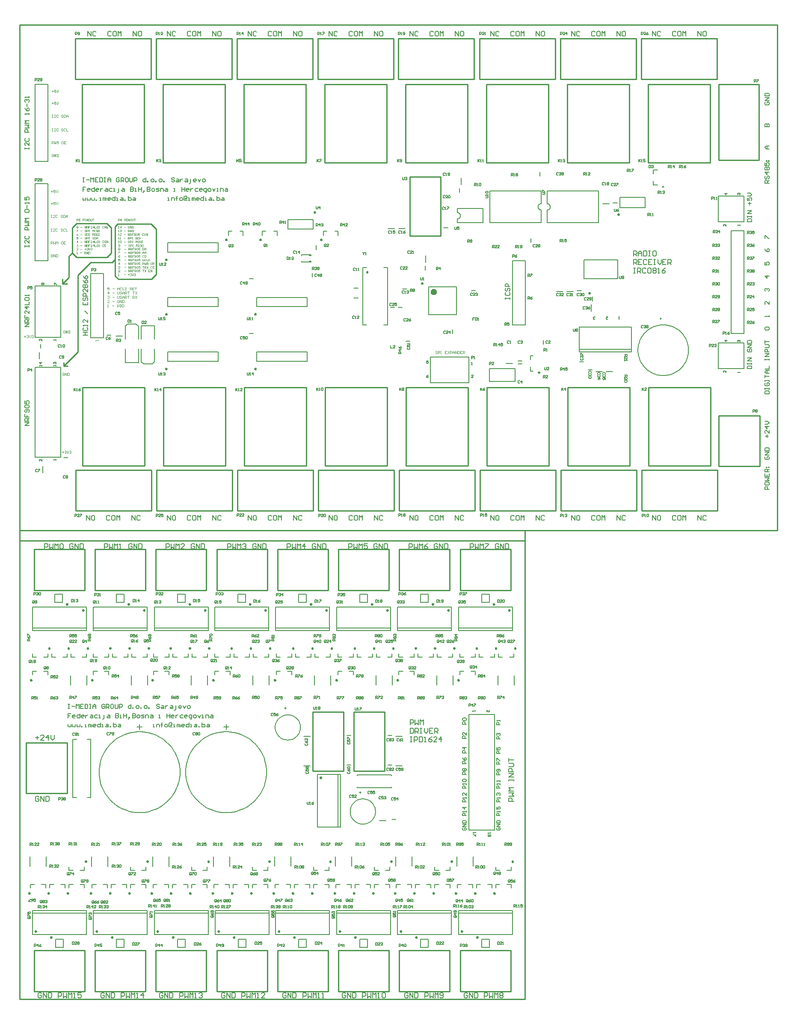
<source format=gto>
%FSDAX23Y23*%
%MOIN*%
%SFA1B1*%

%IPPOS*%
%ADD37C,0.010000*%
%ADD90C,0.009800*%
%ADD91C,0.007900*%
%ADD92C,0.023600*%
%ADD93C,0.008000*%
%ADD94C,0.003900*%
%ADD95C,0.005000*%
%LNde-130817-1*%
%LPD*%
G36*
X06260Y07609D02*
X06240D01*
X06250Y07624*
X06260Y07609*
G37*
G54D37*
X06997Y07821D02*
Y08412D01*
X06682Y07821D02*
Y08412D01*
Y07821D02*
X06997D01*
X06682Y08412D02*
X06997D01*
X07002Y05438D02*
Y05831D01*
X06682D02*
X07002D01*
X06682Y05438D02*
X07002D01*
X06682D02*
Y05831D01*
X06083Y05407D02*
X06673D01*
X06083Y05092D02*
X06673D01*
Y05407*
X06083Y05092D02*
Y05407D01*
X05453D02*
X06043D01*
X05453Y05092D02*
X06043D01*
Y05407*
X05453Y05092D02*
Y05407D01*
X04823D02*
X05413D01*
X04823Y05092D02*
X05413D01*
Y05407*
X04823Y05092D02*
Y05407D01*
X04193D02*
X04783D01*
X04193Y05092D02*
X04783D01*
Y05407*
X04193Y05092D02*
Y05407D01*
X03563D02*
X04153D01*
X03563Y05092D02*
X04153D01*
Y05407*
X03563Y05092D02*
Y05407D01*
X02933D02*
X03523D01*
X02933Y05092D02*
X03523D01*
Y05407*
X02933Y05092D02*
Y05407D01*
X02303D02*
X02893D01*
X02303Y05092D02*
X02893D01*
Y05407*
X02303Y05092D02*
Y05407D01*
X01673D02*
X02263D01*
X01673Y05092D02*
X02263D01*
Y05407*
X01673Y05092D02*
Y05407D01*
X01287Y02893D02*
Y03286D01*
Y02893D02*
X01607D01*
X01287Y03286D02*
X01607D01*
Y02893D02*
Y03286D01*
X04668Y04472D02*
X05061D01*
Y04792*
X04668Y04472D02*
Y04792D01*
X05061*
X04193Y04472D02*
X04587D01*
Y04792*
X04193Y04472D02*
Y04792D01*
X04587*
X03719Y04472D02*
X04113D01*
Y04792*
X03719Y04472D02*
Y04792D01*
X04113*
X03245Y04472D02*
X03639D01*
Y04792*
X03245Y04472D02*
Y04792D01*
X03639*
X02771Y04472D02*
X03164D01*
Y04792*
X02771Y04472D02*
Y04792D01*
X03164*
X02296Y04472D02*
X02690D01*
Y04792*
X02296Y04472D02*
Y04792D01*
X02690*
X01822Y04472D02*
X02216D01*
Y04792*
X01822Y04472D02*
Y04792D01*
X02216*
X01348Y04472D02*
X01741D01*
Y04792*
X01348Y04472D02*
Y04792D01*
X01741*
X01348Y01667D02*
X01741D01*
X01348Y01347D02*
Y01667D01*
X01741Y01347D02*
Y01667D01*
X01348Y01347D02*
X01741D01*
X01822Y01667D02*
X02216D01*
X01822Y01347D02*
Y01667D01*
X02216Y01347D02*
Y01667D01*
X01822Y01347D02*
X02216D01*
X02296Y01667D02*
X02690D01*
X02296Y01347D02*
Y01667D01*
X02690Y01347D02*
Y01667D01*
X02296Y01347D02*
X02690D01*
X02771Y01667D02*
X03164D01*
X02771Y01347D02*
Y01667D01*
X03164Y01347D02*
Y01667D01*
X02771Y01347D02*
X03164D01*
X03245Y01667D02*
X03639D01*
X03245Y01347D02*
Y01667D01*
X03639Y01347D02*
Y01667D01*
X03245Y01347D02*
X03639D01*
X03719Y01667D02*
X04113D01*
X03719Y01347D02*
Y01667D01*
X04113Y01347D02*
Y01667D01*
X03719Y01347D02*
X04113D01*
X04193Y01667D02*
X04587D01*
X04193Y01347D02*
Y01667D01*
X04587Y01347D02*
Y01667D01*
X04193Y01347D02*
X04587D01*
X04668Y01667D02*
X05061D01*
X04668Y01347D02*
Y01667D01*
X05061Y01347D02*
Y01667D01*
X04668Y01347D02*
X05061D01*
X01669Y08452D02*
X02260D01*
X01669Y08767D02*
X02260D01*
X01669Y08452D02*
Y08767D01*
X02260Y08452D02*
Y08767D01*
X02299Y08452D02*
X02890D01*
X02299Y08767D02*
X02890D01*
X02299Y08452D02*
Y08767D01*
X02890Y08452D02*
Y08767D01*
X02929Y08452D02*
X03520D01*
X02929Y08767D02*
X03520D01*
X02929Y08452D02*
Y08767D01*
X03520Y08452D02*
Y08767D01*
X03559Y08452D02*
X04150D01*
X03559Y08767D02*
X04150D01*
X03559Y08452D02*
Y08767D01*
X04150Y08452D02*
Y08767D01*
X04184Y08452D02*
X04775D01*
X04184Y08767D02*
X04775D01*
X04184Y08452D02*
Y08767D01*
X04775Y08452D02*
Y08767D01*
X04819Y08452D02*
X05410D01*
X04819Y08767D02*
X05410D01*
X04819Y08452D02*
Y08767D01*
X05410Y08452D02*
Y08767D01*
X05449Y08452D02*
X06040D01*
X05449Y08767D02*
X06040D01*
X05449Y08452D02*
Y08767D01*
X06040Y08452D02*
Y08767D01*
X06080Y08452D02*
X06670D01*
X06080Y08767D02*
X06670D01*
X06080Y08452D02*
Y08767D01*
X06670Y08452D02*
Y08767D01*
X01235Y08874D02*
X07140D01*
X05172Y04937D02*
X07140D01*
X01235Y01290D02*
X05172D01*
X01235Y04937D02*
X05172D01*
X01235Y01290D02*
Y04898D01*
Y08874*
Y04858D02*
X05172D01*
Y01290D02*
Y04937D01*
X07140Y04937D02*
Y08874D01*
X04275Y07232D02*
Y07692D01*
X04515Y07232D02*
Y07692D01*
X04278Y07232D02*
X04514D01*
X04275Y07692D02*
X04515D01*
X06617Y07801D02*
Y08412D01*
X06133D02*
X06617D01*
X06133Y07801D02*
X06617D01*
X06133D02*
Y08412D01*
X05987Y07801D02*
Y08412D01*
X05503D02*
X05987D01*
X05503Y07801D02*
X05987D01*
X05503D02*
Y08412D01*
X05357Y07801D02*
Y08412D01*
X04873D02*
X05357D01*
X04873Y07801D02*
X05357D01*
X04873D02*
Y08412D01*
X04727Y07801D02*
Y08412D01*
X04243D02*
X04727D01*
X04243Y07801D02*
X04727D01*
X04243D02*
Y08412D01*
X04097Y07801D02*
Y08412D01*
X03613D02*
X04097D01*
X03613Y07801D02*
X04097D01*
X03613D02*
Y08412D01*
X03467Y07801D02*
Y08412D01*
X02983D02*
X03467D01*
X02983Y07801D02*
X03467D01*
X02983D02*
Y08412D01*
X02837Y07801D02*
Y08412D01*
X02352D02*
X02837D01*
X02352Y07801D02*
X02837D01*
X02352D02*
Y08412D01*
X02207Y07801D02*
Y08412D01*
X01722D02*
X02207D01*
X01722Y07801D02*
X02207D01*
X01722D02*
Y08412D01*
X03840Y03065D02*
Y03525D01*
X04080Y03065D02*
Y03525D01*
X03843Y03065D02*
X04079D01*
X03840Y03525D02*
X04080D01*
X03520Y03065D02*
Y03525D01*
X03760Y03065D02*
Y03525D01*
X03523Y03065D02*
X03759D01*
X03520Y03525D02*
X03760D01*
X01710Y07330D02*
X01915D01*
X01570Y06860D02*
X01620Y06910D01*
X01680Y07330D02*
X01710D01*
X01570Y06860D02*
Y06895D01*
Y06860D02*
X01605D01*
X02000Y07325D02*
X02260D01*
X01980Y07305D02*
X02000Y07325D01*
X01980Y07050D02*
Y07305D01*
X01955Y07025D02*
X01980Y07050D01*
X01790Y07025D02*
X01955D01*
X01690Y06925D02*
X01790Y07025D01*
X01690Y06330D02*
Y06925D01*
X01580Y06220D02*
X01690Y06330D01*
X01580Y06220D02*
Y06245D01*
Y06220D02*
X01610D01*
X02260Y07325D02*
X02300Y07285D01*
Y06931D02*
Y07285D01*
X02263Y06895D02*
X02300Y06931D01*
X02005Y06895D02*
X02263D01*
X01980Y06920D02*
X02005Y06895D01*
X01980Y06920D02*
Y07060D01*
X01915Y07330D02*
X01950Y07295D01*
Y07100D02*
Y07295D01*
X01915Y07065D02*
X01950Y07100D01*
X01680Y07065D02*
X01915D01*
X01645Y07100D02*
X01680Y07065D01*
X01645Y07295D02*
X01650Y07300D01*
X01645Y07295D02*
X01680Y07330D01*
X01645Y07100D02*
Y07295D01*
X01620Y06910D02*
Y07075D01*
X01645Y07100*
X06136Y05441D02*
Y06052D01*
Y05441D02*
X06620D01*
X06136Y06052D02*
X06620D01*
Y05441D02*
Y06052D01*
X05506Y05441D02*
Y06052D01*
Y05441D02*
X05990D01*
X05506Y06052D02*
X05990D01*
Y05441D02*
Y06052D01*
X04876Y05441D02*
Y06052D01*
Y05441D02*
X05360D01*
X04876Y06052D02*
X05360D01*
Y05441D02*
Y06052D01*
X04246Y05441D02*
Y06052D01*
Y05441D02*
X04730D01*
X04246Y06052D02*
X04730D01*
Y05441D02*
Y06052D01*
X03616Y05441D02*
Y06052D01*
Y05441D02*
X04100D01*
X03616Y06052D02*
X04100D01*
Y05441D02*
Y06052D01*
X02986Y05441D02*
Y06052D01*
Y05441D02*
X03470D01*
X02986Y06052D02*
X03470D01*
Y05441D02*
Y06052D01*
X02356Y05441D02*
Y06052D01*
Y05441D02*
X02840D01*
X02356Y06052D02*
X02840D01*
Y05441D02*
Y06052D01*
X01726Y05441D02*
Y06052D01*
Y05441D02*
X02210D01*
X01726Y06052D02*
X02210D01*
Y05441D02*
Y06052D01*
G54D90*
X03586Y03014D02*
D01*
X03586Y03014*
X03586Y03014*
X03586Y03015*
X03586Y03015*
X03586Y03015*
X03586Y03016*
X03586Y03016*
X03585Y03016*
X03585Y03016*
X03585Y03017*
X03585Y03017*
X03584Y03017*
X03584Y03017*
X03584Y03018*
X03584Y03018*
X03583Y03018*
X03583Y03018*
X03583Y03018*
X03582Y03018*
X03582Y03018*
X03582Y03018*
X03581Y03018*
X03581*
X03581Y03018*
X03580Y03018*
X03580Y03018*
X03580Y03018*
X03579Y03018*
X03579Y03018*
X03579Y03018*
X03578Y03018*
X03578Y03017*
X03578Y03017*
X03578Y03017*
X03577Y03017*
X03577Y03016*
X03577Y03016*
X03577Y03016*
X03577Y03016*
X03577Y03015*
X03576Y03015*
X03576Y03015*
X03576Y03014*
X03576Y03014*
X03576Y03014*
X03576Y03013*
X03576Y03013*
X03576Y03013*
X03576Y03012*
X03577Y03012*
X03577Y03012*
X03577Y03011*
X03577Y03011*
X03577Y03011*
X03577Y03010*
X03578Y03010*
X03578Y03010*
X03578Y03010*
X03578Y03010*
X03579Y03009*
X03579Y03009*
X03579Y03009*
X03580Y03009*
X03580Y03009*
X03580Y03009*
X03581Y03009*
X03581Y03009*
X03581*
X03582Y03009*
X03582Y03009*
X03582Y03009*
X03583Y03009*
X03583Y03009*
X03583Y03009*
X03584Y03009*
X03584Y03010*
X03584Y03010*
X03584Y03010*
X03585Y03010*
X03585Y03010*
X03585Y03011*
X03585Y03011*
X03586Y03011*
X03586Y03012*
X03586Y03012*
X03586Y03012*
X03586Y03013*
X03586Y03013*
X03586Y03013*
X03586Y03014*
X04684Y01817D02*
D01*
X04684Y01818*
X04684Y01818*
X04684Y01818*
X04684Y01819*
X04684Y01819*
X04684Y01819*
X04684Y01820*
X04684Y01820*
X04683Y01820*
X04683Y01820*
X04683Y01821*
X04683Y01821*
X04683Y01821*
X04682Y01821*
X04682Y01822*
X04682Y01822*
X04681Y01822*
X04681Y01822*
X04681Y01822*
X04680Y01822*
X04680Y01822*
X04680Y01822*
X04679*
X04679Y01822*
X04679Y01822*
X04678Y01822*
X04678Y01822*
X04678Y01822*
X04677Y01822*
X04677Y01822*
X04677Y01821*
X04676Y01821*
X04676Y01821*
X04676Y01821*
X04676Y01820*
X04676Y01820*
X04675Y01820*
X04675Y01820*
X04675Y01819*
X04675Y01819*
X04675Y01819*
X04675Y01818*
X04675Y01818*
X04675Y01818*
X04675Y01817*
X04675Y01817*
X04675Y01817*
X04675Y01816*
X04675Y01816*
X04675Y01816*
X04675Y01815*
X04675Y01815*
X04675Y01815*
X04676Y01814*
X04676Y01814*
X04676Y01814*
X04676Y01814*
X04676Y01813*
X04677Y01813*
X04677Y01813*
X04677Y01813*
X04678Y01813*
X04678Y01813*
X04678Y01813*
X04679Y01812*
X04679Y01812*
X04679Y01812*
X04680*
X04680Y01812*
X04680Y01812*
X04681Y01813*
X04681Y01813*
X04681Y01813*
X04682Y01813*
X04682Y01813*
X04682Y01813*
X04683Y01813*
X04683Y01814*
X04683Y01814*
X04683Y01814*
X04683Y01814*
X04684Y01815*
X04684Y01815*
X04684Y01815*
X04684Y01816*
X04684Y01816*
X04684Y01816*
X04684Y01817*
X04684Y01817*
X04684Y01817*
X04209D02*
D01*
X04209Y01818*
X04209Y01818*
X04209Y01818*
X04209Y01819*
X04209Y01819*
X04209Y01819*
X04209Y01820*
X04209Y01820*
X04208Y01820*
X04208Y01820*
X04208Y01821*
X04208Y01821*
X04208Y01821*
X04207Y01821*
X04207Y01822*
X04207Y01822*
X04206Y01822*
X04206Y01822*
X04206Y01822*
X04205Y01822*
X04205Y01822*
X04205Y01822*
X04204*
X04204Y01822*
X04204Y01822*
X04203Y01822*
X04203Y01822*
X04203Y01822*
X04202Y01822*
X04202Y01822*
X04202Y01821*
X04201Y01821*
X04201Y01821*
X04201Y01821*
X04201Y01820*
X04201Y01820*
X04200Y01820*
X04200Y01820*
X04200Y01819*
X04200Y01819*
X04200Y01819*
X04200Y01818*
X04200Y01818*
X04200Y01818*
X04200Y01817*
X04200Y01817*
X04200Y01817*
X04200Y01816*
X04200Y01816*
X04200Y01816*
X04200Y01815*
X04200Y01815*
X04200Y01815*
X04201Y01814*
X04201Y01814*
X04201Y01814*
X04201Y01814*
X04201Y01813*
X04202Y01813*
X04202Y01813*
X04202Y01813*
X04203Y01813*
X04203Y01813*
X04203Y01813*
X04204Y01812*
X04204Y01812*
X04204Y01812*
X04205*
X04205Y01812*
X04205Y01812*
X04206Y01813*
X04206Y01813*
X04206Y01813*
X04207Y01813*
X04207Y01813*
X04207Y01813*
X04208Y01813*
X04208Y01814*
X04208Y01814*
X04208Y01814*
X04208Y01814*
X04209Y01815*
X04209Y01815*
X04209Y01815*
X04209Y01816*
X04209Y01816*
X04209Y01816*
X04209Y01817*
X04209Y01817*
X04209Y01817*
X03734D02*
D01*
X03734Y01818*
X03734Y01818*
X03734Y01818*
X03734Y01819*
X03734Y01819*
X03734Y01819*
X03734Y01820*
X03734Y01820*
X03733Y01820*
X03733Y01820*
X03733Y01821*
X03733Y01821*
X03733Y01821*
X03732Y01821*
X03732Y01822*
X03732Y01822*
X03731Y01822*
X03731Y01822*
X03731Y01822*
X03730Y01822*
X03730Y01822*
X03730Y01822*
X03729*
X03729Y01822*
X03729Y01822*
X03728Y01822*
X03728Y01822*
X03728Y01822*
X03727Y01822*
X03727Y01822*
X03727Y01821*
X03726Y01821*
X03726Y01821*
X03726Y01821*
X03726Y01820*
X03726Y01820*
X03725Y01820*
X03725Y01820*
X03725Y01819*
X03725Y01819*
X03725Y01819*
X03725Y01818*
X03725Y01818*
X03725Y01818*
X03725Y01817*
X03725Y01817*
X03725Y01817*
X03725Y01816*
X03725Y01816*
X03725Y01816*
X03725Y01815*
X03725Y01815*
X03725Y01815*
X03726Y01814*
X03726Y01814*
X03726Y01814*
X03726Y01814*
X03726Y01813*
X03727Y01813*
X03727Y01813*
X03727Y01813*
X03728Y01813*
X03728Y01813*
X03728Y01813*
X03729Y01812*
X03729Y01812*
X03729Y01812*
X03730*
X03730Y01812*
X03730Y01812*
X03731Y01813*
X03731Y01813*
X03731Y01813*
X03732Y01813*
X03732Y01813*
X03732Y01813*
X03733Y01813*
X03733Y01814*
X03733Y01814*
X03733Y01814*
X03733Y01814*
X03734Y01815*
X03734Y01815*
X03734Y01815*
X03734Y01816*
X03734Y01816*
X03734Y01816*
X03734Y01817*
X03734Y01817*
X03734Y01817*
X03259D02*
D01*
X03259Y01818*
X03259Y01818*
X03259Y01818*
X03259Y01819*
X03259Y01819*
X03259Y01819*
X03259Y01820*
X03259Y01820*
X03258Y01820*
X03258Y01820*
X03258Y01821*
X03258Y01821*
X03258Y01821*
X03257Y01821*
X03257Y01822*
X03257Y01822*
X03256Y01822*
X03256Y01822*
X03256Y01822*
X03255Y01822*
X03255Y01822*
X03255Y01822*
X03254*
X03254Y01822*
X03254Y01822*
X03253Y01822*
X03253Y01822*
X03253Y01822*
X03252Y01822*
X03252Y01822*
X03252Y01821*
X03251Y01821*
X03251Y01821*
X03251Y01821*
X03251Y01820*
X03251Y01820*
X03250Y01820*
X03250Y01820*
X03250Y01819*
X03250Y01819*
X03250Y01819*
X03250Y01818*
X03250Y01818*
X03250Y01818*
X03250Y01817*
X03250Y01817*
X03250Y01817*
X03250Y01816*
X03250Y01816*
X03250Y01816*
X03250Y01815*
X03250Y01815*
X03250Y01815*
X03251Y01814*
X03251Y01814*
X03251Y01814*
X03251Y01814*
X03251Y01813*
X03252Y01813*
X03252Y01813*
X03252Y01813*
X03253Y01813*
X03253Y01813*
X03253Y01813*
X03254Y01812*
X03254Y01812*
X03254Y01812*
X03255*
X03255Y01812*
X03255Y01812*
X03256Y01813*
X03256Y01813*
X03256Y01813*
X03257Y01813*
X03257Y01813*
X03257Y01813*
X03258Y01813*
X03258Y01814*
X03258Y01814*
X03258Y01814*
X03258Y01814*
X03259Y01815*
X03259Y01815*
X03259Y01815*
X03259Y01816*
X03259Y01816*
X03259Y01816*
X03259Y01817*
X03259Y01817*
X03259Y01817*
X02789D02*
D01*
X02789Y01818*
X02789Y01818*
X02789Y01818*
X02789Y01819*
X02789Y01819*
X02789Y01819*
X02789Y01820*
X02789Y01820*
X02788Y01820*
X02788Y01820*
X02788Y01821*
X02788Y01821*
X02788Y01821*
X02787Y01821*
X02787Y01822*
X02787Y01822*
X02786Y01822*
X02786Y01822*
X02786Y01822*
X02785Y01822*
X02785Y01822*
X02785Y01822*
X02784*
X02784Y01822*
X02784Y01822*
X02783Y01822*
X02783Y01822*
X02783Y01822*
X02782Y01822*
X02782Y01822*
X02782Y01821*
X02781Y01821*
X02781Y01821*
X02781Y01821*
X02781Y01820*
X02781Y01820*
X02780Y01820*
X02780Y01820*
X02780Y01819*
X02780Y01819*
X02780Y01819*
X02780Y01818*
X02780Y01818*
X02780Y01818*
X02780Y01817*
X02780Y01817*
X02780Y01817*
X02780Y01816*
X02780Y01816*
X02780Y01816*
X02780Y01815*
X02780Y01815*
X02780Y01815*
X02781Y01814*
X02781Y01814*
X02781Y01814*
X02781Y01814*
X02781Y01813*
X02782Y01813*
X02782Y01813*
X02782Y01813*
X02783Y01813*
X02783Y01813*
X02783Y01813*
X02784Y01812*
X02784Y01812*
X02784Y01812*
X02785*
X02785Y01812*
X02785Y01812*
X02786Y01813*
X02786Y01813*
X02786Y01813*
X02787Y01813*
X02787Y01813*
X02787Y01813*
X02788Y01813*
X02788Y01814*
X02788Y01814*
X02788Y01814*
X02788Y01814*
X02789Y01815*
X02789Y01815*
X02789Y01815*
X02789Y01816*
X02789Y01816*
X02789Y01816*
X02789Y01817*
X02789Y01817*
X02789Y01817*
X02314D02*
D01*
X02314Y01818*
X02314Y01818*
X02314Y01818*
X02314Y01819*
X02314Y01819*
X02314Y01819*
X02314Y01820*
X02314Y01820*
X02313Y01820*
X02313Y01820*
X02313Y01821*
X02313Y01821*
X02313Y01821*
X02312Y01821*
X02312Y01822*
X02312Y01822*
X02311Y01822*
X02311Y01822*
X02311Y01822*
X02310Y01822*
X02310Y01822*
X02310Y01822*
X02309*
X02309Y01822*
X02309Y01822*
X02308Y01822*
X02308Y01822*
X02308Y01822*
X02307Y01822*
X02307Y01822*
X02307Y01821*
X02306Y01821*
X02306Y01821*
X02306Y01821*
X02306Y01820*
X02306Y01820*
X02305Y01820*
X02305Y01820*
X02305Y01819*
X02305Y01819*
X02305Y01819*
X02305Y01818*
X02305Y01818*
X02305Y01818*
X02305Y01817*
X02305Y01817*
X02305Y01817*
X02305Y01816*
X02305Y01816*
X02305Y01816*
X02305Y01815*
X02305Y01815*
X02305Y01815*
X02306Y01814*
X02306Y01814*
X02306Y01814*
X02306Y01814*
X02306Y01813*
X02307Y01813*
X02307Y01813*
X02307Y01813*
X02308Y01813*
X02308Y01813*
X02308Y01813*
X02309Y01812*
X02309Y01812*
X02309Y01812*
X02310*
X02310Y01812*
X02310Y01812*
X02311Y01813*
X02311Y01813*
X02311Y01813*
X02312Y01813*
X02312Y01813*
X02312Y01813*
X02313Y01813*
X02313Y01814*
X02313Y01814*
X02313Y01814*
X02313Y01814*
X02314Y01815*
X02314Y01815*
X02314Y01815*
X02314Y01816*
X02314Y01816*
X02314Y01816*
X02314Y01817*
X02314Y01817*
X02314Y01817*
X01839D02*
D01*
X01839Y01818*
X01839Y01818*
X01839Y01818*
X01839Y01819*
X01839Y01819*
X01839Y01819*
X01839Y01820*
X01839Y01820*
X01838Y01820*
X01838Y01820*
X01838Y01821*
X01838Y01821*
X01838Y01821*
X01837Y01821*
X01837Y01822*
X01837Y01822*
X01836Y01822*
X01836Y01822*
X01836Y01822*
X01835Y01822*
X01835Y01822*
X01835Y01822*
X01834*
X01834Y01822*
X01834Y01822*
X01833Y01822*
X01833Y01822*
X01833Y01822*
X01832Y01822*
X01832Y01822*
X01832Y01821*
X01831Y01821*
X01831Y01821*
X01831Y01821*
X01831Y01820*
X01831Y01820*
X01830Y01820*
X01830Y01820*
X01830Y01819*
X01830Y01819*
X01830Y01819*
X01830Y01818*
X01830Y01818*
X01830Y01818*
X01830Y01817*
X01830Y01817*
X01830Y01817*
X01830Y01816*
X01830Y01816*
X01830Y01816*
X01830Y01815*
X01830Y01815*
X01830Y01815*
X01831Y01814*
X01831Y01814*
X01831Y01814*
X01831Y01814*
X01831Y01813*
X01832Y01813*
X01832Y01813*
X01832Y01813*
X01833Y01813*
X01833Y01813*
X01833Y01813*
X01834Y01812*
X01834Y01812*
X01834Y01812*
X01835*
X01835Y01812*
X01835Y01812*
X01836Y01813*
X01836Y01813*
X01836Y01813*
X01837Y01813*
X01837Y01813*
X01837Y01813*
X01838Y01813*
X01838Y01814*
X01838Y01814*
X01838Y01814*
X01838Y01814*
X01839Y01815*
X01839Y01815*
X01839Y01815*
X01839Y01816*
X01839Y01816*
X01839Y01816*
X01839Y01817*
X01839Y01817*
X01839Y01817*
X01364D02*
D01*
X01364Y01818*
X01364Y01818*
X01364Y01818*
X01364Y01819*
X01364Y01819*
X01364Y01819*
X01364Y01820*
X01364Y01820*
X01363Y01820*
X01363Y01820*
X01363Y01821*
X01363Y01821*
X01363Y01821*
X01362Y01821*
X01362Y01822*
X01362Y01822*
X01361Y01822*
X01361Y01822*
X01361Y01822*
X01360Y01822*
X01360Y01822*
X01360Y01822*
X01359*
X01359Y01822*
X01359Y01822*
X01358Y01822*
X01358Y01822*
X01358Y01822*
X01357Y01822*
X01357Y01822*
X01357Y01821*
X01356Y01821*
X01356Y01821*
X01356Y01821*
X01356Y01820*
X01356Y01820*
X01355Y01820*
X01355Y01820*
X01355Y01819*
X01355Y01819*
X01355Y01819*
X01355Y01818*
X01355Y01818*
X01355Y01818*
X01355Y01817*
X01355Y01817*
X01355Y01817*
X01355Y01816*
X01355Y01816*
X01355Y01816*
X01355Y01815*
X01355Y01815*
X01355Y01815*
X01356Y01814*
X01356Y01814*
X01356Y01814*
X01356Y01814*
X01356Y01813*
X01357Y01813*
X01357Y01813*
X01357Y01813*
X01358Y01813*
X01358Y01813*
X01358Y01813*
X01359Y01812*
X01359Y01812*
X01359Y01812*
X01360*
X01360Y01812*
X01360Y01812*
X01361Y01813*
X01361Y01813*
X01361Y01813*
X01362Y01813*
X01362Y01813*
X01362Y01813*
X01363Y01813*
X01363Y01814*
X01363Y01814*
X01363Y01814*
X01363Y01814*
X01364Y01815*
X01364Y01815*
X01364Y01815*
X01364Y01816*
X01364Y01816*
X01364Y01816*
X01364Y01817*
X01364Y01817*
X01364Y01817*
X02850Y07202D02*
D01*
X02850Y07202*
X02850Y07203*
X02849Y07203*
X02849Y07203*
X02849Y07204*
X02849Y07204*
X02849Y07204*
X02849Y07205*
X02849Y07205*
X02848Y07205*
X02848Y07206*
X02848Y07206*
X02848Y07206*
X02847Y07206*
X02847Y07206*
X02847Y07207*
X02847Y07207*
X02846Y07207*
X02846Y07207*
X02846Y07207*
X02845Y07207*
X02845Y07207*
X02845*
X02844Y07207*
X02844Y07207*
X02844Y07207*
X02843Y07207*
X02843Y07207*
X02843Y07207*
X02842Y07206*
X02842Y07206*
X02842Y07206*
X02841Y07206*
X02841Y07206*
X02841Y07205*
X02841Y07205*
X02841Y07205*
X02840Y07204*
X02840Y07204*
X02840Y07204*
X02840Y07203*
X02840Y07203*
X02840Y07203*
X02840Y07202*
X02840Y07202*
X02840Y07202*
X02840Y07201*
X02840Y07201*
X02840Y07201*
X02840Y07200*
X02840Y07200*
X02840Y07200*
X02841Y07200*
X02841Y07199*
X02841Y07199*
X02841Y07199*
X02841Y07198*
X02842Y07198*
X02842Y07198*
X02842Y07198*
X02843Y07198*
X02843Y07198*
X02843Y07197*
X02844Y07197*
X02844Y07197*
X02844Y07197*
X02845Y07197*
X02845*
X02845Y07197*
X02846Y07197*
X02846Y07197*
X02846Y07197*
X02847Y07198*
X02847Y07198*
X02847Y07198*
X02847Y07198*
X02848Y07198*
X02848Y07198*
X02848Y07199*
X02848Y07199*
X02849Y07199*
X02849Y07200*
X02849Y07200*
X02849Y07200*
X02849Y07200*
X02849Y07201*
X02849Y07201*
X02850Y07201*
X02850Y07202*
X02850Y07202*
X05287Y06169D02*
D01*
X05287Y06169*
X05287Y06169*
X05287Y06170*
X05287Y06170*
X05287Y06170*
X05286Y06171*
X05286Y06171*
X05286Y06171*
X05286Y06171*
X05286Y06172*
X05285Y06172*
X05285Y06172*
X05285Y06172*
X05285Y06173*
X05284Y06173*
X05284Y06173*
X05284Y06173*
X05283Y06173*
X05283Y06173*
X05283Y06173*
X05282Y06173*
X05282Y06173*
X05282*
X05281Y06173*
X05281Y06173*
X05281Y06173*
X05280Y06173*
X05280Y06173*
X05280Y06173*
X05279Y06173*
X05279Y06173*
X05279Y06172*
X05279Y06172*
X05278Y06172*
X05278Y06172*
X05278Y06171*
X05278Y06171*
X05278Y06171*
X05277Y06171*
X05277Y06170*
X05277Y06170*
X05277Y06170*
X05277Y06169*
X05277Y06169*
X05277Y06169*
X05277Y06168*
X05277Y06168*
X05277Y06168*
X05277Y06167*
X05277Y06167*
X05277Y06167*
X05278Y06166*
X05278Y06166*
X05278Y06166*
X05278Y06165*
X05278Y06165*
X05279Y06165*
X05279Y06165*
X05279Y06165*
X05279Y06164*
X05280Y06164*
X05280Y06164*
X05280Y06164*
X05281Y06164*
X05281Y06164*
X05281Y06164*
X05282Y06164*
X05282*
X05282Y06164*
X05283Y06164*
X05283Y06164*
X05283Y06164*
X05284Y06164*
X05284Y06164*
X05284Y06164*
X05285Y06165*
X05285Y06165*
X05285Y06165*
X05285Y06165*
X05286Y06165*
X05286Y06166*
X05286Y06166*
X05286Y06166*
X05286Y06167*
X05287Y06167*
X05287Y06167*
X05287Y06168*
X05287Y06168*
X05287Y06168*
X05287Y06169*
X03590Y07202D02*
D01*
X03590Y07202*
X03590Y07203*
X03590Y07203*
X03590Y07203*
X03590Y07204*
X03589Y07204*
X03589Y07204*
X03589Y07205*
X03589Y07205*
X03589Y07205*
X03589Y07206*
X03588Y07206*
X03588Y07206*
X03588Y07206*
X03587Y07206*
X03587Y07207*
X03587Y07207*
X03587Y07207*
X03586Y07207*
X03586Y07207*
X03586Y07207*
X03585Y07207*
X03585*
X03584Y07207*
X03584Y07207*
X03584Y07207*
X03583Y07207*
X03583Y07207*
X03583Y07207*
X03583Y07206*
X03582Y07206*
X03582Y07206*
X03582Y07206*
X03581Y07206*
X03581Y07205*
X03581Y07205*
X03581Y07205*
X03581Y07204*
X03581Y07204*
X03580Y07204*
X03580Y07203*
X03580Y07203*
X03580Y07203*
X03580Y07202*
X03580Y07202*
X03580Y07202*
X03580Y07201*
X03580Y07201*
X03580Y07201*
X03580Y07200*
X03581Y07200*
X03581Y07200*
X03581Y07200*
X03581Y07199*
X03581Y07199*
X03581Y07199*
X03582Y07198*
X03582Y07198*
X03582Y07198*
X03583Y07198*
X03583Y07198*
X03583Y07198*
X03583Y07197*
X03584Y07197*
X03584Y07197*
X03584Y07197*
X03585Y07197*
X03585*
X03586Y07197*
X03586Y07197*
X03586Y07197*
X03587Y07197*
X03587Y07198*
X03587Y07198*
X03587Y07198*
X03588Y07198*
X03588Y07198*
X03588Y07198*
X03589Y07199*
X03589Y07199*
X03589Y07199*
X03589Y07200*
X03589Y07200*
X03589Y07200*
X03590Y07200*
X03590Y07201*
X03590Y07201*
X03590Y07201*
X03590Y07202*
X03590Y07202*
X03115D02*
D01*
X03115Y07202*
X03115Y07203*
X03115Y07203*
X03115Y07203*
X03115Y07204*
X03114Y07204*
X03114Y07204*
X03114Y07205*
X03114Y07205*
X03114Y07205*
X03114Y07206*
X03113Y07206*
X03113Y07206*
X03113Y07206*
X03112Y07206*
X03112Y07207*
X03112Y07207*
X03112Y07207*
X03111Y07207*
X03111Y07207*
X03111Y07207*
X03110Y07207*
X03110*
X03109Y07207*
X03109Y07207*
X03109Y07207*
X03108Y07207*
X03108Y07207*
X03108Y07207*
X03108Y07206*
X03107Y07206*
X03107Y07206*
X03107Y07206*
X03106Y07206*
X03106Y07205*
X03106Y07205*
X03106Y07205*
X03106Y07204*
X03106Y07204*
X03105Y07204*
X03105Y07203*
X03105Y07203*
X03105Y07203*
X03105Y07202*
X03105Y07202*
X03105Y07202*
X03105Y07201*
X03105Y07201*
X03105Y07201*
X03105Y07200*
X03106Y07200*
X03106Y07200*
X03106Y07200*
X03106Y07199*
X03106Y07199*
X03106Y07199*
X03107Y07198*
X03107Y07198*
X03107Y07198*
X03108Y07198*
X03108Y07198*
X03108Y07198*
X03108Y07197*
X03109Y07197*
X03109Y07197*
X03109Y07197*
X03110Y07197*
X03110*
X03111Y07197*
X03111Y07197*
X03111Y07197*
X03112Y07197*
X03112Y07198*
X03112Y07198*
X03112Y07198*
X03113Y07198*
X03113Y07198*
X03113Y07198*
X03114Y07199*
X03114Y07199*
X03114Y07199*
X03114Y07200*
X03114Y07200*
X03114Y07200*
X03115Y07200*
X03115Y07201*
X03115Y07201*
X03115Y07201*
X03115Y07202*
X03115Y07202*
X03538Y07416D02*
D01*
X03538Y07416*
X03538Y07417*
X03538Y07417*
X03538Y07417*
X03538Y07418*
X03538Y07418*
X03538Y07418*
X03537Y07419*
X03537Y07419*
X03537Y07419*
X03537Y07419*
X03537Y07420*
X03536Y07420*
X03536Y07420*
X03536Y07420*
X03535Y07420*
X03535Y07421*
X03535Y07421*
X03534Y07421*
X03534Y07421*
X03534Y07421*
X03533Y07421*
X03533*
X03533Y07421*
X03532Y07421*
X03532Y07421*
X03532Y07421*
X03531Y07421*
X03531Y07420*
X03531Y07420*
X03531Y07420*
X03530Y07420*
X03530Y07420*
X03530Y07419*
X03530Y07419*
X03529Y07419*
X03529Y07419*
X03529Y07418*
X03529Y07418*
X03529Y07418*
X03529Y07417*
X03529Y07417*
X03528Y07417*
X03528Y07416*
X03528Y07416*
X03528Y07416*
X03528Y07415*
X03529Y07415*
X03529Y07415*
X03529Y07414*
X03529Y07414*
X03529Y07414*
X03529Y07413*
X03529Y07413*
X03530Y07413*
X03530Y07413*
X03530Y07412*
X03530Y07412*
X03531Y07412*
X03531Y07412*
X03531Y07412*
X03531Y07411*
X03532Y07411*
X03532Y07411*
X03532Y07411*
X03533Y07411*
X03533Y07411*
X03533*
X03534Y07411*
X03534Y07411*
X03534Y07411*
X03535Y07411*
X03535Y07411*
X03535Y07412*
X03536Y07412*
X03536Y07412*
X03536Y07412*
X03537Y07412*
X03537Y07413*
X03537Y07413*
X03537Y07413*
X03537Y07413*
X03538Y07414*
X03538Y07414*
X03538Y07414*
X03538Y07415*
X03538Y07415*
X03538Y07415*
X03538Y07416*
X03538Y07416*
X04375Y06862D02*
D01*
X04375Y06863*
X04375Y06863*
X04375Y06863*
X04375Y06864*
X04375Y06864*
X04375Y06864*
X04375Y06865*
X04375Y06865*
X04374Y06865*
X04374Y06865*
X04374Y06866*
X04374Y06866*
X04373Y06866*
X04373Y06866*
X04373Y06867*
X04373Y06867*
X04372Y06867*
X04372Y06867*
X04372Y06867*
X04371Y06867*
X04371Y06867*
X04371Y06867*
X04370*
X04370Y06867*
X04370Y06867*
X04369Y06867*
X04369Y06867*
X04369Y06867*
X04368Y06867*
X04368Y06867*
X04368Y06866*
X04367Y06866*
X04367Y06866*
X04367Y06866*
X04367Y06865*
X04366Y06865*
X04366Y06865*
X04366Y06865*
X04366Y06864*
X04366Y06864*
X04366Y06864*
X04366Y06863*
X04366Y06863*
X04366Y06863*
X04366Y06862*
X04366Y06862*
X04366Y06862*
X04366Y06861*
X04366Y06861*
X04366Y06861*
X04366Y06860*
X04366Y06860*
X04366Y06860*
X04366Y06859*
X04367Y06859*
X04367Y06859*
X04367Y06859*
X04367Y06858*
X04368Y06858*
X04368Y06858*
X04368Y06858*
X04369Y06858*
X04369Y06858*
X04369Y06858*
X04370Y06857*
X04370Y06857*
X04370Y06857*
X04371*
X04371Y06857*
X04371Y06857*
X04372Y06858*
X04372Y06858*
X04372Y06858*
X04373Y06858*
X04373Y06858*
X04373Y06858*
X04373Y06858*
X04374Y06859*
X04374Y06859*
X04374Y06859*
X04374Y06859*
X04375Y06860*
X04375Y06860*
X04375Y06860*
X04375Y06861*
X04375Y06861*
X04375Y06861*
X04375Y06862*
X04375Y06862*
X04375Y06862*
X05906Y07399D02*
D01*
X05906Y07399*
X05906Y07400*
X05906Y07400*
X05906Y07400*
X05906Y07401*
X05906Y07401*
X05906Y07401*
X05906Y07402*
X05905Y07402*
X05905Y07402*
X05905Y07402*
X05905Y07403*
X05904Y07403*
X05904Y07403*
X05904Y07403*
X05904Y07403*
X05903Y07404*
X05903Y07404*
X05903Y07404*
X05902Y07404*
X05902Y07404*
X05902Y07404*
X05901*
X05901Y07404*
X05901Y07404*
X05900Y07404*
X05900Y07404*
X05900Y07404*
X05899Y07403*
X05899Y07403*
X05899Y07403*
X05898Y07403*
X05898Y07403*
X05898Y07402*
X05898Y07402*
X05897Y07402*
X05897Y07402*
X05897Y07401*
X05897Y07401*
X05897Y07401*
X05897Y07400*
X05897Y07400*
X05897Y07400*
X05897Y07399*
X05897Y07399*
X05897Y07399*
X05897Y07398*
X05897Y07398*
X05897Y07398*
X05897Y07397*
X05897Y07397*
X05897Y07397*
X05897Y07396*
X05897Y07396*
X05898Y07396*
X05898Y07396*
X05898Y07395*
X05898Y07395*
X05899Y07395*
X05899Y07395*
X05899Y07395*
X05900Y07394*
X05900Y07394*
X05900Y07394*
X05901Y07394*
X05901Y07394*
X05901Y07394*
X05902*
X05902Y07394*
X05902Y07394*
X05903Y07394*
X05903Y07394*
X05903Y07394*
X05904Y07395*
X05904Y07395*
X05904Y07395*
X05904Y07395*
X05905Y07395*
X05905Y07396*
X05905Y07396*
X05905Y07396*
X05906Y07396*
X05906Y07397*
X05906Y07397*
X05906Y07397*
X05906Y07398*
X05906Y07398*
X05906Y07398*
X05906Y07399*
X05906Y07399*
X03076Y06622D02*
D01*
X03076Y06622*
X03076Y06623*
X03076Y06623*
X03076Y06623*
X03076Y06624*
X03076Y06624*
X03076Y06624*
X03076Y06625*
X03075Y06625*
X03075Y06625*
X03075Y06625*
X03075Y06626*
X03074Y06626*
X03074Y06626*
X03074Y06626*
X03074Y06626*
X03073Y06627*
X03073Y06627*
X03073Y06627*
X03072Y06627*
X03072Y06627*
X03072Y06627*
X03071*
X03071Y06627*
X03071Y06627*
X03070Y06627*
X03070Y06627*
X03070Y06627*
X03069Y06626*
X03069Y06626*
X03069Y06626*
X03068Y06626*
X03068Y06626*
X03068Y06625*
X03068Y06625*
X03067Y06625*
X03067Y06625*
X03067Y06624*
X03067Y06624*
X03067Y06624*
X03067Y06623*
X03067Y06623*
X03067Y06623*
X03067Y06622*
X03067Y06622*
X03067Y06622*
X03067Y06621*
X03067Y06621*
X03067Y06621*
X03067Y06620*
X03067Y06620*
X03067Y06620*
X03067Y06619*
X03067Y06619*
X03068Y06619*
X03068Y06619*
X03068Y06618*
X03068Y06618*
X03069Y06618*
X03069Y06618*
X03069Y06618*
X03070Y06617*
X03070Y06617*
X03070Y06617*
X03071Y06617*
X03071Y06617*
X03071Y06617*
X03072*
X03072Y06617*
X03072Y06617*
X03073Y06617*
X03073Y06617*
X03073Y06617*
X03074Y06618*
X03074Y06618*
X03074Y06618*
X03074Y06618*
X03075Y06618*
X03075Y06619*
X03075Y06619*
X03075Y06619*
X03076Y06619*
X03076Y06620*
X03076Y06620*
X03076Y06620*
X03076Y06621*
X03076Y06621*
X03076Y06621*
X03076Y06622*
X03076Y06622*
X02381Y06197D02*
D01*
X02381Y06197*
X02381Y06198*
X02381Y06198*
X02381Y06198*
X02381Y06199*
X02381Y06199*
X02381Y06199*
X02381Y06200*
X02380Y06200*
X02380Y06200*
X02380Y06200*
X02380Y06201*
X02379Y06201*
X02379Y06201*
X02379Y06201*
X02379Y06201*
X02378Y06202*
X02378Y06202*
X02378Y06202*
X02377Y06202*
X02377Y06202*
X02377Y06202*
X02376*
X02376Y06202*
X02376Y06202*
X02375Y06202*
X02375Y06202*
X02375Y06202*
X02374Y06201*
X02374Y06201*
X02374Y06201*
X02373Y06201*
X02373Y06201*
X02373Y06200*
X02373Y06200*
X02372Y06200*
X02372Y06200*
X02372Y06199*
X02372Y06199*
X02372Y06199*
X02372Y06198*
X02372Y06198*
X02372Y06198*
X02372Y06197*
X02372Y06197*
X02372Y06197*
X02372Y06196*
X02372Y06196*
X02372Y06196*
X02372Y06195*
X02372Y06195*
X02372Y06195*
X02372Y06194*
X02372Y06194*
X02373Y06194*
X02373Y06194*
X02373Y06193*
X02373Y06193*
X02374Y06193*
X02374Y06193*
X02374Y06193*
X02375Y06192*
X02375Y06192*
X02375Y06192*
X02376Y06192*
X02376Y06192*
X02376Y06192*
X02377*
X02377Y06192*
X02377Y06192*
X02378Y06192*
X02378Y06192*
X02378Y06192*
X02379Y06193*
X02379Y06193*
X02379Y06193*
X02379Y06193*
X02380Y06193*
X02380Y06194*
X02380Y06194*
X02380Y06194*
X02381Y06194*
X02381Y06195*
X02381Y06195*
X02381Y06195*
X02381Y06196*
X02381Y06196*
X02381Y06196*
X02381Y06197*
X02381Y06197*
Y06622D02*
D01*
X02381Y06622*
X02381Y06623*
X02381Y06623*
X02381Y06623*
X02381Y06624*
X02381Y06624*
X02381Y06624*
X02381Y06625*
X02380Y06625*
X02380Y06625*
X02380Y06625*
X02380Y06626*
X02379Y06626*
X02379Y06626*
X02379Y06626*
X02379Y06626*
X02378Y06627*
X02378Y06627*
X02378Y06627*
X02377Y06627*
X02377Y06627*
X02377Y06627*
X02376*
X02376Y06627*
X02376Y06627*
X02375Y06627*
X02375Y06627*
X02375Y06627*
X02374Y06626*
X02374Y06626*
X02374Y06626*
X02373Y06626*
X02373Y06626*
X02373Y06625*
X02373Y06625*
X02372Y06625*
X02372Y06625*
X02372Y06624*
X02372Y06624*
X02372Y06624*
X02372Y06623*
X02372Y06623*
X02372Y06623*
X02372Y06622*
X02372Y06622*
X02372Y06622*
X02372Y06621*
X02372Y06621*
X02372Y06621*
X02372Y06620*
X02372Y06620*
X02372Y06620*
X02372Y06619*
X02372Y06619*
X02373Y06619*
X02373Y06619*
X02373Y06618*
X02373Y06618*
X02374Y06618*
X02374Y06618*
X02374Y06618*
X02375Y06617*
X02375Y06617*
X02375Y06617*
X02376Y06617*
X02376Y06617*
X02376Y06617*
X02377*
X02377Y06617*
X02377Y06617*
X02378Y06617*
X02378Y06617*
X02378Y06617*
X02379Y06618*
X02379Y06618*
X02379Y06618*
X02379Y06618*
X02380Y06618*
X02380Y06619*
X02380Y06619*
X02380Y06619*
X02381Y06619*
X02381Y06620*
X02381Y06620*
X02381Y06620*
X02381Y06621*
X02381Y06621*
X02381Y06621*
X02381Y06622*
X02381Y06622*
Y07047D02*
D01*
X02381Y07047*
X02381Y07048*
X02381Y07048*
X02381Y07048*
X02381Y07049*
X02381Y07049*
X02381Y07049*
X02381Y07050*
X02380Y07050*
X02380Y07050*
X02380Y07050*
X02380Y07051*
X02379Y07051*
X02379Y07051*
X02379Y07051*
X02379Y07051*
X02378Y07052*
X02378Y07052*
X02378Y07052*
X02377Y07052*
X02377Y07052*
X02377Y07052*
X02376*
X02376Y07052*
X02376Y07052*
X02375Y07052*
X02375Y07052*
X02375Y07052*
X02374Y07051*
X02374Y07051*
X02374Y07051*
X02373Y07051*
X02373Y07051*
X02373Y07050*
X02373Y07050*
X02372Y07050*
X02372Y07050*
X02372Y07049*
X02372Y07049*
X02372Y07049*
X02372Y07048*
X02372Y07048*
X02372Y07048*
X02372Y07047*
X02372Y07047*
X02372Y07047*
X02372Y07046*
X02372Y07046*
X02372Y07046*
X02372Y07045*
X02372Y07045*
X02372Y07045*
X02372Y07044*
X02372Y07044*
X02373Y07044*
X02373Y07044*
X02373Y07043*
X02373Y07043*
X02374Y07043*
X02374Y07043*
X02374Y07043*
X02375Y07042*
X02375Y07042*
X02375Y07042*
X02376Y07042*
X02376Y07042*
X02376Y07042*
X02377*
X02377Y07042*
X02377Y07042*
X02378Y07042*
X02378Y07042*
X02378Y07042*
X02379Y07043*
X02379Y07043*
X02379Y07043*
X02379Y07043*
X02380Y07043*
X02380Y07044*
X02380Y07044*
X02380Y07044*
X02381Y07044*
X02381Y07045*
X02381Y07045*
X02381Y07045*
X02381Y07046*
X02381Y07046*
X02381Y07046*
X02381Y07047*
X02381Y07047*
X01755Y02361D02*
D01*
X01755Y02361*
X01755Y02361*
X01755Y02362*
X01755Y02362*
X01755Y02362*
X01755Y02363*
X01755Y02363*
X01755Y02363*
X01754Y02364*
X01754Y02364*
X01754Y02364*
X01754Y02364*
X01753Y02365*
X01753Y02365*
X01753Y02365*
X01753Y02365*
X01752Y02365*
X01752Y02365*
X01752Y02366*
X01751Y02366*
X01751Y02366*
X01751Y02366*
X01750*
X01750Y02366*
X01750Y02366*
X01749Y02366*
X01749Y02365*
X01749Y02365*
X01748Y02365*
X01748Y02365*
X01748Y02365*
X01747Y02365*
X01747Y02364*
X01747Y02364*
X01747Y02364*
X01746Y02364*
X01746Y02363*
X01746Y02363*
X01746Y02363*
X01746Y02362*
X01746Y02362*
X01746Y02362*
X01746Y02361*
X01746Y02361*
X01746Y02361*
X01746Y02360*
X01746Y02360*
X01746Y02360*
X01746Y02359*
X01746Y02359*
X01746Y02359*
X01746Y02358*
X01746Y02358*
X01746Y02358*
X01747Y02358*
X01747Y02357*
X01747Y02357*
X01747Y02357*
X01748Y02357*
X01748Y02357*
X01748Y02356*
X01749Y02356*
X01749Y02356*
X01749Y02356*
X01750Y02356*
X01750Y02356*
X01750Y02356*
X01751*
X01751Y02356*
X01751Y02356*
X01752Y02356*
X01752Y02356*
X01752Y02356*
X01753Y02356*
X01753Y02357*
X01753Y02357*
X01753Y02357*
X01754Y02357*
X01754Y02357*
X01754Y02358*
X01754Y02358*
X01755Y02358*
X01755Y02358*
X01755Y02359*
X01755Y02359*
X01755Y02359*
X01755Y02360*
X01755Y02360*
X01755Y02360*
X01755Y02361*
X01464Y02113D02*
D01*
X01464Y02114*
X01464Y02114*
X01463Y02114*
X01463Y02115*
X01463Y02115*
X01463Y02115*
X01463Y02116*
X01463Y02116*
X01463Y02116*
X01462Y02116*
X01462Y02117*
X01462Y02117*
X01462Y02117*
X01461Y02117*
X01461Y02117*
X01461Y02118*
X01461Y02118*
X01460Y02118*
X01460Y02118*
X01460Y02118*
X01459Y02118*
X01459Y02118*
X01459*
X01458Y02118*
X01458Y02118*
X01458Y02118*
X01457Y02118*
X01457Y02118*
X01457Y02118*
X01456Y02117*
X01456Y02117*
X01456Y02117*
X01455Y02117*
X01455Y02117*
X01455Y02116*
X01455Y02116*
X01455Y02116*
X01454Y02116*
X01454Y02115*
X01454Y02115*
X01454Y02115*
X01454Y02114*
X01454Y02114*
X01454Y02114*
X01454Y02113*
X01454Y02113*
X01454Y02113*
X01454Y02112*
X01454Y02112*
X01454Y02112*
X01454Y02111*
X01454Y02111*
X01455Y02111*
X01455Y02110*
X01455Y02110*
X01455Y02110*
X01455Y02110*
X01456Y02109*
X01456Y02109*
X01456Y02109*
X01457Y02109*
X01457Y02109*
X01457Y02109*
X01458Y02108*
X01458Y02108*
X01458Y02108*
X01459Y02108*
X01459*
X01459Y02108*
X01460Y02108*
X01460Y02108*
X01460Y02109*
X01461Y02109*
X01461Y02109*
X01461Y02109*
X01461Y02109*
X01462Y02109*
X01462Y02110*
X01462Y02110*
X01462Y02110*
X01463Y02110*
X01463Y02111*
X01463Y02111*
X01463Y02111*
X01463Y02112*
X01463Y02112*
X01463Y02112*
X01464Y02113*
X01464Y02113*
X01464Y02113*
X01314D02*
D01*
X01314Y02114*
X01314Y02114*
X01313Y02114*
X01313Y02115*
X01313Y02115*
X01313Y02115*
X01313Y02116*
X01313Y02116*
X01313Y02116*
X01312Y02116*
X01312Y02117*
X01312Y02117*
X01312Y02117*
X01311Y02117*
X01311Y02117*
X01311Y02118*
X01311Y02118*
X01310Y02118*
X01310Y02118*
X01310Y02118*
X01309Y02118*
X01309Y02118*
X01309*
X01308Y02118*
X01308Y02118*
X01308Y02118*
X01307Y02118*
X01307Y02118*
X01307Y02118*
X01306Y02117*
X01306Y02117*
X01306Y02117*
X01305Y02117*
X01305Y02117*
X01305Y02116*
X01305Y02116*
X01305Y02116*
X01304Y02116*
X01304Y02115*
X01304Y02115*
X01304Y02115*
X01304Y02114*
X01304Y02114*
X01304Y02114*
X01304Y02113*
X01304Y02113*
X01304Y02113*
X01304Y02112*
X01304Y02112*
X01304Y02112*
X01304Y02111*
X01304Y02111*
X01305Y02111*
X01305Y02110*
X01305Y02110*
X01305Y02110*
X01305Y02110*
X01306Y02109*
X01306Y02109*
X01306Y02109*
X01307Y02109*
X01307Y02109*
X01307Y02109*
X01308Y02108*
X01308Y02108*
X01308Y02108*
X01309Y02108*
X01309*
X01309Y02108*
X01310Y02108*
X01310Y02108*
X01310Y02109*
X01311Y02109*
X01311Y02109*
X01311Y02109*
X01311Y02109*
X01312Y02109*
X01312Y02110*
X01312Y02110*
X01312Y02110*
X01313Y02110*
X01313Y02111*
X01313Y02111*
X01313Y02111*
X01313Y02112*
X01313Y02112*
X01313Y02112*
X01314Y02113*
X01314Y02113*
X01314Y02113*
X01614D02*
D01*
X01614Y02114*
X01614Y02114*
X01613Y02114*
X01613Y02115*
X01613Y02115*
X01613Y02115*
X01613Y02116*
X01613Y02116*
X01613Y02116*
X01612Y02116*
X01612Y02117*
X01612Y02117*
X01612Y02117*
X01611Y02117*
X01611Y02117*
X01611Y02118*
X01611Y02118*
X01610Y02118*
X01610Y02118*
X01610Y02118*
X01609Y02118*
X01609Y02118*
X01609*
X01608Y02118*
X01608Y02118*
X01608Y02118*
X01607Y02118*
X01607Y02118*
X01607Y02118*
X01606Y02117*
X01606Y02117*
X01606Y02117*
X01605Y02117*
X01605Y02117*
X01605Y02116*
X01605Y02116*
X01605Y02116*
X01604Y02116*
X01604Y02115*
X01604Y02115*
X01604Y02115*
X01604Y02114*
X01604Y02114*
X01604Y02114*
X01604Y02113*
X01604Y02113*
X01604Y02113*
X01604Y02112*
X01604Y02112*
X01604Y02112*
X01604Y02111*
X01604Y02111*
X01605Y02111*
X01605Y02110*
X01605Y02110*
X01605Y02110*
X01605Y02110*
X01606Y02109*
X01606Y02109*
X01606Y02109*
X01607Y02109*
X01607Y02109*
X01607Y02109*
X01608Y02108*
X01608Y02108*
X01608Y02108*
X01609Y02108*
X01609*
X01609Y02108*
X01610Y02108*
X01610Y02108*
X01610Y02109*
X01611Y02109*
X01611Y02109*
X01611Y02109*
X01611Y02109*
X01612Y02109*
X01612Y02110*
X01612Y02110*
X01612Y02110*
X01613Y02110*
X01613Y02111*
X01613Y02111*
X01613Y02111*
X01613Y02112*
X01613Y02112*
X01613Y02112*
X01614Y02113*
X01614Y02113*
X01614Y02113*
X01485Y01770D02*
D01*
X01485Y01771*
X01485Y01771*
X01485Y01771*
X01485Y01772*
X01485Y01772*
X01485Y01772*
X01485Y01773*
X01484Y01773*
X01484Y01773*
X01484Y01773*
X01484Y01774*
X01483Y01774*
X01483Y01774*
X01483Y01774*
X01483Y01774*
X01482Y01775*
X01482Y01775*
X01482Y01775*
X01481Y01775*
X01481Y01775*
X01481Y01775*
X01480Y01775*
X01480*
X01480Y01775*
X01479Y01775*
X01479Y01775*
X01479Y01775*
X01478Y01775*
X01478Y01775*
X01478Y01774*
X01477Y01774*
X01477Y01774*
X01477Y01774*
X01477Y01774*
X01476Y01773*
X01476Y01773*
X01476Y01773*
X01476Y01773*
X01476Y01772*
X01476Y01772*
X01475Y01772*
X01475Y01771*
X01475Y01771*
X01475Y01771*
X01475Y01770*
X01475Y01770*
X01475Y01770*
X01475Y01769*
X01475Y01769*
X01476Y01769*
X01476Y01768*
X01476Y01768*
X01476Y01768*
X01476Y01767*
X01476Y01767*
X01477Y01767*
X01477Y01767*
X01477Y01766*
X01477Y01766*
X01478Y01766*
X01478Y01766*
X01478Y01766*
X01479Y01766*
X01479Y01765*
X01479Y01765*
X01480Y01765*
X01480Y01765*
X01480*
X01481Y01765*
X01481Y01765*
X01481Y01765*
X01482Y01766*
X01482Y01766*
X01482Y01766*
X01483Y01766*
X01483Y01766*
X01483Y01766*
X01483Y01767*
X01484Y01767*
X01484Y01767*
X01484Y01767*
X01484Y01768*
X01485Y01768*
X01485Y01768*
X01485Y01769*
X01485Y01769*
X01485Y01769*
X01485Y01770*
X01485Y01770*
X01485Y01770*
X02235Y02361D02*
D01*
X02235Y02361*
X02235Y02361*
X02235Y02362*
X02235Y02362*
X02235Y02362*
X02235Y02363*
X02235Y02363*
X02235Y02363*
X02234Y02364*
X02234Y02364*
X02234Y02364*
X02234Y02364*
X02233Y02365*
X02233Y02365*
X02233Y02365*
X02233Y02365*
X02232Y02365*
X02232Y02365*
X02232Y02366*
X02231Y02366*
X02231Y02366*
X02231Y02366*
X02230*
X02230Y02366*
X02230Y02366*
X02229Y02366*
X02229Y02365*
X02229Y02365*
X02228Y02365*
X02228Y02365*
X02228Y02365*
X02227Y02365*
X02227Y02364*
X02227Y02364*
X02227Y02364*
X02226Y02364*
X02226Y02363*
X02226Y02363*
X02226Y02363*
X02226Y02362*
X02226Y02362*
X02226Y02362*
X02226Y02361*
X02226Y02361*
X02226Y02361*
X02226Y02360*
X02226Y02360*
X02226Y02360*
X02226Y02359*
X02226Y02359*
X02226Y02359*
X02226Y02358*
X02226Y02358*
X02226Y02358*
X02227Y02358*
X02227Y02357*
X02227Y02357*
X02227Y02357*
X02228Y02357*
X02228Y02357*
X02228Y02356*
X02229Y02356*
X02229Y02356*
X02229Y02356*
X02230Y02356*
X02230Y02356*
X02230Y02356*
X02231*
X02231Y02356*
X02231Y02356*
X02232Y02356*
X02232Y02356*
X02232Y02356*
X02233Y02356*
X02233Y02357*
X02233Y02357*
X02233Y02357*
X02234Y02357*
X02234Y02357*
X02234Y02358*
X02234Y02358*
X02235Y02358*
X02235Y02358*
X02235Y02359*
X02235Y02359*
X02235Y02359*
X02235Y02360*
X02235Y02360*
X02235Y02360*
X02235Y02361*
X01944Y02113D02*
D01*
X01944Y02114*
X01944Y02114*
X01943Y02114*
X01943Y02115*
X01943Y02115*
X01943Y02115*
X01943Y02116*
X01943Y02116*
X01943Y02116*
X01942Y02116*
X01942Y02117*
X01942Y02117*
X01942Y02117*
X01941Y02117*
X01941Y02117*
X01941Y02118*
X01941Y02118*
X01940Y02118*
X01940Y02118*
X01940Y02118*
X01939Y02118*
X01939Y02118*
X01939*
X01938Y02118*
X01938Y02118*
X01938Y02118*
X01937Y02118*
X01937Y02118*
X01937Y02118*
X01936Y02117*
X01936Y02117*
X01936Y02117*
X01935Y02117*
X01935Y02117*
X01935Y02116*
X01935Y02116*
X01935Y02116*
X01934Y02116*
X01934Y02115*
X01934Y02115*
X01934Y02115*
X01934Y02114*
X01934Y02114*
X01934Y02114*
X01934Y02113*
X01934Y02113*
X01934Y02113*
X01934Y02112*
X01934Y02112*
X01934Y02112*
X01934Y02111*
X01934Y02111*
X01935Y02111*
X01935Y02110*
X01935Y02110*
X01935Y02110*
X01935Y02110*
X01936Y02109*
X01936Y02109*
X01936Y02109*
X01937Y02109*
X01937Y02109*
X01937Y02109*
X01938Y02108*
X01938Y02108*
X01938Y02108*
X01939Y02108*
X01939*
X01939Y02108*
X01940Y02108*
X01940Y02108*
X01940Y02109*
X01941Y02109*
X01941Y02109*
X01941Y02109*
X01941Y02109*
X01942Y02109*
X01942Y02110*
X01942Y02110*
X01942Y02110*
X01943Y02110*
X01943Y02111*
X01943Y02111*
X01943Y02111*
X01943Y02112*
X01943Y02112*
X01943Y02112*
X01944Y02113*
X01944Y02113*
X01944Y02113*
X01794D02*
D01*
X01794Y02114*
X01794Y02114*
X01793Y02114*
X01793Y02115*
X01793Y02115*
X01793Y02115*
X01793Y02116*
X01793Y02116*
X01793Y02116*
X01792Y02116*
X01792Y02117*
X01792Y02117*
X01792Y02117*
X01791Y02117*
X01791Y02117*
X01791Y02118*
X01791Y02118*
X01790Y02118*
X01790Y02118*
X01790Y02118*
X01789Y02118*
X01789Y02118*
X01789*
X01788Y02118*
X01788Y02118*
X01788Y02118*
X01787Y02118*
X01787Y02118*
X01787Y02118*
X01786Y02117*
X01786Y02117*
X01786Y02117*
X01785Y02117*
X01785Y02117*
X01785Y02116*
X01785Y02116*
X01785Y02116*
X01784Y02116*
X01784Y02115*
X01784Y02115*
X01784Y02115*
X01784Y02114*
X01784Y02114*
X01784Y02114*
X01784Y02113*
X01784Y02113*
X01784Y02113*
X01784Y02112*
X01784Y02112*
X01784Y02112*
X01784Y02111*
X01784Y02111*
X01785Y02111*
X01785Y02110*
X01785Y02110*
X01785Y02110*
X01785Y02110*
X01786Y02109*
X01786Y02109*
X01786Y02109*
X01787Y02109*
X01787Y02109*
X01787Y02109*
X01788Y02108*
X01788Y02108*
X01788Y02108*
X01789Y02108*
X01789*
X01789Y02108*
X01790Y02108*
X01790Y02108*
X01790Y02109*
X01791Y02109*
X01791Y02109*
X01791Y02109*
X01791Y02109*
X01792Y02109*
X01792Y02110*
X01792Y02110*
X01792Y02110*
X01793Y02110*
X01793Y02111*
X01793Y02111*
X01793Y02111*
X01793Y02112*
X01793Y02112*
X01793Y02112*
X01794Y02113*
X01794Y02113*
X01794Y02113*
X02094D02*
D01*
X02094Y02114*
X02094Y02114*
X02093Y02114*
X02093Y02115*
X02093Y02115*
X02093Y02115*
X02093Y02116*
X02093Y02116*
X02093Y02116*
X02092Y02116*
X02092Y02117*
X02092Y02117*
X02092Y02117*
X02091Y02117*
X02091Y02117*
X02091Y02118*
X02091Y02118*
X02090Y02118*
X02090Y02118*
X02090Y02118*
X02089Y02118*
X02089Y02118*
X02089*
X02088Y02118*
X02088Y02118*
X02088Y02118*
X02087Y02118*
X02087Y02118*
X02087Y02118*
X02086Y02117*
X02086Y02117*
X02086Y02117*
X02085Y02117*
X02085Y02117*
X02085Y02116*
X02085Y02116*
X02085Y02116*
X02084Y02116*
X02084Y02115*
X02084Y02115*
X02084Y02115*
X02084Y02114*
X02084Y02114*
X02084Y02114*
X02084Y02113*
X02084Y02113*
X02084Y02113*
X02084Y02112*
X02084Y02112*
X02084Y02112*
X02084Y02111*
X02084Y02111*
X02085Y02111*
X02085Y02110*
X02085Y02110*
X02085Y02110*
X02085Y02110*
X02086Y02109*
X02086Y02109*
X02086Y02109*
X02087Y02109*
X02087Y02109*
X02087Y02109*
X02088Y02108*
X02088Y02108*
X02088Y02108*
X02089Y02108*
X02089*
X02089Y02108*
X02090Y02108*
X02090Y02108*
X02090Y02109*
X02091Y02109*
X02091Y02109*
X02091Y02109*
X02091Y02109*
X02092Y02109*
X02092Y02110*
X02092Y02110*
X02092Y02110*
X02093Y02110*
X02093Y02111*
X02093Y02111*
X02093Y02111*
X02093Y02112*
X02093Y02112*
X02093Y02112*
X02094Y02113*
X02094Y02113*
X02094Y02113*
X01960Y01770D02*
D01*
X01960Y01771*
X01960Y01771*
X01960Y01771*
X01960Y01772*
X01960Y01772*
X01960Y01772*
X01960Y01773*
X01959Y01773*
X01959Y01773*
X01959Y01773*
X01959Y01774*
X01958Y01774*
X01958Y01774*
X01958Y01774*
X01958Y01774*
X01957Y01775*
X01957Y01775*
X01957Y01775*
X01956Y01775*
X01956Y01775*
X01956Y01775*
X01955Y01775*
X01955*
X01955Y01775*
X01954Y01775*
X01954Y01775*
X01954Y01775*
X01953Y01775*
X01953Y01775*
X01953Y01774*
X01952Y01774*
X01952Y01774*
X01952Y01774*
X01952Y01774*
X01951Y01773*
X01951Y01773*
X01951Y01773*
X01951Y01773*
X01951Y01772*
X01951Y01772*
X01950Y01772*
X01950Y01771*
X01950Y01771*
X01950Y01771*
X01950Y01770*
X01950Y01770*
X01950Y01770*
X01950Y01769*
X01950Y01769*
X01951Y01769*
X01951Y01768*
X01951Y01768*
X01951Y01768*
X01951Y01767*
X01951Y01767*
X01952Y01767*
X01952Y01767*
X01952Y01766*
X01952Y01766*
X01953Y01766*
X01953Y01766*
X01953Y01766*
X01954Y01766*
X01954Y01765*
X01954Y01765*
X01955Y01765*
X01955Y01765*
X01955*
X01956Y01765*
X01956Y01765*
X01956Y01765*
X01957Y01766*
X01957Y01766*
X01957Y01766*
X01958Y01766*
X01958Y01766*
X01958Y01766*
X01958Y01767*
X01959Y01767*
X01959Y01767*
X01959Y01767*
X01959Y01768*
X01960Y01768*
X01960Y01768*
X01960Y01769*
X01960Y01769*
X01960Y01769*
X01960Y01770*
X01960Y01770*
X01960Y01770*
X02710Y02361D02*
D01*
X02710Y02361*
X02710Y02361*
X02710Y02362*
X02710Y02362*
X02710Y02362*
X02710Y02363*
X02710Y02363*
X02710Y02363*
X02709Y02364*
X02709Y02364*
X02709Y02364*
X02709Y02364*
X02708Y02365*
X02708Y02365*
X02708Y02365*
X02708Y02365*
X02707Y02365*
X02707Y02365*
X02707Y02366*
X02706Y02366*
X02706Y02366*
X02706Y02366*
X02705*
X02705Y02366*
X02705Y02366*
X02704Y02366*
X02704Y02365*
X02704Y02365*
X02703Y02365*
X02703Y02365*
X02703Y02365*
X02702Y02365*
X02702Y02364*
X02702Y02364*
X02702Y02364*
X02701Y02364*
X02701Y02363*
X02701Y02363*
X02701Y02363*
X02701Y02362*
X02701Y02362*
X02701Y02362*
X02701Y02361*
X02701Y02361*
X02701Y02361*
X02701Y02360*
X02701Y02360*
X02701Y02360*
X02701Y02359*
X02701Y02359*
X02701Y02359*
X02701Y02358*
X02701Y02358*
X02701Y02358*
X02702Y02358*
X02702Y02357*
X02702Y02357*
X02702Y02357*
X02703Y02357*
X02703Y02357*
X02703Y02356*
X02704Y02356*
X02704Y02356*
X02704Y02356*
X02705Y02356*
X02705Y02356*
X02705Y02356*
X02706*
X02706Y02356*
X02706Y02356*
X02707Y02356*
X02707Y02356*
X02707Y02356*
X02708Y02356*
X02708Y02357*
X02708Y02357*
X02708Y02357*
X02709Y02357*
X02709Y02357*
X02709Y02358*
X02709Y02358*
X02710Y02358*
X02710Y02358*
X02710Y02359*
X02710Y02359*
X02710Y02359*
X02710Y02360*
X02710Y02360*
X02710Y02360*
X02710Y02361*
X02419Y02113D02*
D01*
X02419Y02114*
X02419Y02114*
X02418Y02114*
X02418Y02115*
X02418Y02115*
X02418Y02115*
X02418Y02116*
X02418Y02116*
X02418Y02116*
X02417Y02116*
X02417Y02117*
X02417Y02117*
X02417Y02117*
X02416Y02117*
X02416Y02117*
X02416Y02118*
X02416Y02118*
X02415Y02118*
X02415Y02118*
X02415Y02118*
X02414Y02118*
X02414Y02118*
X02414*
X02413Y02118*
X02413Y02118*
X02413Y02118*
X02412Y02118*
X02412Y02118*
X02412Y02118*
X02411Y02117*
X02411Y02117*
X02411Y02117*
X02410Y02117*
X02410Y02117*
X02410Y02116*
X02410Y02116*
X02410Y02116*
X02409Y02116*
X02409Y02115*
X02409Y02115*
X02409Y02115*
X02409Y02114*
X02409Y02114*
X02409Y02114*
X02409Y02113*
X02409Y02113*
X02409Y02113*
X02409Y02112*
X02409Y02112*
X02409Y02112*
X02409Y02111*
X02409Y02111*
X02410Y02111*
X02410Y02110*
X02410Y02110*
X02410Y02110*
X02410Y02110*
X02411Y02109*
X02411Y02109*
X02411Y02109*
X02412Y02109*
X02412Y02109*
X02412Y02109*
X02413Y02108*
X02413Y02108*
X02413Y02108*
X02414Y02108*
X02414*
X02414Y02108*
X02415Y02108*
X02415Y02108*
X02415Y02109*
X02416Y02109*
X02416Y02109*
X02416Y02109*
X02416Y02109*
X02417Y02109*
X02417Y02110*
X02417Y02110*
X02417Y02110*
X02418Y02110*
X02418Y02111*
X02418Y02111*
X02418Y02111*
X02418Y02112*
X02418Y02112*
X02418Y02112*
X02419Y02113*
X02419Y02113*
X02419Y02113*
X02269D02*
D01*
X02269Y02114*
X02269Y02114*
X02268Y02114*
X02268Y02115*
X02268Y02115*
X02268Y02115*
X02268Y02116*
X02268Y02116*
X02268Y02116*
X02267Y02116*
X02267Y02117*
X02267Y02117*
X02267Y02117*
X02266Y02117*
X02266Y02117*
X02266Y02118*
X02266Y02118*
X02265Y02118*
X02265Y02118*
X02265Y02118*
X02264Y02118*
X02264Y02118*
X02264*
X02263Y02118*
X02263Y02118*
X02263Y02118*
X02262Y02118*
X02262Y02118*
X02262Y02118*
X02261Y02117*
X02261Y02117*
X02261Y02117*
X02260Y02117*
X02260Y02117*
X02260Y02116*
X02260Y02116*
X02260Y02116*
X02259Y02116*
X02259Y02115*
X02259Y02115*
X02259Y02115*
X02259Y02114*
X02259Y02114*
X02259Y02114*
X02259Y02113*
X02259Y02113*
X02259Y02113*
X02259Y02112*
X02259Y02112*
X02259Y02112*
X02259Y02111*
X02259Y02111*
X02260Y02111*
X02260Y02110*
X02260Y02110*
X02260Y02110*
X02260Y02110*
X02261Y02109*
X02261Y02109*
X02261Y02109*
X02262Y02109*
X02262Y02109*
X02262Y02109*
X02263Y02108*
X02263Y02108*
X02263Y02108*
X02264Y02108*
X02264*
X02264Y02108*
X02265Y02108*
X02265Y02108*
X02265Y02109*
X02266Y02109*
X02266Y02109*
X02266Y02109*
X02266Y02109*
X02267Y02109*
X02267Y02110*
X02267Y02110*
X02267Y02110*
X02268Y02110*
X02268Y02111*
X02268Y02111*
X02268Y02111*
X02268Y02112*
X02268Y02112*
X02268Y02112*
X02269Y02113*
X02269Y02113*
X02269Y02113*
X02569D02*
D01*
X02569Y02114*
X02569Y02114*
X02568Y02114*
X02568Y02115*
X02568Y02115*
X02568Y02115*
X02568Y02116*
X02568Y02116*
X02568Y02116*
X02567Y02116*
X02567Y02117*
X02567Y02117*
X02567Y02117*
X02566Y02117*
X02566Y02117*
X02566Y02118*
X02566Y02118*
X02565Y02118*
X02565Y02118*
X02565Y02118*
X02564Y02118*
X02564Y02118*
X02564*
X02563Y02118*
X02563Y02118*
X02563Y02118*
X02562Y02118*
X02562Y02118*
X02562Y02118*
X02561Y02117*
X02561Y02117*
X02561Y02117*
X02560Y02117*
X02560Y02117*
X02560Y02116*
X02560Y02116*
X02560Y02116*
X02559Y02116*
X02559Y02115*
X02559Y02115*
X02559Y02115*
X02559Y02114*
X02559Y02114*
X02559Y02114*
X02559Y02113*
X02559Y02113*
X02559Y02113*
X02559Y02112*
X02559Y02112*
X02559Y02112*
X02559Y02111*
X02559Y02111*
X02560Y02111*
X02560Y02110*
X02560Y02110*
X02560Y02110*
X02560Y02110*
X02561Y02109*
X02561Y02109*
X02561Y02109*
X02562Y02109*
X02562Y02109*
X02562Y02109*
X02563Y02108*
X02563Y02108*
X02563Y02108*
X02564Y02108*
X02564*
X02564Y02108*
X02565Y02108*
X02565Y02108*
X02565Y02109*
X02566Y02109*
X02566Y02109*
X02566Y02109*
X02566Y02109*
X02567Y02109*
X02567Y02110*
X02567Y02110*
X02567Y02110*
X02568Y02110*
X02568Y02111*
X02568Y02111*
X02568Y02111*
X02568Y02112*
X02568Y02112*
X02568Y02112*
X02569Y02113*
X02569Y02113*
X02569Y02113*
X02435Y01770D02*
D01*
X02435Y01771*
X02435Y01771*
X02435Y01771*
X02435Y01772*
X02435Y01772*
X02435Y01772*
X02435Y01773*
X02434Y01773*
X02434Y01773*
X02434Y01773*
X02434Y01774*
X02433Y01774*
X02433Y01774*
X02433Y01774*
X02433Y01774*
X02432Y01775*
X02432Y01775*
X02432Y01775*
X02431Y01775*
X02431Y01775*
X02431Y01775*
X02430Y01775*
X02430*
X02430Y01775*
X02429Y01775*
X02429Y01775*
X02429Y01775*
X02428Y01775*
X02428Y01775*
X02428Y01774*
X02427Y01774*
X02427Y01774*
X02427Y01774*
X02427Y01774*
X02426Y01773*
X02426Y01773*
X02426Y01773*
X02426Y01773*
X02426Y01772*
X02426Y01772*
X02425Y01772*
X02425Y01771*
X02425Y01771*
X02425Y01771*
X02425Y01770*
X02425Y01770*
X02425Y01770*
X02425Y01769*
X02425Y01769*
X02426Y01769*
X02426Y01768*
X02426Y01768*
X02426Y01768*
X02426Y01767*
X02426Y01767*
X02427Y01767*
X02427Y01767*
X02427Y01766*
X02427Y01766*
X02428Y01766*
X02428Y01766*
X02428Y01766*
X02429Y01766*
X02429Y01765*
X02429Y01765*
X02430Y01765*
X02430Y01765*
X02430*
X02431Y01765*
X02431Y01765*
X02431Y01765*
X02432Y01766*
X02432Y01766*
X02432Y01766*
X02433Y01766*
X02433Y01766*
X02433Y01766*
X02433Y01767*
X02434Y01767*
X02434Y01767*
X02434Y01767*
X02434Y01768*
X02435Y01768*
X02435Y01768*
X02435Y01769*
X02435Y01769*
X02435Y01769*
X02435Y01770*
X02435Y01770*
X02435Y01770*
X03185Y02361D02*
D01*
X03185Y02361*
X03185Y02361*
X03185Y02362*
X03185Y02362*
X03185Y02362*
X03185Y02363*
X03185Y02363*
X03185Y02363*
X03184Y02364*
X03184Y02364*
X03184Y02364*
X03184Y02364*
X03183Y02365*
X03183Y02365*
X03183Y02365*
X03183Y02365*
X03182Y02365*
X03182Y02365*
X03182Y02366*
X03181Y02366*
X03181Y02366*
X03181Y02366*
X03180*
X03180Y02366*
X03180Y02366*
X03179Y02366*
X03179Y02365*
X03179Y02365*
X03178Y02365*
X03178Y02365*
X03178Y02365*
X03177Y02365*
X03177Y02364*
X03177Y02364*
X03177Y02364*
X03176Y02364*
X03176Y02363*
X03176Y02363*
X03176Y02363*
X03176Y02362*
X03176Y02362*
X03176Y02362*
X03176Y02361*
X03176Y02361*
X03176Y02361*
X03176Y02360*
X03176Y02360*
X03176Y02360*
X03176Y02359*
X03176Y02359*
X03176Y02359*
X03176Y02358*
X03176Y02358*
X03176Y02358*
X03177Y02358*
X03177Y02357*
X03177Y02357*
X03177Y02357*
X03178Y02357*
X03178Y02357*
X03178Y02356*
X03179Y02356*
X03179Y02356*
X03179Y02356*
X03180Y02356*
X03180Y02356*
X03180Y02356*
X03181*
X03181Y02356*
X03181Y02356*
X03182Y02356*
X03182Y02356*
X03182Y02356*
X03183Y02356*
X03183Y02357*
X03183Y02357*
X03183Y02357*
X03184Y02357*
X03184Y02357*
X03184Y02358*
X03184Y02358*
X03185Y02358*
X03185Y02358*
X03185Y02359*
X03185Y02359*
X03185Y02359*
X03185Y02360*
X03185Y02360*
X03185Y02360*
X03185Y02361*
X02894Y02113D02*
D01*
X02894Y02114*
X02894Y02114*
X02893Y02114*
X02893Y02115*
X02893Y02115*
X02893Y02115*
X02893Y02116*
X02893Y02116*
X02893Y02116*
X02892Y02116*
X02892Y02117*
X02892Y02117*
X02892Y02117*
X02891Y02117*
X02891Y02117*
X02891Y02118*
X02891Y02118*
X02890Y02118*
X02890Y02118*
X02890Y02118*
X02889Y02118*
X02889Y02118*
X02889*
X02888Y02118*
X02888Y02118*
X02888Y02118*
X02887Y02118*
X02887Y02118*
X02887Y02118*
X02886Y02117*
X02886Y02117*
X02886Y02117*
X02885Y02117*
X02885Y02117*
X02885Y02116*
X02885Y02116*
X02885Y02116*
X02884Y02116*
X02884Y02115*
X02884Y02115*
X02884Y02115*
X02884Y02114*
X02884Y02114*
X02884Y02114*
X02884Y02113*
X02884Y02113*
X02884Y02113*
X02884Y02112*
X02884Y02112*
X02884Y02112*
X02884Y02111*
X02884Y02111*
X02885Y02111*
X02885Y02110*
X02885Y02110*
X02885Y02110*
X02885Y02110*
X02886Y02109*
X02886Y02109*
X02886Y02109*
X02887Y02109*
X02887Y02109*
X02887Y02109*
X02888Y02108*
X02888Y02108*
X02888Y02108*
X02889Y02108*
X02889*
X02889Y02108*
X02890Y02108*
X02890Y02108*
X02890Y02109*
X02891Y02109*
X02891Y02109*
X02891Y02109*
X02891Y02109*
X02892Y02109*
X02892Y02110*
X02892Y02110*
X02892Y02110*
X02893Y02110*
X02893Y02111*
X02893Y02111*
X02893Y02111*
X02893Y02112*
X02893Y02112*
X02893Y02112*
X02894Y02113*
X02894Y02113*
X02894Y02113*
X02744D02*
D01*
X02744Y02114*
X02744Y02114*
X02743Y02114*
X02743Y02115*
X02743Y02115*
X02743Y02115*
X02743Y02116*
X02743Y02116*
X02743Y02116*
X02742Y02116*
X02742Y02117*
X02742Y02117*
X02742Y02117*
X02741Y02117*
X02741Y02117*
X02741Y02118*
X02741Y02118*
X02740Y02118*
X02740Y02118*
X02740Y02118*
X02739Y02118*
X02739Y02118*
X02739*
X02738Y02118*
X02738Y02118*
X02738Y02118*
X02737Y02118*
X02737Y02118*
X02737Y02118*
X02736Y02117*
X02736Y02117*
X02736Y02117*
X02735Y02117*
X02735Y02117*
X02735Y02116*
X02735Y02116*
X02735Y02116*
X02734Y02116*
X02734Y02115*
X02734Y02115*
X02734Y02115*
X02734Y02114*
X02734Y02114*
X02734Y02114*
X02734Y02113*
X02734Y02113*
X02734Y02113*
X02734Y02112*
X02734Y02112*
X02734Y02112*
X02734Y02111*
X02734Y02111*
X02735Y02111*
X02735Y02110*
X02735Y02110*
X02735Y02110*
X02735Y02110*
X02736Y02109*
X02736Y02109*
X02736Y02109*
X02737Y02109*
X02737Y02109*
X02737Y02109*
X02738Y02108*
X02738Y02108*
X02738Y02108*
X02739Y02108*
X02739*
X02739Y02108*
X02740Y02108*
X02740Y02108*
X02740Y02109*
X02741Y02109*
X02741Y02109*
X02741Y02109*
X02741Y02109*
X02742Y02109*
X02742Y02110*
X02742Y02110*
X02742Y02110*
X02743Y02110*
X02743Y02111*
X02743Y02111*
X02743Y02111*
X02743Y02112*
X02743Y02112*
X02743Y02112*
X02744Y02113*
X02744Y02113*
X02744Y02113*
X03044D02*
D01*
X03044Y02114*
X03044Y02114*
X03043Y02114*
X03043Y02115*
X03043Y02115*
X03043Y02115*
X03043Y02116*
X03043Y02116*
X03043Y02116*
X03042Y02116*
X03042Y02117*
X03042Y02117*
X03042Y02117*
X03041Y02117*
X03041Y02117*
X03041Y02118*
X03041Y02118*
X03040Y02118*
X03040Y02118*
X03040Y02118*
X03039Y02118*
X03039Y02118*
X03039*
X03038Y02118*
X03038Y02118*
X03038Y02118*
X03037Y02118*
X03037Y02118*
X03037Y02118*
X03036Y02117*
X03036Y02117*
X03036Y02117*
X03035Y02117*
X03035Y02117*
X03035Y02116*
X03035Y02116*
X03035Y02116*
X03034Y02116*
X03034Y02115*
X03034Y02115*
X03034Y02115*
X03034Y02114*
X03034Y02114*
X03034Y02114*
X03034Y02113*
X03034Y02113*
X03034Y02113*
X03034Y02112*
X03034Y02112*
X03034Y02112*
X03034Y02111*
X03034Y02111*
X03035Y02111*
X03035Y02110*
X03035Y02110*
X03035Y02110*
X03035Y02110*
X03036Y02109*
X03036Y02109*
X03036Y02109*
X03037Y02109*
X03037Y02109*
X03037Y02109*
X03038Y02108*
X03038Y02108*
X03038Y02108*
X03039Y02108*
X03039*
X03039Y02108*
X03040Y02108*
X03040Y02108*
X03040Y02109*
X03041Y02109*
X03041Y02109*
X03041Y02109*
X03041Y02109*
X03042Y02109*
X03042Y02110*
X03042Y02110*
X03042Y02110*
X03043Y02110*
X03043Y02111*
X03043Y02111*
X03043Y02111*
X03043Y02112*
X03043Y02112*
X03043Y02112*
X03044Y02113*
X03044Y02113*
X03044Y02113*
X02910Y01770D02*
D01*
X02910Y01771*
X02910Y01771*
X02910Y01771*
X02910Y01772*
X02910Y01772*
X02910Y01772*
X02910Y01773*
X02909Y01773*
X02909Y01773*
X02909Y01773*
X02909Y01774*
X02908Y01774*
X02908Y01774*
X02908Y01774*
X02908Y01774*
X02907Y01775*
X02907Y01775*
X02907Y01775*
X02906Y01775*
X02906Y01775*
X02906Y01775*
X02905Y01775*
X02905*
X02905Y01775*
X02904Y01775*
X02904Y01775*
X02904Y01775*
X02903Y01775*
X02903Y01775*
X02903Y01774*
X02902Y01774*
X02902Y01774*
X02902Y01774*
X02902Y01774*
X02901Y01773*
X02901Y01773*
X02901Y01773*
X02901Y01773*
X02901Y01772*
X02901Y01772*
X02900Y01772*
X02900Y01771*
X02900Y01771*
X02900Y01771*
X02900Y01770*
X02900Y01770*
X02900Y01770*
X02900Y01769*
X02900Y01769*
X02901Y01769*
X02901Y01768*
X02901Y01768*
X02901Y01768*
X02901Y01767*
X02901Y01767*
X02902Y01767*
X02902Y01767*
X02902Y01766*
X02902Y01766*
X02903Y01766*
X02903Y01766*
X02903Y01766*
X02904Y01766*
X02904Y01765*
X02904Y01765*
X02905Y01765*
X02905Y01765*
X02905*
X02906Y01765*
X02906Y01765*
X02906Y01765*
X02907Y01766*
X02907Y01766*
X02907Y01766*
X02908Y01766*
X02908Y01766*
X02908Y01766*
X02908Y01767*
X02909Y01767*
X02909Y01767*
X02909Y01767*
X02909Y01768*
X02910Y01768*
X02910Y01768*
X02910Y01769*
X02910Y01769*
X02910Y01769*
X02910Y01770*
X02910Y01770*
X02910Y01770*
X03660Y02361D02*
D01*
X03660Y02361*
X03660Y02361*
X03660Y02362*
X03660Y02362*
X03660Y02362*
X03660Y02363*
X03660Y02363*
X03660Y02363*
X03659Y02364*
X03659Y02364*
X03659Y02364*
X03659Y02364*
X03658Y02365*
X03658Y02365*
X03658Y02365*
X03658Y02365*
X03657Y02365*
X03657Y02365*
X03657Y02366*
X03656Y02366*
X03656Y02366*
X03656Y02366*
X03655*
X03655Y02366*
X03655Y02366*
X03654Y02366*
X03654Y02365*
X03654Y02365*
X03653Y02365*
X03653Y02365*
X03653Y02365*
X03652Y02365*
X03652Y02364*
X03652Y02364*
X03652Y02364*
X03651Y02364*
X03651Y02363*
X03651Y02363*
X03651Y02363*
X03651Y02362*
X03651Y02362*
X03651Y02362*
X03651Y02361*
X03651Y02361*
X03651Y02361*
X03651Y02360*
X03651Y02360*
X03651Y02360*
X03651Y02359*
X03651Y02359*
X03651Y02359*
X03651Y02358*
X03651Y02358*
X03651Y02358*
X03652Y02358*
X03652Y02357*
X03652Y02357*
X03652Y02357*
X03653Y02357*
X03653Y02357*
X03653Y02356*
X03654Y02356*
X03654Y02356*
X03654Y02356*
X03655Y02356*
X03655Y02356*
X03655Y02356*
X03656*
X03656Y02356*
X03656Y02356*
X03657Y02356*
X03657Y02356*
X03657Y02356*
X03658Y02356*
X03658Y02357*
X03658Y02357*
X03658Y02357*
X03659Y02357*
X03659Y02357*
X03659Y02358*
X03659Y02358*
X03660Y02358*
X03660Y02358*
X03660Y02359*
X03660Y02359*
X03660Y02359*
X03660Y02360*
X03660Y02360*
X03660Y02360*
X03660Y02361*
X03369Y02113D02*
D01*
X03369Y02114*
X03369Y02114*
X03368Y02114*
X03368Y02115*
X03368Y02115*
X03368Y02115*
X03368Y02116*
X03368Y02116*
X03368Y02116*
X03367Y02116*
X03367Y02117*
X03367Y02117*
X03367Y02117*
X03366Y02117*
X03366Y02117*
X03366Y02118*
X03366Y02118*
X03365Y02118*
X03365Y02118*
X03365Y02118*
X03364Y02118*
X03364Y02118*
X03364*
X03363Y02118*
X03363Y02118*
X03363Y02118*
X03362Y02118*
X03362Y02118*
X03362Y02118*
X03361Y02117*
X03361Y02117*
X03361Y02117*
X03360Y02117*
X03360Y02117*
X03360Y02116*
X03360Y02116*
X03360Y02116*
X03359Y02116*
X03359Y02115*
X03359Y02115*
X03359Y02115*
X03359Y02114*
X03359Y02114*
X03359Y02114*
X03359Y02113*
X03359Y02113*
X03359Y02113*
X03359Y02112*
X03359Y02112*
X03359Y02112*
X03359Y02111*
X03359Y02111*
X03360Y02111*
X03360Y02110*
X03360Y02110*
X03360Y02110*
X03360Y02110*
X03361Y02109*
X03361Y02109*
X03361Y02109*
X03362Y02109*
X03362Y02109*
X03362Y02109*
X03363Y02108*
X03363Y02108*
X03363Y02108*
X03364Y02108*
X03364*
X03364Y02108*
X03365Y02108*
X03365Y02108*
X03365Y02109*
X03366Y02109*
X03366Y02109*
X03366Y02109*
X03366Y02109*
X03367Y02109*
X03367Y02110*
X03367Y02110*
X03367Y02110*
X03368Y02110*
X03368Y02111*
X03368Y02111*
X03368Y02111*
X03368Y02112*
X03368Y02112*
X03368Y02112*
X03369Y02113*
X03369Y02113*
X03369Y02113*
X03219D02*
D01*
X03219Y02114*
X03219Y02114*
X03218Y02114*
X03218Y02115*
X03218Y02115*
X03218Y02115*
X03218Y02116*
X03218Y02116*
X03218Y02116*
X03217Y02116*
X03217Y02117*
X03217Y02117*
X03217Y02117*
X03216Y02117*
X03216Y02117*
X03216Y02118*
X03216Y02118*
X03215Y02118*
X03215Y02118*
X03215Y02118*
X03214Y02118*
X03214Y02118*
X03214*
X03213Y02118*
X03213Y02118*
X03213Y02118*
X03212Y02118*
X03212Y02118*
X03212Y02118*
X03211Y02117*
X03211Y02117*
X03211Y02117*
X03210Y02117*
X03210Y02117*
X03210Y02116*
X03210Y02116*
X03210Y02116*
X03209Y02116*
X03209Y02115*
X03209Y02115*
X03209Y02115*
X03209Y02114*
X03209Y02114*
X03209Y02114*
X03209Y02113*
X03209Y02113*
X03209Y02113*
X03209Y02112*
X03209Y02112*
X03209Y02112*
X03209Y02111*
X03209Y02111*
X03210Y02111*
X03210Y02110*
X03210Y02110*
X03210Y02110*
X03210Y02110*
X03211Y02109*
X03211Y02109*
X03211Y02109*
X03212Y02109*
X03212Y02109*
X03212Y02109*
X03213Y02108*
X03213Y02108*
X03213Y02108*
X03214Y02108*
X03214*
X03214Y02108*
X03215Y02108*
X03215Y02108*
X03215Y02109*
X03216Y02109*
X03216Y02109*
X03216Y02109*
X03216Y02109*
X03217Y02109*
X03217Y02110*
X03217Y02110*
X03217Y02110*
X03218Y02110*
X03218Y02111*
X03218Y02111*
X03218Y02111*
X03218Y02112*
X03218Y02112*
X03218Y02112*
X03219Y02113*
X03219Y02113*
X03219Y02113*
X03519D02*
D01*
X03519Y02114*
X03519Y02114*
X03518Y02114*
X03518Y02115*
X03518Y02115*
X03518Y02115*
X03518Y02116*
X03518Y02116*
X03518Y02116*
X03517Y02116*
X03517Y02117*
X03517Y02117*
X03517Y02117*
X03516Y02117*
X03516Y02117*
X03516Y02118*
X03516Y02118*
X03515Y02118*
X03515Y02118*
X03515Y02118*
X03514Y02118*
X03514Y02118*
X03514*
X03513Y02118*
X03513Y02118*
X03513Y02118*
X03512Y02118*
X03512Y02118*
X03512Y02118*
X03511Y02117*
X03511Y02117*
X03511Y02117*
X03510Y02117*
X03510Y02117*
X03510Y02116*
X03510Y02116*
X03510Y02116*
X03509Y02116*
X03509Y02115*
X03509Y02115*
X03509Y02115*
X03509Y02114*
X03509Y02114*
X03509Y02114*
X03509Y02113*
X03509Y02113*
X03509Y02113*
X03509Y02112*
X03509Y02112*
X03509Y02112*
X03509Y02111*
X03509Y02111*
X03510Y02111*
X03510Y02110*
X03510Y02110*
X03510Y02110*
X03510Y02110*
X03511Y02109*
X03511Y02109*
X03511Y02109*
X03512Y02109*
X03512Y02109*
X03512Y02109*
X03513Y02108*
X03513Y02108*
X03513Y02108*
X03514Y02108*
X03514*
X03514Y02108*
X03515Y02108*
X03515Y02108*
X03515Y02109*
X03516Y02109*
X03516Y02109*
X03516Y02109*
X03516Y02109*
X03517Y02109*
X03517Y02110*
X03517Y02110*
X03517Y02110*
X03518Y02110*
X03518Y02111*
X03518Y02111*
X03518Y02111*
X03518Y02112*
X03518Y02112*
X03518Y02112*
X03519Y02113*
X03519Y02113*
X03519Y02113*
X04135Y02361D02*
D01*
X04135Y02361*
X04135Y02361*
X04135Y02362*
X04135Y02362*
X04135Y02362*
X04135Y02363*
X04135Y02363*
X04135Y02363*
X04134Y02364*
X04134Y02364*
X04134Y02364*
X04134Y02364*
X04133Y02365*
X04133Y02365*
X04133Y02365*
X04133Y02365*
X04132Y02365*
X04132Y02365*
X04132Y02366*
X04131Y02366*
X04131Y02366*
X04131Y02366*
X04130*
X04130Y02366*
X04130Y02366*
X04129Y02366*
X04129Y02365*
X04129Y02365*
X04128Y02365*
X04128Y02365*
X04128Y02365*
X04127Y02365*
X04127Y02364*
X04127Y02364*
X04127Y02364*
X04126Y02364*
X04126Y02363*
X04126Y02363*
X04126Y02363*
X04126Y02362*
X04126Y02362*
X04126Y02362*
X04126Y02361*
X04126Y02361*
X04126Y02361*
X04126Y02360*
X04126Y02360*
X04126Y02360*
X04126Y02359*
X04126Y02359*
X04126Y02359*
X04126Y02358*
X04126Y02358*
X04126Y02358*
X04127Y02358*
X04127Y02357*
X04127Y02357*
X04127Y02357*
X04128Y02357*
X04128Y02357*
X04128Y02356*
X04129Y02356*
X04129Y02356*
X04129Y02356*
X04130Y02356*
X04130Y02356*
X04130Y02356*
X04131*
X04131Y02356*
X04131Y02356*
X04132Y02356*
X04132Y02356*
X04132Y02356*
X04133Y02356*
X04133Y02357*
X04133Y02357*
X04133Y02357*
X04134Y02357*
X04134Y02357*
X04134Y02358*
X04134Y02358*
X04135Y02358*
X04135Y02358*
X04135Y02359*
X04135Y02359*
X04135Y02359*
X04135Y02360*
X04135Y02360*
X04135Y02360*
X04135Y02361*
X03844Y02113D02*
D01*
X03844Y02114*
X03844Y02114*
X03843Y02114*
X03843Y02115*
X03843Y02115*
X03843Y02115*
X03843Y02116*
X03843Y02116*
X03843Y02116*
X03842Y02116*
X03842Y02117*
X03842Y02117*
X03842Y02117*
X03841Y02117*
X03841Y02117*
X03841Y02118*
X03841Y02118*
X03840Y02118*
X03840Y02118*
X03840Y02118*
X03839Y02118*
X03839Y02118*
X03839*
X03838Y02118*
X03838Y02118*
X03838Y02118*
X03837Y02118*
X03837Y02118*
X03837Y02118*
X03836Y02117*
X03836Y02117*
X03836Y02117*
X03835Y02117*
X03835Y02117*
X03835Y02116*
X03835Y02116*
X03835Y02116*
X03834Y02116*
X03834Y02115*
X03834Y02115*
X03834Y02115*
X03834Y02114*
X03834Y02114*
X03834Y02114*
X03834Y02113*
X03834Y02113*
X03834Y02113*
X03834Y02112*
X03834Y02112*
X03834Y02112*
X03834Y02111*
X03834Y02111*
X03835Y02111*
X03835Y02110*
X03835Y02110*
X03835Y02110*
X03835Y02110*
X03836Y02109*
X03836Y02109*
X03836Y02109*
X03837Y02109*
X03837Y02109*
X03837Y02109*
X03838Y02108*
X03838Y02108*
X03838Y02108*
X03839Y02108*
X03839*
X03839Y02108*
X03840Y02108*
X03840Y02108*
X03840Y02109*
X03841Y02109*
X03841Y02109*
X03841Y02109*
X03841Y02109*
X03842Y02109*
X03842Y02110*
X03842Y02110*
X03842Y02110*
X03843Y02110*
X03843Y02111*
X03843Y02111*
X03843Y02111*
X03843Y02112*
X03843Y02112*
X03843Y02112*
X03844Y02113*
X03844Y02113*
X03844Y02113*
X03694D02*
D01*
X03694Y02114*
X03694Y02114*
X03693Y02114*
X03693Y02115*
X03693Y02115*
X03693Y02115*
X03693Y02116*
X03693Y02116*
X03693Y02116*
X03692Y02116*
X03692Y02117*
X03692Y02117*
X03692Y02117*
X03691Y02117*
X03691Y02117*
X03691Y02118*
X03691Y02118*
X03690Y02118*
X03690Y02118*
X03690Y02118*
X03689Y02118*
X03689Y02118*
X03689*
X03688Y02118*
X03688Y02118*
X03688Y02118*
X03687Y02118*
X03687Y02118*
X03687Y02118*
X03686Y02117*
X03686Y02117*
X03686Y02117*
X03685Y02117*
X03685Y02117*
X03685Y02116*
X03685Y02116*
X03685Y02116*
X03684Y02116*
X03684Y02115*
X03684Y02115*
X03684Y02115*
X03684Y02114*
X03684Y02114*
X03684Y02114*
X03684Y02113*
X03684Y02113*
X03684Y02113*
X03684Y02112*
X03684Y02112*
X03684Y02112*
X03684Y02111*
X03684Y02111*
X03685Y02111*
X03685Y02110*
X03685Y02110*
X03685Y02110*
X03685Y02110*
X03686Y02109*
X03686Y02109*
X03686Y02109*
X03687Y02109*
X03687Y02109*
X03687Y02109*
X03688Y02108*
X03688Y02108*
X03688Y02108*
X03689Y02108*
X03689*
X03689Y02108*
X03690Y02108*
X03690Y02108*
X03690Y02109*
X03691Y02109*
X03691Y02109*
X03691Y02109*
X03691Y02109*
X03692Y02109*
X03692Y02110*
X03692Y02110*
X03692Y02110*
X03693Y02110*
X03693Y02111*
X03693Y02111*
X03693Y02111*
X03693Y02112*
X03693Y02112*
X03693Y02112*
X03694Y02113*
X03694Y02113*
X03694Y02113*
X03994D02*
D01*
X03994Y02114*
X03994Y02114*
X03993Y02114*
X03993Y02115*
X03993Y02115*
X03993Y02115*
X03993Y02116*
X03993Y02116*
X03993Y02116*
X03992Y02116*
X03992Y02117*
X03992Y02117*
X03992Y02117*
X03991Y02117*
X03991Y02117*
X03991Y02118*
X03991Y02118*
X03990Y02118*
X03990Y02118*
X03990Y02118*
X03989Y02118*
X03989Y02118*
X03989*
X03988Y02118*
X03988Y02118*
X03988Y02118*
X03987Y02118*
X03987Y02118*
X03987Y02118*
X03986Y02117*
X03986Y02117*
X03986Y02117*
X03985Y02117*
X03985Y02117*
X03985Y02116*
X03985Y02116*
X03985Y02116*
X03984Y02116*
X03984Y02115*
X03984Y02115*
X03984Y02115*
X03984Y02114*
X03984Y02114*
X03984Y02114*
X03984Y02113*
X03984Y02113*
X03984Y02113*
X03984Y02112*
X03984Y02112*
X03984Y02112*
X03984Y02111*
X03984Y02111*
X03985Y02111*
X03985Y02110*
X03985Y02110*
X03985Y02110*
X03985Y02110*
X03986Y02109*
X03986Y02109*
X03986Y02109*
X03987Y02109*
X03987Y02109*
X03987Y02109*
X03988Y02108*
X03988Y02108*
X03988Y02108*
X03989Y02108*
X03989*
X03989Y02108*
X03990Y02108*
X03990Y02108*
X03990Y02109*
X03991Y02109*
X03991Y02109*
X03991Y02109*
X03991Y02109*
X03992Y02109*
X03992Y02110*
X03992Y02110*
X03992Y02110*
X03993Y02110*
X03993Y02111*
X03993Y02111*
X03993Y02111*
X03993Y02112*
X03993Y02112*
X03993Y02112*
X03994Y02113*
X03994Y02113*
X03994Y02113*
X03855Y01770D02*
D01*
X03855Y01771*
X03855Y01771*
X03855Y01771*
X03855Y01772*
X03855Y01772*
X03855Y01772*
X03855Y01773*
X03854Y01773*
X03854Y01773*
X03854Y01773*
X03854Y01774*
X03853Y01774*
X03853Y01774*
X03853Y01774*
X03853Y01774*
X03852Y01775*
X03852Y01775*
X03852Y01775*
X03851Y01775*
X03851Y01775*
X03851Y01775*
X03850Y01775*
X03850*
X03850Y01775*
X03849Y01775*
X03849Y01775*
X03849Y01775*
X03848Y01775*
X03848Y01775*
X03848Y01774*
X03847Y01774*
X03847Y01774*
X03847Y01774*
X03847Y01774*
X03846Y01773*
X03846Y01773*
X03846Y01773*
X03846Y01773*
X03846Y01772*
X03846Y01772*
X03845Y01772*
X03845Y01771*
X03845Y01771*
X03845Y01771*
X03845Y01770*
X03845Y01770*
X03845Y01770*
X03845Y01769*
X03845Y01769*
X03846Y01769*
X03846Y01768*
X03846Y01768*
X03846Y01768*
X03846Y01767*
X03846Y01767*
X03847Y01767*
X03847Y01767*
X03847Y01766*
X03847Y01766*
X03848Y01766*
X03848Y01766*
X03848Y01766*
X03849Y01766*
X03849Y01765*
X03849Y01765*
X03850Y01765*
X03850Y01765*
X03850*
X03851Y01765*
X03851Y01765*
X03851Y01765*
X03852Y01766*
X03852Y01766*
X03852Y01766*
X03853Y01766*
X03853Y01766*
X03853Y01766*
X03853Y01767*
X03854Y01767*
X03854Y01767*
X03854Y01767*
X03854Y01768*
X03855Y01768*
X03855Y01768*
X03855Y01769*
X03855Y01769*
X03855Y01769*
X03855Y01770*
X03855Y01770*
X03855Y01770*
X04330D02*
D01*
X04330Y01771*
X04330Y01771*
X04330Y01771*
X04330Y01772*
X04330Y01772*
X04330Y01772*
X04330Y01773*
X04329Y01773*
X04329Y01773*
X04329Y01773*
X04329Y01774*
X04328Y01774*
X04328Y01774*
X04328Y01774*
X04328Y01774*
X04327Y01775*
X04327Y01775*
X04327Y01775*
X04326Y01775*
X04326Y01775*
X04326Y01775*
X04325Y01775*
X04325*
X04325Y01775*
X04324Y01775*
X04324Y01775*
X04324Y01775*
X04323Y01775*
X04323Y01775*
X04323Y01774*
X04322Y01774*
X04322Y01774*
X04322Y01774*
X04322Y01774*
X04321Y01773*
X04321Y01773*
X04321Y01773*
X04321Y01773*
X04321Y01772*
X04321Y01772*
X04320Y01772*
X04320Y01771*
X04320Y01771*
X04320Y01771*
X04320Y01770*
X04320Y01770*
X04320Y01770*
X04320Y01769*
X04320Y01769*
X04321Y01769*
X04321Y01768*
X04321Y01768*
X04321Y01768*
X04321Y01767*
X04321Y01767*
X04322Y01767*
X04322Y01767*
X04322Y01766*
X04322Y01766*
X04323Y01766*
X04323Y01766*
X04323Y01766*
X04324Y01766*
X04324Y01765*
X04324Y01765*
X04325Y01765*
X04325Y01765*
X04325*
X04326Y01765*
X04326Y01765*
X04326Y01765*
X04327Y01766*
X04327Y01766*
X04327Y01766*
X04328Y01766*
X04328Y01766*
X04328Y01766*
X04328Y01767*
X04329Y01767*
X04329Y01767*
X04329Y01767*
X04329Y01768*
X04330Y01768*
X04330Y01768*
X04330Y01769*
X04330Y01769*
X04330Y01769*
X04330Y01770*
X04330Y01770*
X04330Y01770*
X04605Y02361D02*
D01*
X04605Y02361*
X04605Y02361*
X04605Y02362*
X04605Y02362*
X04605Y02362*
X04605Y02363*
X04605Y02363*
X04605Y02363*
X04604Y02364*
X04604Y02364*
X04604Y02364*
X04604Y02364*
X04603Y02365*
X04603Y02365*
X04603Y02365*
X04603Y02365*
X04602Y02365*
X04602Y02365*
X04602Y02366*
X04601Y02366*
X04601Y02366*
X04601Y02366*
X04600*
X04600Y02366*
X04600Y02366*
X04599Y02366*
X04599Y02365*
X04599Y02365*
X04598Y02365*
X04598Y02365*
X04598Y02365*
X04597Y02365*
X04597Y02364*
X04597Y02364*
X04597Y02364*
X04596Y02364*
X04596Y02363*
X04596Y02363*
X04596Y02363*
X04596Y02362*
X04596Y02362*
X04596Y02362*
X04596Y02361*
X04596Y02361*
X04596Y02361*
X04596Y02360*
X04596Y02360*
X04596Y02360*
X04596Y02359*
X04596Y02359*
X04596Y02359*
X04596Y02358*
X04596Y02358*
X04596Y02358*
X04597Y02358*
X04597Y02357*
X04597Y02357*
X04597Y02357*
X04598Y02357*
X04598Y02357*
X04598Y02356*
X04599Y02356*
X04599Y02356*
X04599Y02356*
X04600Y02356*
X04600Y02356*
X04600Y02356*
X04601*
X04601Y02356*
X04601Y02356*
X04602Y02356*
X04602Y02356*
X04602Y02356*
X04603Y02356*
X04603Y02357*
X04603Y02357*
X04603Y02357*
X04604Y02357*
X04604Y02357*
X04604Y02358*
X04604Y02358*
X04605Y02358*
X04605Y02358*
X04605Y02359*
X04605Y02359*
X04605Y02359*
X04605Y02360*
X04605Y02360*
X04605Y02360*
X04605Y02361*
X04314Y02113D02*
D01*
X04314Y02114*
X04314Y02114*
X04313Y02114*
X04313Y02115*
X04313Y02115*
X04313Y02115*
X04313Y02116*
X04313Y02116*
X04313Y02116*
X04312Y02116*
X04312Y02117*
X04312Y02117*
X04312Y02117*
X04311Y02117*
X04311Y02117*
X04311Y02118*
X04311Y02118*
X04310Y02118*
X04310Y02118*
X04310Y02118*
X04309Y02118*
X04309Y02118*
X04309*
X04308Y02118*
X04308Y02118*
X04308Y02118*
X04307Y02118*
X04307Y02118*
X04307Y02118*
X04306Y02117*
X04306Y02117*
X04306Y02117*
X04305Y02117*
X04305Y02117*
X04305Y02116*
X04305Y02116*
X04305Y02116*
X04304Y02116*
X04304Y02115*
X04304Y02115*
X04304Y02115*
X04304Y02114*
X04304Y02114*
X04304Y02114*
X04304Y02113*
X04304Y02113*
X04304Y02113*
X04304Y02112*
X04304Y02112*
X04304Y02112*
X04304Y02111*
X04304Y02111*
X04305Y02111*
X04305Y02110*
X04305Y02110*
X04305Y02110*
X04305Y02110*
X04306Y02109*
X04306Y02109*
X04306Y02109*
X04307Y02109*
X04307Y02109*
X04307Y02109*
X04308Y02108*
X04308Y02108*
X04308Y02108*
X04309Y02108*
X04309*
X04309Y02108*
X04310Y02108*
X04310Y02108*
X04310Y02109*
X04311Y02109*
X04311Y02109*
X04311Y02109*
X04311Y02109*
X04312Y02109*
X04312Y02110*
X04312Y02110*
X04312Y02110*
X04313Y02110*
X04313Y02111*
X04313Y02111*
X04313Y02111*
X04313Y02112*
X04313Y02112*
X04313Y02112*
X04314Y02113*
X04314Y02113*
X04314Y02113*
X04164D02*
D01*
X04164Y02114*
X04164Y02114*
X04163Y02114*
X04163Y02115*
X04163Y02115*
X04163Y02115*
X04163Y02116*
X04163Y02116*
X04163Y02116*
X04162Y02116*
X04162Y02117*
X04162Y02117*
X04162Y02117*
X04161Y02117*
X04161Y02117*
X04161Y02118*
X04161Y02118*
X04160Y02118*
X04160Y02118*
X04160Y02118*
X04159Y02118*
X04159Y02118*
X04159*
X04158Y02118*
X04158Y02118*
X04158Y02118*
X04157Y02118*
X04157Y02118*
X04157Y02118*
X04156Y02117*
X04156Y02117*
X04156Y02117*
X04155Y02117*
X04155Y02117*
X04155Y02116*
X04155Y02116*
X04155Y02116*
X04154Y02116*
X04154Y02115*
X04154Y02115*
X04154Y02115*
X04154Y02114*
X04154Y02114*
X04154Y02114*
X04154Y02113*
X04154Y02113*
X04154Y02113*
X04154Y02112*
X04154Y02112*
X04154Y02112*
X04154Y02111*
X04154Y02111*
X04155Y02111*
X04155Y02110*
X04155Y02110*
X04155Y02110*
X04155Y02110*
X04156Y02109*
X04156Y02109*
X04156Y02109*
X04157Y02109*
X04157Y02109*
X04157Y02109*
X04158Y02108*
X04158Y02108*
X04158Y02108*
X04159Y02108*
X04159*
X04159Y02108*
X04160Y02108*
X04160Y02108*
X04160Y02109*
X04161Y02109*
X04161Y02109*
X04161Y02109*
X04161Y02109*
X04162Y02109*
X04162Y02110*
X04162Y02110*
X04162Y02110*
X04163Y02110*
X04163Y02111*
X04163Y02111*
X04163Y02111*
X04163Y02112*
X04163Y02112*
X04163Y02112*
X04164Y02113*
X04164Y02113*
X04164Y02113*
X04464D02*
D01*
X04464Y02114*
X04464Y02114*
X04463Y02114*
X04463Y02115*
X04463Y02115*
X04463Y02115*
X04463Y02116*
X04463Y02116*
X04463Y02116*
X04462Y02116*
X04462Y02117*
X04462Y02117*
X04462Y02117*
X04461Y02117*
X04461Y02117*
X04461Y02118*
X04461Y02118*
X04460Y02118*
X04460Y02118*
X04460Y02118*
X04459Y02118*
X04459Y02118*
X04459*
X04458Y02118*
X04458Y02118*
X04458Y02118*
X04457Y02118*
X04457Y02118*
X04457Y02118*
X04456Y02117*
X04456Y02117*
X04456Y02117*
X04455Y02117*
X04455Y02117*
X04455Y02116*
X04455Y02116*
X04455Y02116*
X04454Y02116*
X04454Y02115*
X04454Y02115*
X04454Y02115*
X04454Y02114*
X04454Y02114*
X04454Y02114*
X04454Y02113*
X04454Y02113*
X04454Y02113*
X04454Y02112*
X04454Y02112*
X04454Y02112*
X04454Y02111*
X04454Y02111*
X04455Y02111*
X04455Y02110*
X04455Y02110*
X04455Y02110*
X04455Y02110*
X04456Y02109*
X04456Y02109*
X04456Y02109*
X04457Y02109*
X04457Y02109*
X04457Y02109*
X04458Y02108*
X04458Y02108*
X04458Y02108*
X04459Y02108*
X04459*
X04459Y02108*
X04460Y02108*
X04460Y02108*
X04460Y02109*
X04461Y02109*
X04461Y02109*
X04461Y02109*
X04461Y02109*
X04462Y02109*
X04462Y02110*
X04462Y02110*
X04462Y02110*
X04463Y02110*
X04463Y02111*
X04463Y02111*
X04463Y02111*
X04463Y02112*
X04463Y02112*
X04463Y02112*
X04464Y02113*
X04464Y02113*
X04464Y02113*
X04805Y01770D02*
D01*
X04805Y01771*
X04805Y01771*
X04805Y01771*
X04805Y01772*
X04805Y01772*
X04805Y01772*
X04805Y01773*
X04804Y01773*
X04804Y01773*
X04804Y01773*
X04804Y01774*
X04803Y01774*
X04803Y01774*
X04803Y01774*
X04803Y01774*
X04802Y01775*
X04802Y01775*
X04802Y01775*
X04801Y01775*
X04801Y01775*
X04801Y01775*
X04800Y01775*
X04800*
X04800Y01775*
X04799Y01775*
X04799Y01775*
X04799Y01775*
X04798Y01775*
X04798Y01775*
X04798Y01774*
X04797Y01774*
X04797Y01774*
X04797Y01774*
X04797Y01774*
X04796Y01773*
X04796Y01773*
X04796Y01773*
X04796Y01773*
X04796Y01772*
X04796Y01772*
X04795Y01772*
X04795Y01771*
X04795Y01771*
X04795Y01771*
X04795Y01770*
X04795Y01770*
X04795Y01770*
X04795Y01769*
X04795Y01769*
X04796Y01769*
X04796Y01768*
X04796Y01768*
X04796Y01768*
X04796Y01767*
X04796Y01767*
X04797Y01767*
X04797Y01767*
X04797Y01766*
X04797Y01766*
X04798Y01766*
X04798Y01766*
X04798Y01766*
X04799Y01766*
X04799Y01765*
X04799Y01765*
X04800Y01765*
X04800Y01765*
X04800*
X04801Y01765*
X04801Y01765*
X04801Y01765*
X04802Y01766*
X04802Y01766*
X04802Y01766*
X04803Y01766*
X04803Y01766*
X04803Y01766*
X04803Y01767*
X04804Y01767*
X04804Y01767*
X04804Y01767*
X04804Y01768*
X04805Y01768*
X04805Y01768*
X04805Y01769*
X04805Y01769*
X04805Y01769*
X04805Y01770*
X04805Y01770*
X04805Y01770*
X05080Y02361D02*
D01*
X05080Y02361*
X05080Y02361*
X05080Y02362*
X05080Y02362*
X05080Y02362*
X05080Y02363*
X05080Y02363*
X05080Y02363*
X05079Y02364*
X05079Y02364*
X05079Y02364*
X05079Y02364*
X05078Y02365*
X05078Y02365*
X05078Y02365*
X05078Y02365*
X05077Y02365*
X05077Y02365*
X05077Y02366*
X05076Y02366*
X05076Y02366*
X05076Y02366*
X05075*
X05075Y02366*
X05075Y02366*
X05074Y02366*
X05074Y02365*
X05074Y02365*
X05073Y02365*
X05073Y02365*
X05073Y02365*
X05072Y02365*
X05072Y02364*
X05072Y02364*
X05072Y02364*
X05071Y02364*
X05071Y02363*
X05071Y02363*
X05071Y02363*
X05071Y02362*
X05071Y02362*
X05071Y02362*
X05071Y02361*
X05071Y02361*
X05071Y02361*
X05071Y02360*
X05071Y02360*
X05071Y02360*
X05071Y02359*
X05071Y02359*
X05071Y02359*
X05071Y02358*
X05071Y02358*
X05071Y02358*
X05072Y02358*
X05072Y02357*
X05072Y02357*
X05072Y02357*
X05073Y02357*
X05073Y02357*
X05073Y02356*
X05074Y02356*
X05074Y02356*
X05074Y02356*
X05075Y02356*
X05075Y02356*
X05075Y02356*
X05076*
X05076Y02356*
X05076Y02356*
X05077Y02356*
X05077Y02356*
X05077Y02356*
X05078Y02356*
X05078Y02357*
X05078Y02357*
X05078Y02357*
X05079Y02357*
X05079Y02357*
X05079Y02358*
X05079Y02358*
X05080Y02358*
X05080Y02358*
X05080Y02359*
X05080Y02359*
X05080Y02359*
X05080Y02360*
X05080Y02360*
X05080Y02360*
X05080Y02361*
X04789Y02113D02*
D01*
X04789Y02114*
X04789Y02114*
X04788Y02114*
X04788Y02115*
X04788Y02115*
X04788Y02115*
X04788Y02116*
X04788Y02116*
X04788Y02116*
X04787Y02116*
X04787Y02117*
X04787Y02117*
X04787Y02117*
X04786Y02117*
X04786Y02117*
X04786Y02118*
X04786Y02118*
X04785Y02118*
X04785Y02118*
X04785Y02118*
X04784Y02118*
X04784Y02118*
X04784*
X04783Y02118*
X04783Y02118*
X04783Y02118*
X04782Y02118*
X04782Y02118*
X04782Y02118*
X04781Y02117*
X04781Y02117*
X04781Y02117*
X04780Y02117*
X04780Y02117*
X04780Y02116*
X04780Y02116*
X04780Y02116*
X04779Y02116*
X04779Y02115*
X04779Y02115*
X04779Y02115*
X04779Y02114*
X04779Y02114*
X04779Y02114*
X04779Y02113*
X04779Y02113*
X04779Y02113*
X04779Y02112*
X04779Y02112*
X04779Y02112*
X04779Y02111*
X04779Y02111*
X04780Y02111*
X04780Y02110*
X04780Y02110*
X04780Y02110*
X04780Y02110*
X04781Y02109*
X04781Y02109*
X04781Y02109*
X04782Y02109*
X04782Y02109*
X04782Y02109*
X04783Y02108*
X04783Y02108*
X04783Y02108*
X04784Y02108*
X04784*
X04784Y02108*
X04785Y02108*
X04785Y02108*
X04785Y02109*
X04786Y02109*
X04786Y02109*
X04786Y02109*
X04786Y02109*
X04787Y02109*
X04787Y02110*
X04787Y02110*
X04787Y02110*
X04788Y02110*
X04788Y02111*
X04788Y02111*
X04788Y02111*
X04788Y02112*
X04788Y02112*
X04788Y02112*
X04789Y02113*
X04789Y02113*
X04789Y02113*
X04639D02*
D01*
X04639Y02114*
X04639Y02114*
X04638Y02114*
X04638Y02115*
X04638Y02115*
X04638Y02115*
X04638Y02116*
X04638Y02116*
X04638Y02116*
X04637Y02116*
X04637Y02117*
X04637Y02117*
X04637Y02117*
X04636Y02117*
X04636Y02117*
X04636Y02118*
X04636Y02118*
X04635Y02118*
X04635Y02118*
X04635Y02118*
X04634Y02118*
X04634Y02118*
X04634*
X04633Y02118*
X04633Y02118*
X04633Y02118*
X04632Y02118*
X04632Y02118*
X04632Y02118*
X04631Y02117*
X04631Y02117*
X04631Y02117*
X04630Y02117*
X04630Y02117*
X04630Y02116*
X04630Y02116*
X04630Y02116*
X04629Y02116*
X04629Y02115*
X04629Y02115*
X04629Y02115*
X04629Y02114*
X04629Y02114*
X04629Y02114*
X04629Y02113*
X04629Y02113*
X04629Y02113*
X04629Y02112*
X04629Y02112*
X04629Y02112*
X04629Y02111*
X04629Y02111*
X04630Y02111*
X04630Y02110*
X04630Y02110*
X04630Y02110*
X04630Y02110*
X04631Y02109*
X04631Y02109*
X04631Y02109*
X04632Y02109*
X04632Y02109*
X04632Y02109*
X04633Y02108*
X04633Y02108*
X04633Y02108*
X04634Y02108*
X04634*
X04634Y02108*
X04635Y02108*
X04635Y02108*
X04635Y02109*
X04636Y02109*
X04636Y02109*
X04636Y02109*
X04636Y02109*
X04637Y02109*
X04637Y02110*
X04637Y02110*
X04637Y02110*
X04638Y02110*
X04638Y02111*
X04638Y02111*
X04638Y02111*
X04638Y02112*
X04638Y02112*
X04638Y02112*
X04639Y02113*
X04639Y02113*
X04639Y02113*
X04939D02*
D01*
X04939Y02114*
X04939Y02114*
X04938Y02114*
X04938Y02115*
X04938Y02115*
X04938Y02115*
X04938Y02116*
X04938Y02116*
X04938Y02116*
X04937Y02116*
X04937Y02117*
X04937Y02117*
X04937Y02117*
X04936Y02117*
X04936Y02117*
X04936Y02118*
X04936Y02118*
X04935Y02118*
X04935Y02118*
X04935Y02118*
X04934Y02118*
X04934Y02118*
X04934*
X04933Y02118*
X04933Y02118*
X04933Y02118*
X04932Y02118*
X04932Y02118*
X04932Y02118*
X04931Y02117*
X04931Y02117*
X04931Y02117*
X04930Y02117*
X04930Y02117*
X04930Y02116*
X04930Y02116*
X04930Y02116*
X04929Y02116*
X04929Y02115*
X04929Y02115*
X04929Y02115*
X04929Y02114*
X04929Y02114*
X04929Y02114*
X04929Y02113*
X04929Y02113*
X04929Y02113*
X04929Y02112*
X04929Y02112*
X04929Y02112*
X04929Y02111*
X04929Y02111*
X04930Y02111*
X04930Y02110*
X04930Y02110*
X04930Y02110*
X04930Y02110*
X04931Y02109*
X04931Y02109*
X04931Y02109*
X04932Y02109*
X04932Y02109*
X04932Y02109*
X04933Y02108*
X04933Y02108*
X04933Y02108*
X04934Y02108*
X04934*
X04934Y02108*
X04935Y02108*
X04935Y02108*
X04935Y02109*
X04936Y02109*
X04936Y02109*
X04936Y02109*
X04936Y02109*
X04937Y02109*
X04937Y02110*
X04937Y02110*
X04937Y02110*
X04938Y02110*
X04938Y02111*
X04938Y02111*
X04938Y02111*
X04938Y02112*
X04938Y02112*
X04938Y02112*
X04939Y02113*
X04939Y02113*
X04939Y02113*
X04934Y04364D02*
D01*
X04934Y04364*
X04934Y04364*
X04934Y04365*
X04934Y04365*
X04934Y04365*
X04933Y04366*
X04933Y04366*
X04933Y04366*
X04933Y04367*
X04933Y04367*
X04932Y04367*
X04932Y04367*
X04932Y04368*
X04932Y04368*
X04931Y04368*
X04931Y04368*
X04931Y04368*
X04930Y04368*
X04930Y04369*
X04930Y04369*
X04929Y04369*
X04929Y04369*
X04929*
X04928Y04369*
X04928Y04369*
X04928Y04369*
X04927Y04368*
X04927Y04368*
X04927Y04368*
X04926Y04368*
X04926Y04368*
X04926Y04368*
X04926Y04367*
X04925Y04367*
X04925Y04367*
X04925Y04367*
X04925Y04366*
X04925Y04366*
X04924Y04366*
X04924Y04365*
X04924Y04365*
X04924Y04365*
X04924Y04364*
X04924Y04364*
X04924Y04364*
X04924Y04363*
X04924Y04363*
X04924Y04363*
X04924Y04362*
X04924Y04362*
X04924Y04362*
X04925Y04361*
X04925Y04361*
X04925Y04361*
X04925Y04361*
X04925Y04360*
X04926Y04360*
X04926Y04360*
X04926Y04360*
X04926Y04360*
X04927Y04359*
X04927Y04359*
X04927Y04359*
X04928Y04359*
X04928Y04359*
X04928Y04359*
X04929Y04359*
X04929*
X04929Y04359*
X04930Y04359*
X04930Y04359*
X04930Y04359*
X04931Y04359*
X04931Y04359*
X04931Y04360*
X04932Y04360*
X04932Y04360*
X04932Y04360*
X04932Y04360*
X04933Y04361*
X04933Y04361*
X04933Y04361*
X04933Y04361*
X04933Y04362*
X04934Y04362*
X04934Y04362*
X04934Y04363*
X04934Y04363*
X04934Y04363*
X04934Y04364*
X04659Y03773D02*
D01*
X04659Y03774*
X04659Y03774*
X04658Y03774*
X04658Y03775*
X04658Y03775*
X04658Y03775*
X04658Y03776*
X04658Y03776*
X04658Y03776*
X04657Y03776*
X04657Y03777*
X04657Y03777*
X04657Y03777*
X04656Y03777*
X04656Y03777*
X04656Y03778*
X04656Y03778*
X04655Y03778*
X04655Y03778*
X04655Y03778*
X04654Y03778*
X04654Y03778*
X04654*
X04653Y03778*
X04653Y03778*
X04653Y03778*
X04652Y03778*
X04652Y03778*
X04652Y03778*
X04651Y03777*
X04651Y03777*
X04651Y03777*
X04650Y03777*
X04650Y03777*
X04650Y03776*
X04650Y03776*
X04650Y03776*
X04649Y03776*
X04649Y03775*
X04649Y03775*
X04649Y03775*
X04649Y03774*
X04649Y03774*
X04649Y03774*
X04649Y03773*
X04649Y03773*
X04649Y03773*
X04649Y03772*
X04649Y03772*
X04649Y03772*
X04649Y03771*
X04649Y03771*
X04650Y03771*
X04650Y03770*
X04650Y03770*
X04650Y03770*
X04650Y03770*
X04651Y03769*
X04651Y03769*
X04651Y03769*
X04652Y03769*
X04652Y03769*
X04652Y03769*
X04653Y03768*
X04653Y03768*
X04653Y03768*
X04654Y03768*
X04654*
X04654Y03768*
X04655Y03768*
X04655Y03768*
X04655Y03769*
X04656Y03769*
X04656Y03769*
X04656Y03769*
X04656Y03769*
X04657Y03769*
X04657Y03770*
X04657Y03770*
X04657Y03770*
X04658Y03770*
X04658Y03771*
X04658Y03771*
X04658Y03771*
X04658Y03772*
X04658Y03772*
X04658Y03772*
X04659Y03773*
X04659Y03773*
X04659Y03773*
X05100Y04021D02*
D01*
X05100Y04021*
X05100Y04021*
X05100Y04022*
X05100Y04022*
X05100Y04022*
X05100Y04023*
X05100Y04023*
X05100Y04023*
X05099Y04024*
X05099Y04024*
X05099Y04024*
X05099Y04024*
X05098Y04025*
X05098Y04025*
X05098Y04025*
X05098Y04025*
X05097Y04025*
X05097Y04025*
X05097Y04026*
X05096Y04026*
X05096Y04026*
X05096Y04026*
X05095*
X05095Y04026*
X05095Y04026*
X05094Y04026*
X05094Y04025*
X05094Y04025*
X05093Y04025*
X05093Y04025*
X05093Y04025*
X05092Y04025*
X05092Y04024*
X05092Y04024*
X05092Y04024*
X05091Y04024*
X05091Y04023*
X05091Y04023*
X05091Y04023*
X05091Y04022*
X05091Y04022*
X05091Y04022*
X05091Y04021*
X05091Y04021*
X05091Y04021*
X05091Y04020*
X05091Y04020*
X05091Y04020*
X05091Y04019*
X05091Y04019*
X05091Y04019*
X05091Y04018*
X05091Y04018*
X05091Y04018*
X05092Y04018*
X05092Y04017*
X05092Y04017*
X05092Y04017*
X05093Y04017*
X05093Y04017*
X05093Y04016*
X05094Y04016*
X05094Y04016*
X05094Y04016*
X05095Y04016*
X05095Y04016*
X05095Y04016*
X05096*
X05096Y04016*
X05096Y04016*
X05097Y04016*
X05097Y04016*
X05097Y04016*
X05098Y04016*
X05098Y04017*
X05098Y04017*
X05098Y04017*
X05099Y04017*
X05099Y04017*
X05099Y04018*
X05099Y04018*
X05100Y04018*
X05100Y04018*
X05100Y04019*
X05100Y04019*
X05100Y04019*
X05100Y04020*
X05100Y04020*
X05100Y04020*
X05100Y04021*
X04950D02*
D01*
X04950Y04021*
X04950Y04021*
X04950Y04022*
X04950Y04022*
X04950Y04022*
X04950Y04023*
X04950Y04023*
X04950Y04023*
X04949Y04024*
X04949Y04024*
X04949Y04024*
X04949Y04024*
X04948Y04025*
X04948Y04025*
X04948Y04025*
X04948Y04025*
X04947Y04025*
X04947Y04025*
X04947Y04026*
X04946Y04026*
X04946Y04026*
X04946Y04026*
X04945*
X04945Y04026*
X04945Y04026*
X04944Y04026*
X04944Y04025*
X04944Y04025*
X04943Y04025*
X04943Y04025*
X04943Y04025*
X04942Y04025*
X04942Y04024*
X04942Y04024*
X04942Y04024*
X04941Y04024*
X04941Y04023*
X04941Y04023*
X04941Y04023*
X04941Y04022*
X04941Y04022*
X04941Y04022*
X04941Y04021*
X04941Y04021*
X04941Y04021*
X04941Y04020*
X04941Y04020*
X04941Y04020*
X04941Y04019*
X04941Y04019*
X04941Y04019*
X04941Y04018*
X04941Y04018*
X04941Y04018*
X04942Y04018*
X04942Y04017*
X04942Y04017*
X04942Y04017*
X04943Y04017*
X04943Y04017*
X04943Y04016*
X04944Y04016*
X04944Y04016*
X04944Y04016*
X04945Y04016*
X04945Y04016*
X04945Y04016*
X04946*
X04946Y04016*
X04946Y04016*
X04947Y04016*
X04947Y04016*
X04947Y04016*
X04948Y04016*
X04948Y04017*
X04948Y04017*
X04948Y04017*
X04949Y04017*
X04949Y04017*
X04949Y04018*
X04949Y04018*
X04950Y04018*
X04950Y04018*
X04950Y04019*
X04950Y04019*
X04950Y04019*
X04950Y04020*
X04950Y04020*
X04950Y04020*
X04950Y04021*
X04800D02*
D01*
X04800Y04021*
X04800Y04021*
X04800Y04022*
X04800Y04022*
X04800Y04022*
X04800Y04023*
X04800Y04023*
X04800Y04023*
X04799Y04024*
X04799Y04024*
X04799Y04024*
X04799Y04024*
X04798Y04025*
X04798Y04025*
X04798Y04025*
X04798Y04025*
X04797Y04025*
X04797Y04025*
X04797Y04026*
X04796Y04026*
X04796Y04026*
X04796Y04026*
X04795*
X04795Y04026*
X04795Y04026*
X04794Y04026*
X04794Y04025*
X04794Y04025*
X04793Y04025*
X04793Y04025*
X04793Y04025*
X04792Y04025*
X04792Y04024*
X04792Y04024*
X04792Y04024*
X04791Y04024*
X04791Y04023*
X04791Y04023*
X04791Y04023*
X04791Y04022*
X04791Y04022*
X04791Y04022*
X04791Y04021*
X04791Y04021*
X04791Y04021*
X04791Y04020*
X04791Y04020*
X04791Y04020*
X04791Y04019*
X04791Y04019*
X04791Y04019*
X04791Y04018*
X04791Y04018*
X04791Y04018*
X04792Y04018*
X04792Y04017*
X04792Y04017*
X04792Y04017*
X04793Y04017*
X04793Y04017*
X04793Y04016*
X04794Y04016*
X04794Y04016*
X04794Y04016*
X04795Y04016*
X04795Y04016*
X04795Y04016*
X04796*
X04796Y04016*
X04796Y04016*
X04797Y04016*
X04797Y04016*
X04797Y04016*
X04798Y04016*
X04798Y04017*
X04798Y04017*
X04798Y04017*
X04799Y04017*
X04799Y04017*
X04799Y04018*
X04799Y04018*
X04800Y04018*
X04800Y04018*
X04800Y04019*
X04800Y04019*
X04800Y04019*
X04800Y04020*
X04800Y04020*
X04800Y04020*
X04800Y04021*
X04184Y03773D02*
D01*
X04184Y03774*
X04184Y03774*
X04183Y03774*
X04183Y03775*
X04183Y03775*
X04183Y03775*
X04183Y03776*
X04183Y03776*
X04183Y03776*
X04182Y03776*
X04182Y03777*
X04182Y03777*
X04182Y03777*
X04181Y03777*
X04181Y03777*
X04181Y03778*
X04181Y03778*
X04180Y03778*
X04180Y03778*
X04180Y03778*
X04179Y03778*
X04179Y03778*
X04179*
X04178Y03778*
X04178Y03778*
X04178Y03778*
X04177Y03778*
X04177Y03778*
X04177Y03778*
X04176Y03777*
X04176Y03777*
X04176Y03777*
X04175Y03777*
X04175Y03777*
X04175Y03776*
X04175Y03776*
X04175Y03776*
X04174Y03776*
X04174Y03775*
X04174Y03775*
X04174Y03775*
X04174Y03774*
X04174Y03774*
X04174Y03774*
X04174Y03773*
X04174Y03773*
X04174Y03773*
X04174Y03772*
X04174Y03772*
X04174Y03772*
X04174Y03771*
X04174Y03771*
X04175Y03771*
X04175Y03770*
X04175Y03770*
X04175Y03770*
X04175Y03770*
X04176Y03769*
X04176Y03769*
X04176Y03769*
X04177Y03769*
X04177Y03769*
X04177Y03769*
X04178Y03768*
X04178Y03768*
X04178Y03768*
X04179Y03768*
X04179*
X04179Y03768*
X04180Y03768*
X04180Y03768*
X04180Y03769*
X04181Y03769*
X04181Y03769*
X04181Y03769*
X04181Y03769*
X04182Y03769*
X04182Y03770*
X04182Y03770*
X04182Y03770*
X04183Y03770*
X04183Y03771*
X04183Y03771*
X04183Y03771*
X04183Y03772*
X04183Y03772*
X04183Y03772*
X04184Y03773*
X04184Y03773*
X04184Y03773*
X04625Y04021D02*
D01*
X04625Y04021*
X04625Y04021*
X04625Y04022*
X04625Y04022*
X04625Y04022*
X04625Y04023*
X04625Y04023*
X04625Y04023*
X04624Y04024*
X04624Y04024*
X04624Y04024*
X04624Y04024*
X04623Y04025*
X04623Y04025*
X04623Y04025*
X04623Y04025*
X04622Y04025*
X04622Y04025*
X04622Y04026*
X04621Y04026*
X04621Y04026*
X04621Y04026*
X04620*
X04620Y04026*
X04620Y04026*
X04619Y04026*
X04619Y04025*
X04619Y04025*
X04618Y04025*
X04618Y04025*
X04618Y04025*
X04617Y04025*
X04617Y04024*
X04617Y04024*
X04617Y04024*
X04616Y04024*
X04616Y04023*
X04616Y04023*
X04616Y04023*
X04616Y04022*
X04616Y04022*
X04616Y04022*
X04616Y04021*
X04616Y04021*
X04616Y04021*
X04616Y04020*
X04616Y04020*
X04616Y04020*
X04616Y04019*
X04616Y04019*
X04616Y04019*
X04616Y04018*
X04616Y04018*
X04616Y04018*
X04617Y04018*
X04617Y04017*
X04617Y04017*
X04617Y04017*
X04618Y04017*
X04618Y04017*
X04618Y04016*
X04619Y04016*
X04619Y04016*
X04619Y04016*
X04620Y04016*
X04620Y04016*
X04620Y04016*
X04621*
X04621Y04016*
X04621Y04016*
X04622Y04016*
X04622Y04016*
X04622Y04016*
X04623Y04016*
X04623Y04017*
X04623Y04017*
X04623Y04017*
X04624Y04017*
X04624Y04017*
X04624Y04018*
X04624Y04018*
X04625Y04018*
X04625Y04018*
X04625Y04019*
X04625Y04019*
X04625Y04019*
X04625Y04020*
X04625Y04020*
X04625Y04020*
X04625Y04021*
X04475D02*
D01*
X04475Y04021*
X04475Y04021*
X04475Y04022*
X04475Y04022*
X04475Y04022*
X04475Y04023*
X04475Y04023*
X04475Y04023*
X04474Y04024*
X04474Y04024*
X04474Y04024*
X04474Y04024*
X04473Y04025*
X04473Y04025*
X04473Y04025*
X04473Y04025*
X04472Y04025*
X04472Y04025*
X04472Y04026*
X04471Y04026*
X04471Y04026*
X04471Y04026*
X04470*
X04470Y04026*
X04470Y04026*
X04469Y04026*
X04469Y04025*
X04469Y04025*
X04468Y04025*
X04468Y04025*
X04468Y04025*
X04467Y04025*
X04467Y04024*
X04467Y04024*
X04467Y04024*
X04466Y04024*
X04466Y04023*
X04466Y04023*
X04466Y04023*
X04466Y04022*
X04466Y04022*
X04466Y04022*
X04466Y04021*
X04466Y04021*
X04466Y04021*
X04466Y04020*
X04466Y04020*
X04466Y04020*
X04466Y04019*
X04466Y04019*
X04466Y04019*
X04466Y04018*
X04466Y04018*
X04466Y04018*
X04467Y04018*
X04467Y04017*
X04467Y04017*
X04467Y04017*
X04468Y04017*
X04468Y04017*
X04468Y04016*
X04469Y04016*
X04469Y04016*
X04469Y04016*
X04470Y04016*
X04470Y04016*
X04470Y04016*
X04471*
X04471Y04016*
X04471Y04016*
X04472Y04016*
X04472Y04016*
X04472Y04016*
X04473Y04016*
X04473Y04017*
X04473Y04017*
X04473Y04017*
X04474Y04017*
X04474Y04017*
X04474Y04018*
X04474Y04018*
X04475Y04018*
X04475Y04018*
X04475Y04019*
X04475Y04019*
X04475Y04019*
X04475Y04020*
X04475Y04020*
X04475Y04020*
X04475Y04021*
X04325D02*
D01*
X04325Y04021*
X04325Y04021*
X04325Y04022*
X04325Y04022*
X04325Y04022*
X04325Y04023*
X04325Y04023*
X04325Y04023*
X04324Y04024*
X04324Y04024*
X04324Y04024*
X04324Y04024*
X04323Y04025*
X04323Y04025*
X04323Y04025*
X04323Y04025*
X04322Y04025*
X04322Y04025*
X04322Y04026*
X04321Y04026*
X04321Y04026*
X04321Y04026*
X04320*
X04320Y04026*
X04320Y04026*
X04319Y04026*
X04319Y04025*
X04319Y04025*
X04318Y04025*
X04318Y04025*
X04318Y04025*
X04317Y04025*
X04317Y04024*
X04317Y04024*
X04317Y04024*
X04316Y04024*
X04316Y04023*
X04316Y04023*
X04316Y04023*
X04316Y04022*
X04316Y04022*
X04316Y04022*
X04316Y04021*
X04316Y04021*
X04316Y04021*
X04316Y04020*
X04316Y04020*
X04316Y04020*
X04316Y04019*
X04316Y04019*
X04316Y04019*
X04316Y04018*
X04316Y04018*
X04316Y04018*
X04317Y04018*
X04317Y04017*
X04317Y04017*
X04317Y04017*
X04318Y04017*
X04318Y04017*
X04318Y04016*
X04319Y04016*
X04319Y04016*
X04319Y04016*
X04320Y04016*
X04320Y04016*
X04320Y04016*
X04321*
X04321Y04016*
X04321Y04016*
X04322Y04016*
X04322Y04016*
X04322Y04016*
X04323Y04016*
X04323Y04017*
X04323Y04017*
X04323Y04017*
X04324Y04017*
X04324Y04017*
X04324Y04018*
X04324Y04018*
X04325Y04018*
X04325Y04018*
X04325Y04019*
X04325Y04019*
X04325Y04019*
X04325Y04020*
X04325Y04020*
X04325Y04020*
X04325Y04021*
X04459Y04364D02*
D01*
X04459Y04364*
X04459Y04364*
X04459Y04365*
X04459Y04365*
X04459Y04365*
X04458Y04366*
X04458Y04366*
X04458Y04366*
X04458Y04367*
X04458Y04367*
X04457Y04367*
X04457Y04367*
X04457Y04368*
X04457Y04368*
X04456Y04368*
X04456Y04368*
X04456Y04368*
X04455Y04368*
X04455Y04369*
X04455Y04369*
X04454Y04369*
X04454Y04369*
X04454*
X04453Y04369*
X04453Y04369*
X04453Y04369*
X04452Y04368*
X04452Y04368*
X04452Y04368*
X04451Y04368*
X04451Y04368*
X04451Y04368*
X04451Y04367*
X04450Y04367*
X04450Y04367*
X04450Y04367*
X04450Y04366*
X04450Y04366*
X04449Y04366*
X04449Y04365*
X04449Y04365*
X04449Y04365*
X04449Y04364*
X04449Y04364*
X04449Y04364*
X04449Y04363*
X04449Y04363*
X04449Y04363*
X04449Y04362*
X04449Y04362*
X04449Y04362*
X04450Y04361*
X04450Y04361*
X04450Y04361*
X04450Y04361*
X04450Y04360*
X04451Y04360*
X04451Y04360*
X04451Y04360*
X04451Y04360*
X04452Y04359*
X04452Y04359*
X04452Y04359*
X04453Y04359*
X04453Y04359*
X04453Y04359*
X04454Y04359*
X04454*
X04454Y04359*
X04455Y04359*
X04455Y04359*
X04455Y04359*
X04456Y04359*
X04456Y04359*
X04456Y04360*
X04457Y04360*
X04457Y04360*
X04457Y04360*
X04457Y04360*
X04458Y04361*
X04458Y04361*
X04458Y04361*
X04458Y04361*
X04458Y04362*
X04459Y04362*
X04459Y04362*
X04459Y04363*
X04459Y04363*
X04459Y04363*
X04459Y04364*
X03709Y03773D02*
D01*
X03709Y03774*
X03709Y03774*
X03708Y03774*
X03708Y03775*
X03708Y03775*
X03708Y03775*
X03708Y03776*
X03708Y03776*
X03708Y03776*
X03707Y03776*
X03707Y03777*
X03707Y03777*
X03707Y03777*
X03706Y03777*
X03706Y03777*
X03706Y03778*
X03706Y03778*
X03705Y03778*
X03705Y03778*
X03705Y03778*
X03704Y03778*
X03704Y03778*
X03704*
X03703Y03778*
X03703Y03778*
X03703Y03778*
X03702Y03778*
X03702Y03778*
X03702Y03778*
X03701Y03777*
X03701Y03777*
X03701Y03777*
X03700Y03777*
X03700Y03777*
X03700Y03776*
X03700Y03776*
X03700Y03776*
X03699Y03776*
X03699Y03775*
X03699Y03775*
X03699Y03775*
X03699Y03774*
X03699Y03774*
X03699Y03774*
X03699Y03773*
X03699Y03773*
X03699Y03773*
X03699Y03772*
X03699Y03772*
X03699Y03772*
X03699Y03771*
X03699Y03771*
X03700Y03771*
X03700Y03770*
X03700Y03770*
X03700Y03770*
X03700Y03770*
X03701Y03769*
X03701Y03769*
X03701Y03769*
X03702Y03769*
X03702Y03769*
X03702Y03769*
X03703Y03768*
X03703Y03768*
X03703Y03768*
X03704Y03768*
X03704*
X03704Y03768*
X03705Y03768*
X03705Y03768*
X03705Y03769*
X03706Y03769*
X03706Y03769*
X03706Y03769*
X03706Y03769*
X03707Y03769*
X03707Y03770*
X03707Y03770*
X03707Y03770*
X03708Y03770*
X03708Y03771*
X03708Y03771*
X03708Y03771*
X03708Y03772*
X03708Y03772*
X03708Y03772*
X03709Y03773*
X03709Y03773*
X03709Y03773*
X04000Y04021D02*
D01*
X04000Y04021*
X04000Y04021*
X04000Y04022*
X04000Y04022*
X04000Y04022*
X04000Y04023*
X04000Y04023*
X04000Y04023*
X03999Y04024*
X03999Y04024*
X03999Y04024*
X03999Y04024*
X03998Y04025*
X03998Y04025*
X03998Y04025*
X03998Y04025*
X03997Y04025*
X03997Y04025*
X03997Y04026*
X03996Y04026*
X03996Y04026*
X03996Y04026*
X03995*
X03995Y04026*
X03995Y04026*
X03994Y04026*
X03994Y04025*
X03994Y04025*
X03993Y04025*
X03993Y04025*
X03993Y04025*
X03992Y04025*
X03992Y04024*
X03992Y04024*
X03992Y04024*
X03991Y04024*
X03991Y04023*
X03991Y04023*
X03991Y04023*
X03991Y04022*
X03991Y04022*
X03991Y04022*
X03991Y04021*
X03991Y04021*
X03991Y04021*
X03991Y04020*
X03991Y04020*
X03991Y04020*
X03991Y04019*
X03991Y04019*
X03991Y04019*
X03991Y04018*
X03991Y04018*
X03991Y04018*
X03992Y04018*
X03992Y04017*
X03992Y04017*
X03992Y04017*
X03993Y04017*
X03993Y04017*
X03993Y04016*
X03994Y04016*
X03994Y04016*
X03994Y04016*
X03995Y04016*
X03995Y04016*
X03995Y04016*
X03996*
X03996Y04016*
X03996Y04016*
X03997Y04016*
X03997Y04016*
X03997Y04016*
X03998Y04016*
X03998Y04017*
X03998Y04017*
X03998Y04017*
X03999Y04017*
X03999Y04017*
X03999Y04018*
X03999Y04018*
X04000Y04018*
X04000Y04018*
X04000Y04019*
X04000Y04019*
X04000Y04019*
X04000Y04020*
X04000Y04020*
X04000Y04020*
X04000Y04021*
X04150D02*
D01*
X04150Y04021*
X04150Y04021*
X04150Y04022*
X04150Y04022*
X04150Y04022*
X04150Y04023*
X04150Y04023*
X04150Y04023*
X04149Y04024*
X04149Y04024*
X04149Y04024*
X04149Y04024*
X04148Y04025*
X04148Y04025*
X04148Y04025*
X04148Y04025*
X04147Y04025*
X04147Y04025*
X04147Y04026*
X04146Y04026*
X04146Y04026*
X04146Y04026*
X04145*
X04145Y04026*
X04145Y04026*
X04144Y04026*
X04144Y04025*
X04144Y04025*
X04143Y04025*
X04143Y04025*
X04143Y04025*
X04142Y04025*
X04142Y04024*
X04142Y04024*
X04142Y04024*
X04141Y04024*
X04141Y04023*
X04141Y04023*
X04141Y04023*
X04141Y04022*
X04141Y04022*
X04141Y04022*
X04141Y04021*
X04141Y04021*
X04141Y04021*
X04141Y04020*
X04141Y04020*
X04141Y04020*
X04141Y04019*
X04141Y04019*
X04141Y04019*
X04141Y04018*
X04141Y04018*
X04141Y04018*
X04142Y04018*
X04142Y04017*
X04142Y04017*
X04142Y04017*
X04143Y04017*
X04143Y04017*
X04143Y04016*
X04144Y04016*
X04144Y04016*
X04144Y04016*
X04145Y04016*
X04145Y04016*
X04145Y04016*
X04146*
X04146Y04016*
X04146Y04016*
X04147Y04016*
X04147Y04016*
X04147Y04016*
X04148Y04016*
X04148Y04017*
X04148Y04017*
X04148Y04017*
X04149Y04017*
X04149Y04017*
X04149Y04018*
X04149Y04018*
X04150Y04018*
X04150Y04018*
X04150Y04019*
X04150Y04019*
X04150Y04019*
X04150Y04020*
X04150Y04020*
X04150Y04020*
X04150Y04021*
X03850D02*
D01*
X03850Y04021*
X03850Y04021*
X03850Y04022*
X03850Y04022*
X03850Y04022*
X03850Y04023*
X03850Y04023*
X03850Y04023*
X03849Y04024*
X03849Y04024*
X03849Y04024*
X03849Y04024*
X03848Y04025*
X03848Y04025*
X03848Y04025*
X03848Y04025*
X03847Y04025*
X03847Y04025*
X03847Y04026*
X03846Y04026*
X03846Y04026*
X03846Y04026*
X03845*
X03845Y04026*
X03845Y04026*
X03844Y04026*
X03844Y04025*
X03844Y04025*
X03843Y04025*
X03843Y04025*
X03843Y04025*
X03842Y04025*
X03842Y04024*
X03842Y04024*
X03842Y04024*
X03841Y04024*
X03841Y04023*
X03841Y04023*
X03841Y04023*
X03841Y04022*
X03841Y04022*
X03841Y04022*
X03841Y04021*
X03841Y04021*
X03841Y04021*
X03841Y04020*
X03841Y04020*
X03841Y04020*
X03841Y04019*
X03841Y04019*
X03841Y04019*
X03841Y04018*
X03841Y04018*
X03841Y04018*
X03842Y04018*
X03842Y04017*
X03842Y04017*
X03842Y04017*
X03843Y04017*
X03843Y04017*
X03843Y04016*
X03844Y04016*
X03844Y04016*
X03844Y04016*
X03845Y04016*
X03845Y04016*
X03845Y04016*
X03846*
X03846Y04016*
X03846Y04016*
X03847Y04016*
X03847Y04016*
X03847Y04016*
X03848Y04016*
X03848Y04017*
X03848Y04017*
X03848Y04017*
X03849Y04017*
X03849Y04017*
X03849Y04018*
X03849Y04018*
X03850Y04018*
X03850Y04018*
X03850Y04019*
X03850Y04019*
X03850Y04019*
X03850Y04020*
X03850Y04020*
X03850Y04020*
X03850Y04021*
X03984Y04364D02*
D01*
X03984Y04364*
X03984Y04364*
X03984Y04365*
X03984Y04365*
X03984Y04365*
X03983Y04366*
X03983Y04366*
X03983Y04366*
X03983Y04367*
X03983Y04367*
X03982Y04367*
X03982Y04367*
X03982Y04368*
X03982Y04368*
X03981Y04368*
X03981Y04368*
X03981Y04368*
X03980Y04368*
X03980Y04369*
X03980Y04369*
X03979Y04369*
X03979Y04369*
X03979*
X03978Y04369*
X03978Y04369*
X03978Y04369*
X03977Y04368*
X03977Y04368*
X03977Y04368*
X03976Y04368*
X03976Y04368*
X03976Y04368*
X03976Y04367*
X03975Y04367*
X03975Y04367*
X03975Y04367*
X03975Y04366*
X03975Y04366*
X03974Y04366*
X03974Y04365*
X03974Y04365*
X03974Y04365*
X03974Y04364*
X03974Y04364*
X03974Y04364*
X03974Y04363*
X03974Y04363*
X03974Y04363*
X03974Y04362*
X03974Y04362*
X03974Y04362*
X03975Y04361*
X03975Y04361*
X03975Y04361*
X03975Y04361*
X03975Y04360*
X03976Y04360*
X03976Y04360*
X03976Y04360*
X03976Y04360*
X03977Y04359*
X03977Y04359*
X03977Y04359*
X03978Y04359*
X03978Y04359*
X03978Y04359*
X03979Y04359*
X03979*
X03979Y04359*
X03980Y04359*
X03980Y04359*
X03980Y04359*
X03981Y04359*
X03981Y04359*
X03981Y04360*
X03982Y04360*
X03982Y04360*
X03982Y04360*
X03982Y04360*
X03983Y04361*
X03983Y04361*
X03983Y04361*
X03983Y04361*
X03983Y04362*
X03984Y04362*
X03984Y04362*
X03984Y04363*
X03984Y04363*
X03984Y04363*
X03984Y04364*
X03229Y03773D02*
D01*
X03229Y03774*
X03229Y03774*
X03228Y03774*
X03228Y03775*
X03228Y03775*
X03228Y03775*
X03228Y03776*
X03228Y03776*
X03228Y03776*
X03227Y03776*
X03227Y03777*
X03227Y03777*
X03227Y03777*
X03226Y03777*
X03226Y03777*
X03226Y03778*
X03226Y03778*
X03225Y03778*
X03225Y03778*
X03225Y03778*
X03224Y03778*
X03224Y03778*
X03224*
X03223Y03778*
X03223Y03778*
X03223Y03778*
X03222Y03778*
X03222Y03778*
X03222Y03778*
X03221Y03777*
X03221Y03777*
X03221Y03777*
X03220Y03777*
X03220Y03777*
X03220Y03776*
X03220Y03776*
X03220Y03776*
X03219Y03776*
X03219Y03775*
X03219Y03775*
X03219Y03775*
X03219Y03774*
X03219Y03774*
X03219Y03774*
X03219Y03773*
X03219Y03773*
X03219Y03773*
X03219Y03772*
X03219Y03772*
X03219Y03772*
X03219Y03771*
X03219Y03771*
X03220Y03771*
X03220Y03770*
X03220Y03770*
X03220Y03770*
X03220Y03770*
X03221Y03769*
X03221Y03769*
X03221Y03769*
X03222Y03769*
X03222Y03769*
X03222Y03769*
X03223Y03768*
X03223Y03768*
X03223Y03768*
X03224Y03768*
X03224*
X03224Y03768*
X03225Y03768*
X03225Y03768*
X03225Y03769*
X03226Y03769*
X03226Y03769*
X03226Y03769*
X03226Y03769*
X03227Y03769*
X03227Y03770*
X03227Y03770*
X03227Y03770*
X03228Y03770*
X03228Y03771*
X03228Y03771*
X03228Y03771*
X03228Y03772*
X03228Y03772*
X03228Y03772*
X03229Y03773*
X03229Y03773*
X03229Y03773*
X03520Y04021D02*
D01*
X03520Y04021*
X03520Y04021*
X03520Y04022*
X03520Y04022*
X03520Y04022*
X03520Y04023*
X03520Y04023*
X03520Y04023*
X03519Y04024*
X03519Y04024*
X03519Y04024*
X03519Y04024*
X03518Y04025*
X03518Y04025*
X03518Y04025*
X03518Y04025*
X03517Y04025*
X03517Y04025*
X03517Y04026*
X03516Y04026*
X03516Y04026*
X03516Y04026*
X03515*
X03515Y04026*
X03515Y04026*
X03514Y04026*
X03514Y04025*
X03514Y04025*
X03513Y04025*
X03513Y04025*
X03513Y04025*
X03512Y04025*
X03512Y04024*
X03512Y04024*
X03512Y04024*
X03511Y04024*
X03511Y04023*
X03511Y04023*
X03511Y04023*
X03511Y04022*
X03511Y04022*
X03511Y04022*
X03511Y04021*
X03511Y04021*
X03511Y04021*
X03511Y04020*
X03511Y04020*
X03511Y04020*
X03511Y04019*
X03511Y04019*
X03511Y04019*
X03511Y04018*
X03511Y04018*
X03511Y04018*
X03512Y04018*
X03512Y04017*
X03512Y04017*
X03512Y04017*
X03513Y04017*
X03513Y04017*
X03513Y04016*
X03514Y04016*
X03514Y04016*
X03514Y04016*
X03515Y04016*
X03515Y04016*
X03515Y04016*
X03516*
X03516Y04016*
X03516Y04016*
X03517Y04016*
X03517Y04016*
X03517Y04016*
X03518Y04016*
X03518Y04017*
X03518Y04017*
X03518Y04017*
X03519Y04017*
X03519Y04017*
X03519Y04018*
X03519Y04018*
X03520Y04018*
X03520Y04018*
X03520Y04019*
X03520Y04019*
X03520Y04019*
X03520Y04020*
X03520Y04020*
X03520Y04020*
X03520Y04021*
X03670D02*
D01*
X03670Y04021*
X03670Y04021*
X03670Y04022*
X03670Y04022*
X03670Y04022*
X03670Y04023*
X03670Y04023*
X03670Y04023*
X03669Y04024*
X03669Y04024*
X03669Y04024*
X03669Y04024*
X03668Y04025*
X03668Y04025*
X03668Y04025*
X03668Y04025*
X03667Y04025*
X03667Y04025*
X03667Y04026*
X03666Y04026*
X03666Y04026*
X03666Y04026*
X03665*
X03665Y04026*
X03665Y04026*
X03664Y04026*
X03664Y04025*
X03664Y04025*
X03663Y04025*
X03663Y04025*
X03663Y04025*
X03662Y04025*
X03662Y04024*
X03662Y04024*
X03662Y04024*
X03661Y04024*
X03661Y04023*
X03661Y04023*
X03661Y04023*
X03661Y04022*
X03661Y04022*
X03661Y04022*
X03661Y04021*
X03661Y04021*
X03661Y04021*
X03661Y04020*
X03661Y04020*
X03661Y04020*
X03661Y04019*
X03661Y04019*
X03661Y04019*
X03661Y04018*
X03661Y04018*
X03661Y04018*
X03662Y04018*
X03662Y04017*
X03662Y04017*
X03662Y04017*
X03663Y04017*
X03663Y04017*
X03663Y04016*
X03664Y04016*
X03664Y04016*
X03664Y04016*
X03665Y04016*
X03665Y04016*
X03665Y04016*
X03666*
X03666Y04016*
X03666Y04016*
X03667Y04016*
X03667Y04016*
X03667Y04016*
X03668Y04016*
X03668Y04017*
X03668Y04017*
X03668Y04017*
X03669Y04017*
X03669Y04017*
X03669Y04018*
X03669Y04018*
X03670Y04018*
X03670Y04018*
X03670Y04019*
X03670Y04019*
X03670Y04019*
X03670Y04020*
X03670Y04020*
X03670Y04020*
X03670Y04021*
X03370D02*
D01*
X03370Y04021*
X03370Y04021*
X03370Y04022*
X03370Y04022*
X03370Y04022*
X03370Y04023*
X03370Y04023*
X03370Y04023*
X03369Y04024*
X03369Y04024*
X03369Y04024*
X03369Y04024*
X03368Y04025*
X03368Y04025*
X03368Y04025*
X03368Y04025*
X03367Y04025*
X03367Y04025*
X03367Y04026*
X03366Y04026*
X03366Y04026*
X03366Y04026*
X03365*
X03365Y04026*
X03365Y04026*
X03364Y04026*
X03364Y04025*
X03364Y04025*
X03363Y04025*
X03363Y04025*
X03363Y04025*
X03362Y04025*
X03362Y04024*
X03362Y04024*
X03362Y04024*
X03361Y04024*
X03361Y04023*
X03361Y04023*
X03361Y04023*
X03361Y04022*
X03361Y04022*
X03361Y04022*
X03361Y04021*
X03361Y04021*
X03361Y04021*
X03361Y04020*
X03361Y04020*
X03361Y04020*
X03361Y04019*
X03361Y04019*
X03361Y04019*
X03361Y04018*
X03361Y04018*
X03361Y04018*
X03362Y04018*
X03362Y04017*
X03362Y04017*
X03362Y04017*
X03363Y04017*
X03363Y04017*
X03363Y04016*
X03364Y04016*
X03364Y04016*
X03364Y04016*
X03365Y04016*
X03365Y04016*
X03365Y04016*
X03366*
X03366Y04016*
X03366Y04016*
X03367Y04016*
X03367Y04016*
X03367Y04016*
X03368Y04016*
X03368Y04017*
X03368Y04017*
X03368Y04017*
X03369Y04017*
X03369Y04017*
X03369Y04018*
X03369Y04018*
X03370Y04018*
X03370Y04018*
X03370Y04019*
X03370Y04019*
X03370Y04019*
X03370Y04020*
X03370Y04020*
X03370Y04020*
X03370Y04021*
X03509Y04364D02*
D01*
X03509Y04364*
X03509Y04364*
X03509Y04365*
X03509Y04365*
X03509Y04365*
X03508Y04366*
X03508Y04366*
X03508Y04366*
X03508Y04367*
X03508Y04367*
X03507Y04367*
X03507Y04367*
X03507Y04368*
X03507Y04368*
X03506Y04368*
X03506Y04368*
X03506Y04368*
X03505Y04368*
X03505Y04369*
X03505Y04369*
X03504Y04369*
X03504Y04369*
X03504*
X03503Y04369*
X03503Y04369*
X03503Y04369*
X03502Y04368*
X03502Y04368*
X03502Y04368*
X03501Y04368*
X03501Y04368*
X03501Y04368*
X03501Y04367*
X03500Y04367*
X03500Y04367*
X03500Y04367*
X03500Y04366*
X03500Y04366*
X03499Y04366*
X03499Y04365*
X03499Y04365*
X03499Y04365*
X03499Y04364*
X03499Y04364*
X03499Y04364*
X03499Y04363*
X03499Y04363*
X03499Y04363*
X03499Y04362*
X03499Y04362*
X03499Y04362*
X03500Y04361*
X03500Y04361*
X03500Y04361*
X03500Y04361*
X03500Y04360*
X03501Y04360*
X03501Y04360*
X03501Y04360*
X03501Y04360*
X03502Y04359*
X03502Y04359*
X03502Y04359*
X03503Y04359*
X03503Y04359*
X03503Y04359*
X03504Y04359*
X03504*
X03504Y04359*
X03505Y04359*
X03505Y04359*
X03505Y04359*
X03506Y04359*
X03506Y04359*
X03506Y04360*
X03507Y04360*
X03507Y04360*
X03507Y04360*
X03507Y04360*
X03508Y04361*
X03508Y04361*
X03508Y04361*
X03508Y04361*
X03508Y04362*
X03509Y04362*
X03509Y04362*
X03509Y04363*
X03509Y04363*
X03509Y04363*
X03509Y04364*
X03034D02*
D01*
X03034Y04364*
X03034Y04364*
X03034Y04365*
X03034Y04365*
X03034Y04365*
X03033Y04366*
X03033Y04366*
X03033Y04366*
X03033Y04367*
X03033Y04367*
X03032Y04367*
X03032Y04367*
X03032Y04368*
X03032Y04368*
X03031Y04368*
X03031Y04368*
X03031Y04368*
X03030Y04368*
X03030Y04369*
X03030Y04369*
X03029Y04369*
X03029Y04369*
X03029*
X03028Y04369*
X03028Y04369*
X03028Y04369*
X03027Y04368*
X03027Y04368*
X03027Y04368*
X03026Y04368*
X03026Y04368*
X03026Y04368*
X03026Y04367*
X03025Y04367*
X03025Y04367*
X03025Y04367*
X03025Y04366*
X03025Y04366*
X03024Y04366*
X03024Y04365*
X03024Y04365*
X03024Y04365*
X03024Y04364*
X03024Y04364*
X03024Y04364*
X03024Y04363*
X03024Y04363*
X03024Y04363*
X03024Y04362*
X03024Y04362*
X03024Y04362*
X03025Y04361*
X03025Y04361*
X03025Y04361*
X03025Y04361*
X03025Y04360*
X03026Y04360*
X03026Y04360*
X03026Y04360*
X03026Y04360*
X03027Y04359*
X03027Y04359*
X03027Y04359*
X03028Y04359*
X03028Y04359*
X03028Y04359*
X03029Y04359*
X03029*
X03029Y04359*
X03030Y04359*
X03030Y04359*
X03030Y04359*
X03031Y04359*
X03031Y04359*
X03031Y04360*
X03032Y04360*
X03032Y04360*
X03032Y04360*
X03032Y04360*
X03033Y04361*
X03033Y04361*
X03033Y04361*
X03033Y04361*
X03033Y04362*
X03034Y04362*
X03034Y04362*
X03034Y04363*
X03034Y04363*
X03034Y04363*
X03034Y04364*
X02749Y03773D02*
D01*
X02749Y03774*
X02749Y03774*
X02748Y03774*
X02748Y03775*
X02748Y03775*
X02748Y03775*
X02748Y03776*
X02748Y03776*
X02748Y03776*
X02747Y03776*
X02747Y03777*
X02747Y03777*
X02747Y03777*
X02746Y03777*
X02746Y03777*
X02746Y03778*
X02746Y03778*
X02745Y03778*
X02745Y03778*
X02745Y03778*
X02744Y03778*
X02744Y03778*
X02744*
X02743Y03778*
X02743Y03778*
X02743Y03778*
X02742Y03778*
X02742Y03778*
X02742Y03778*
X02741Y03777*
X02741Y03777*
X02741Y03777*
X02740Y03777*
X02740Y03777*
X02740Y03776*
X02740Y03776*
X02740Y03776*
X02739Y03776*
X02739Y03775*
X02739Y03775*
X02739Y03775*
X02739Y03774*
X02739Y03774*
X02739Y03774*
X02739Y03773*
X02739Y03773*
X02739Y03773*
X02739Y03772*
X02739Y03772*
X02739Y03772*
X02739Y03771*
X02739Y03771*
X02740Y03771*
X02740Y03770*
X02740Y03770*
X02740Y03770*
X02740Y03770*
X02741Y03769*
X02741Y03769*
X02741Y03769*
X02742Y03769*
X02742Y03769*
X02742Y03769*
X02743Y03768*
X02743Y03768*
X02743Y03768*
X02744Y03768*
X02744*
X02744Y03768*
X02745Y03768*
X02745Y03768*
X02745Y03769*
X02746Y03769*
X02746Y03769*
X02746Y03769*
X02746Y03769*
X02747Y03769*
X02747Y03770*
X02747Y03770*
X02747Y03770*
X02748Y03770*
X02748Y03771*
X02748Y03771*
X02748Y03771*
X02748Y03772*
X02748Y03772*
X02748Y03772*
X02749Y03773*
X02749Y03773*
X02749Y03773*
X03040Y04021D02*
D01*
X03040Y04021*
X03040Y04021*
X03040Y04022*
X03040Y04022*
X03040Y04022*
X03040Y04023*
X03040Y04023*
X03040Y04023*
X03039Y04024*
X03039Y04024*
X03039Y04024*
X03039Y04024*
X03038Y04025*
X03038Y04025*
X03038Y04025*
X03038Y04025*
X03037Y04025*
X03037Y04025*
X03037Y04026*
X03036Y04026*
X03036Y04026*
X03036Y04026*
X03035*
X03035Y04026*
X03035Y04026*
X03034Y04026*
X03034Y04025*
X03034Y04025*
X03033Y04025*
X03033Y04025*
X03033Y04025*
X03032Y04025*
X03032Y04024*
X03032Y04024*
X03032Y04024*
X03031Y04024*
X03031Y04023*
X03031Y04023*
X03031Y04023*
X03031Y04022*
X03031Y04022*
X03031Y04022*
X03031Y04021*
X03031Y04021*
X03031Y04021*
X03031Y04020*
X03031Y04020*
X03031Y04020*
X03031Y04019*
X03031Y04019*
X03031Y04019*
X03031Y04018*
X03031Y04018*
X03031Y04018*
X03032Y04018*
X03032Y04017*
X03032Y04017*
X03032Y04017*
X03033Y04017*
X03033Y04017*
X03033Y04016*
X03034Y04016*
X03034Y04016*
X03034Y04016*
X03035Y04016*
X03035Y04016*
X03035Y04016*
X03036*
X03036Y04016*
X03036Y04016*
X03037Y04016*
X03037Y04016*
X03037Y04016*
X03038Y04016*
X03038Y04017*
X03038Y04017*
X03038Y04017*
X03039Y04017*
X03039Y04017*
X03039Y04018*
X03039Y04018*
X03040Y04018*
X03040Y04018*
X03040Y04019*
X03040Y04019*
X03040Y04019*
X03040Y04020*
X03040Y04020*
X03040Y04020*
X03040Y04021*
X03190D02*
D01*
X03190Y04021*
X03190Y04021*
X03190Y04022*
X03190Y04022*
X03190Y04022*
X03190Y04023*
X03190Y04023*
X03190Y04023*
X03189Y04024*
X03189Y04024*
X03189Y04024*
X03189Y04024*
X03188Y04025*
X03188Y04025*
X03188Y04025*
X03188Y04025*
X03187Y04025*
X03187Y04025*
X03187Y04026*
X03186Y04026*
X03186Y04026*
X03186Y04026*
X03185*
X03185Y04026*
X03185Y04026*
X03184Y04026*
X03184Y04025*
X03184Y04025*
X03183Y04025*
X03183Y04025*
X03183Y04025*
X03182Y04025*
X03182Y04024*
X03182Y04024*
X03182Y04024*
X03181Y04024*
X03181Y04023*
X03181Y04023*
X03181Y04023*
X03181Y04022*
X03181Y04022*
X03181Y04022*
X03181Y04021*
X03181Y04021*
X03181Y04021*
X03181Y04020*
X03181Y04020*
X03181Y04020*
X03181Y04019*
X03181Y04019*
X03181Y04019*
X03181Y04018*
X03181Y04018*
X03181Y04018*
X03182Y04018*
X03182Y04017*
X03182Y04017*
X03182Y04017*
X03183Y04017*
X03183Y04017*
X03183Y04016*
X03184Y04016*
X03184Y04016*
X03184Y04016*
X03185Y04016*
X03185Y04016*
X03185Y04016*
X03186*
X03186Y04016*
X03186Y04016*
X03187Y04016*
X03187Y04016*
X03187Y04016*
X03188Y04016*
X03188Y04017*
X03188Y04017*
X03188Y04017*
X03189Y04017*
X03189Y04017*
X03189Y04018*
X03189Y04018*
X03190Y04018*
X03190Y04018*
X03190Y04019*
X03190Y04019*
X03190Y04019*
X03190Y04020*
X03190Y04020*
X03190Y04020*
X03190Y04021*
X01945D02*
D01*
X01945Y04021*
X01945Y04021*
X01945Y04022*
X01945Y04022*
X01945Y04022*
X01945Y04023*
X01945Y04023*
X01945Y04023*
X01944Y04024*
X01944Y04024*
X01944Y04024*
X01944Y04024*
X01943Y04025*
X01943Y04025*
X01943Y04025*
X01943Y04025*
X01942Y04025*
X01942Y04025*
X01942Y04026*
X01941Y04026*
X01941Y04026*
X01941Y04026*
X01940*
X01940Y04026*
X01940Y04026*
X01939Y04026*
X01939Y04025*
X01939Y04025*
X01938Y04025*
X01938Y04025*
X01938Y04025*
X01937Y04025*
X01937Y04024*
X01937Y04024*
X01937Y04024*
X01936Y04024*
X01936Y04023*
X01936Y04023*
X01936Y04023*
X01936Y04022*
X01936Y04022*
X01936Y04022*
X01936Y04021*
X01936Y04021*
X01936Y04021*
X01936Y04020*
X01936Y04020*
X01936Y04020*
X01936Y04019*
X01936Y04019*
X01936Y04019*
X01936Y04018*
X01936Y04018*
X01936Y04018*
X01937Y04018*
X01937Y04017*
X01937Y04017*
X01937Y04017*
X01938Y04017*
X01938Y04017*
X01938Y04016*
X01939Y04016*
X01939Y04016*
X01939Y04016*
X01940Y04016*
X01940Y04016*
X01940Y04016*
X01941*
X01941Y04016*
X01941Y04016*
X01942Y04016*
X01942Y04016*
X01942Y04016*
X01943Y04016*
X01943Y04017*
X01943Y04017*
X01943Y04017*
X01944Y04017*
X01944Y04017*
X01944Y04018*
X01944Y04018*
X01945Y04018*
X01945Y04018*
X01945Y04019*
X01945Y04019*
X01945Y04019*
X01945Y04020*
X01945Y04020*
X01945Y04020*
X01945Y04021*
X02564Y04364D02*
D01*
X02564Y04364*
X02564Y04364*
X02564Y04365*
X02564Y04365*
X02564Y04365*
X02563Y04366*
X02563Y04366*
X02563Y04366*
X02563Y04367*
X02563Y04367*
X02562Y04367*
X02562Y04367*
X02562Y04368*
X02562Y04368*
X02561Y04368*
X02561Y04368*
X02561Y04368*
X02560Y04368*
X02560Y04369*
X02560Y04369*
X02559Y04369*
X02559Y04369*
X02559*
X02558Y04369*
X02558Y04369*
X02558Y04369*
X02557Y04368*
X02557Y04368*
X02557Y04368*
X02556Y04368*
X02556Y04368*
X02556Y04368*
X02556Y04367*
X02555Y04367*
X02555Y04367*
X02555Y04367*
X02555Y04366*
X02555Y04366*
X02554Y04366*
X02554Y04365*
X02554Y04365*
X02554Y04365*
X02554Y04364*
X02554Y04364*
X02554Y04364*
X02554Y04363*
X02554Y04363*
X02554Y04363*
X02554Y04362*
X02554Y04362*
X02554Y04362*
X02555Y04361*
X02555Y04361*
X02555Y04361*
X02555Y04361*
X02555Y04360*
X02556Y04360*
X02556Y04360*
X02556Y04360*
X02556Y04360*
X02557Y04359*
X02557Y04359*
X02557Y04359*
X02558Y04359*
X02558Y04359*
X02558Y04359*
X02559Y04359*
X02559*
X02559Y04359*
X02560Y04359*
X02560Y04359*
X02560Y04359*
X02561Y04359*
X02561Y04359*
X02561Y04360*
X02562Y04360*
X02562Y04360*
X02562Y04360*
X02562Y04360*
X02563Y04361*
X02563Y04361*
X02563Y04361*
X02563Y04361*
X02563Y04362*
X02564Y04362*
X02564Y04362*
X02564Y04363*
X02564Y04363*
X02564Y04363*
X02564Y04364*
X02274Y03773D02*
D01*
X02274Y03774*
X02274Y03774*
X02273Y03774*
X02273Y03775*
X02273Y03775*
X02273Y03775*
X02273Y03776*
X02273Y03776*
X02273Y03776*
X02272Y03776*
X02272Y03777*
X02272Y03777*
X02272Y03777*
X02271Y03777*
X02271Y03777*
X02271Y03778*
X02271Y03778*
X02270Y03778*
X02270Y03778*
X02270Y03778*
X02269Y03778*
X02269Y03778*
X02269*
X02268Y03778*
X02268Y03778*
X02268Y03778*
X02267Y03778*
X02267Y03778*
X02267Y03778*
X02266Y03777*
X02266Y03777*
X02266Y03777*
X02265Y03777*
X02265Y03777*
X02265Y03776*
X02265Y03776*
X02265Y03776*
X02264Y03776*
X02264Y03775*
X02264Y03775*
X02264Y03775*
X02264Y03774*
X02264Y03774*
X02264Y03774*
X02264Y03773*
X02264Y03773*
X02264Y03773*
X02264Y03772*
X02264Y03772*
X02264Y03772*
X02264Y03771*
X02264Y03771*
X02265Y03771*
X02265Y03770*
X02265Y03770*
X02265Y03770*
X02265Y03770*
X02266Y03769*
X02266Y03769*
X02266Y03769*
X02267Y03769*
X02267Y03769*
X02267Y03769*
X02268Y03768*
X02268Y03768*
X02268Y03768*
X02269Y03768*
X02269*
X02269Y03768*
X02270Y03768*
X02270Y03768*
X02270Y03769*
X02271Y03769*
X02271Y03769*
X02271Y03769*
X02271Y03769*
X02272Y03769*
X02272Y03770*
X02272Y03770*
X02272Y03770*
X02273Y03770*
X02273Y03771*
X02273Y03771*
X02273Y03771*
X02273Y03772*
X02273Y03772*
X02273Y03772*
X02274Y03773*
X02274Y03773*
X02274Y03773*
X02565Y04021D02*
D01*
X02565Y04021*
X02565Y04021*
X02565Y04022*
X02565Y04022*
X02565Y04022*
X02565Y04023*
X02565Y04023*
X02565Y04023*
X02564Y04024*
X02564Y04024*
X02564Y04024*
X02564Y04024*
X02563Y04025*
X02563Y04025*
X02563Y04025*
X02563Y04025*
X02562Y04025*
X02562Y04025*
X02562Y04026*
X02561Y04026*
X02561Y04026*
X02561Y04026*
X02560*
X02560Y04026*
X02560Y04026*
X02559Y04026*
X02559Y04025*
X02559Y04025*
X02558Y04025*
X02558Y04025*
X02558Y04025*
X02557Y04025*
X02557Y04024*
X02557Y04024*
X02557Y04024*
X02556Y04024*
X02556Y04023*
X02556Y04023*
X02556Y04023*
X02556Y04022*
X02556Y04022*
X02556Y04022*
X02556Y04021*
X02556Y04021*
X02556Y04021*
X02556Y04020*
X02556Y04020*
X02556Y04020*
X02556Y04019*
X02556Y04019*
X02556Y04019*
X02556Y04018*
X02556Y04018*
X02556Y04018*
X02557Y04018*
X02557Y04017*
X02557Y04017*
X02557Y04017*
X02558Y04017*
X02558Y04017*
X02558Y04016*
X02559Y04016*
X02559Y04016*
X02559Y04016*
X02560Y04016*
X02560Y04016*
X02560Y04016*
X02561*
X02561Y04016*
X02561Y04016*
X02562Y04016*
X02562Y04016*
X02562Y04016*
X02563Y04016*
X02563Y04017*
X02563Y04017*
X02563Y04017*
X02564Y04017*
X02564Y04017*
X02564Y04018*
X02564Y04018*
X02565Y04018*
X02565Y04018*
X02565Y04019*
X02565Y04019*
X02565Y04019*
X02565Y04020*
X02565Y04020*
X02565Y04020*
X02565Y04021*
X02715D02*
D01*
X02715Y04021*
X02715Y04021*
X02715Y04022*
X02715Y04022*
X02715Y04022*
X02715Y04023*
X02715Y04023*
X02715Y04023*
X02714Y04024*
X02714Y04024*
X02714Y04024*
X02714Y04024*
X02713Y04025*
X02713Y04025*
X02713Y04025*
X02713Y04025*
X02712Y04025*
X02712Y04025*
X02712Y04026*
X02711Y04026*
X02711Y04026*
X02711Y04026*
X02710*
X02710Y04026*
X02710Y04026*
X02709Y04026*
X02709Y04025*
X02709Y04025*
X02708Y04025*
X02708Y04025*
X02708Y04025*
X02707Y04025*
X02707Y04024*
X02707Y04024*
X02707Y04024*
X02706Y04024*
X02706Y04023*
X02706Y04023*
X02706Y04023*
X02706Y04022*
X02706Y04022*
X02706Y04022*
X02706Y04021*
X02706Y04021*
X02706Y04021*
X02706Y04020*
X02706Y04020*
X02706Y04020*
X02706Y04019*
X02706Y04019*
X02706Y04019*
X02706Y04018*
X02706Y04018*
X02706Y04018*
X02707Y04018*
X02707Y04017*
X02707Y04017*
X02707Y04017*
X02708Y04017*
X02708Y04017*
X02708Y04016*
X02709Y04016*
X02709Y04016*
X02709Y04016*
X02710Y04016*
X02710Y04016*
X02710Y04016*
X02711*
X02711Y04016*
X02711Y04016*
X02712Y04016*
X02712Y04016*
X02712Y04016*
X02713Y04016*
X02713Y04017*
X02713Y04017*
X02713Y04017*
X02714Y04017*
X02714Y04017*
X02714Y04018*
X02714Y04018*
X02715Y04018*
X02715Y04018*
X02715Y04019*
X02715Y04019*
X02715Y04019*
X02715Y04020*
X02715Y04020*
X02715Y04020*
X02715Y04021*
X02890D02*
D01*
X02890Y04021*
X02890Y04021*
X02890Y04022*
X02890Y04022*
X02890Y04022*
X02890Y04023*
X02890Y04023*
X02890Y04023*
X02889Y04024*
X02889Y04024*
X02889Y04024*
X02889Y04024*
X02888Y04025*
X02888Y04025*
X02888Y04025*
X02888Y04025*
X02887Y04025*
X02887Y04025*
X02887Y04026*
X02886Y04026*
X02886Y04026*
X02886Y04026*
X02885*
X02885Y04026*
X02885Y04026*
X02884Y04026*
X02884Y04025*
X02884Y04025*
X02883Y04025*
X02883Y04025*
X02883Y04025*
X02882Y04025*
X02882Y04024*
X02882Y04024*
X02882Y04024*
X02881Y04024*
X02881Y04023*
X02881Y04023*
X02881Y04023*
X02881Y04022*
X02881Y04022*
X02881Y04022*
X02881Y04021*
X02881Y04021*
X02881Y04021*
X02881Y04020*
X02881Y04020*
X02881Y04020*
X02881Y04019*
X02881Y04019*
X02881Y04019*
X02881Y04018*
X02881Y04018*
X02881Y04018*
X02882Y04018*
X02882Y04017*
X02882Y04017*
X02882Y04017*
X02883Y04017*
X02883Y04017*
X02883Y04016*
X02884Y04016*
X02884Y04016*
X02884Y04016*
X02885Y04016*
X02885Y04016*
X02885Y04016*
X02886*
X02886Y04016*
X02886Y04016*
X02887Y04016*
X02887Y04016*
X02887Y04016*
X02888Y04016*
X02888Y04017*
X02888Y04017*
X02888Y04017*
X02889Y04017*
X02889Y04017*
X02889Y04018*
X02889Y04018*
X02890Y04018*
X02890Y04018*
X02890Y04019*
X02890Y04019*
X02890Y04019*
X02890Y04020*
X02890Y04020*
X02890Y04020*
X02890Y04021*
X02095D02*
D01*
X02095Y04021*
X02095Y04021*
X02095Y04022*
X02095Y04022*
X02095Y04022*
X02095Y04023*
X02095Y04023*
X02095Y04023*
X02094Y04024*
X02094Y04024*
X02094Y04024*
X02094Y04024*
X02093Y04025*
X02093Y04025*
X02093Y04025*
X02093Y04025*
X02092Y04025*
X02092Y04025*
X02092Y04026*
X02091Y04026*
X02091Y04026*
X02091Y04026*
X02090*
X02090Y04026*
X02090Y04026*
X02089Y04026*
X02089Y04025*
X02089Y04025*
X02088Y04025*
X02088Y04025*
X02088Y04025*
X02087Y04025*
X02087Y04024*
X02087Y04024*
X02087Y04024*
X02086Y04024*
X02086Y04023*
X02086Y04023*
X02086Y04023*
X02086Y04022*
X02086Y04022*
X02086Y04022*
X02086Y04021*
X02086Y04021*
X02086Y04021*
X02086Y04020*
X02086Y04020*
X02086Y04020*
X02086Y04019*
X02086Y04019*
X02086Y04019*
X02086Y04018*
X02086Y04018*
X02086Y04018*
X02087Y04018*
X02087Y04017*
X02087Y04017*
X02087Y04017*
X02088Y04017*
X02088Y04017*
X02088Y04016*
X02089Y04016*
X02089Y04016*
X02089Y04016*
X02090Y04016*
X02090Y04016*
X02090Y04016*
X02091*
X02091Y04016*
X02091Y04016*
X02092Y04016*
X02092Y04016*
X02092Y04016*
X02093Y04016*
X02093Y04017*
X02093Y04017*
X02093Y04017*
X02094Y04017*
X02094Y04017*
X02094Y04018*
X02094Y04018*
X02095Y04018*
X02095Y04018*
X02095Y04019*
X02095Y04019*
X02095Y04019*
X02095Y04020*
X02095Y04020*
X02095Y04020*
X02095Y04021*
X02245D02*
D01*
X02245Y04021*
X02245Y04021*
X02245Y04022*
X02245Y04022*
X02245Y04022*
X02245Y04023*
X02245Y04023*
X02245Y04023*
X02244Y04024*
X02244Y04024*
X02244Y04024*
X02244Y04024*
X02243Y04025*
X02243Y04025*
X02243Y04025*
X02243Y04025*
X02242Y04025*
X02242Y04025*
X02242Y04026*
X02241Y04026*
X02241Y04026*
X02241Y04026*
X02240*
X02240Y04026*
X02240Y04026*
X02239Y04026*
X02239Y04025*
X02239Y04025*
X02238Y04025*
X02238Y04025*
X02238Y04025*
X02237Y04025*
X02237Y04024*
X02237Y04024*
X02237Y04024*
X02236Y04024*
X02236Y04023*
X02236Y04023*
X02236Y04023*
X02236Y04022*
X02236Y04022*
X02236Y04022*
X02236Y04021*
X02236Y04021*
X02236Y04021*
X02236Y04020*
X02236Y04020*
X02236Y04020*
X02236Y04019*
X02236Y04019*
X02236Y04019*
X02236Y04018*
X02236Y04018*
X02236Y04018*
X02237Y04018*
X02237Y04017*
X02237Y04017*
X02237Y04017*
X02238Y04017*
X02238Y04017*
X02238Y04016*
X02239Y04016*
X02239Y04016*
X02239Y04016*
X02240Y04016*
X02240Y04016*
X02240Y04016*
X02241*
X02241Y04016*
X02241Y04016*
X02242Y04016*
X02242Y04016*
X02242Y04016*
X02243Y04016*
X02243Y04017*
X02243Y04017*
X02243Y04017*
X02244Y04017*
X02244Y04017*
X02244Y04018*
X02244Y04018*
X02245Y04018*
X02245Y04018*
X02245Y04019*
X02245Y04019*
X02245Y04019*
X02245Y04020*
X02245Y04020*
X02245Y04020*
X02245Y04021*
X01804Y03773D02*
D01*
X01804Y03774*
X01804Y03774*
X01803Y03774*
X01803Y03775*
X01803Y03775*
X01803Y03775*
X01803Y03776*
X01803Y03776*
X01803Y03776*
X01802Y03776*
X01802Y03777*
X01802Y03777*
X01802Y03777*
X01801Y03777*
X01801Y03777*
X01801Y03778*
X01801Y03778*
X01800Y03778*
X01800Y03778*
X01800Y03778*
X01799Y03778*
X01799Y03778*
X01799*
X01798Y03778*
X01798Y03778*
X01798Y03778*
X01797Y03778*
X01797Y03778*
X01797Y03778*
X01796Y03777*
X01796Y03777*
X01796Y03777*
X01795Y03777*
X01795Y03777*
X01795Y03776*
X01795Y03776*
X01795Y03776*
X01794Y03776*
X01794Y03775*
X01794Y03775*
X01794Y03775*
X01794Y03774*
X01794Y03774*
X01794Y03774*
X01794Y03773*
X01794Y03773*
X01794Y03773*
X01794Y03772*
X01794Y03772*
X01794Y03772*
X01794Y03771*
X01794Y03771*
X01795Y03771*
X01795Y03770*
X01795Y03770*
X01795Y03770*
X01795Y03770*
X01796Y03769*
X01796Y03769*
X01796Y03769*
X01797Y03769*
X01797Y03769*
X01797Y03769*
X01798Y03768*
X01798Y03768*
X01798Y03768*
X01799Y03768*
X01799*
X01799Y03768*
X01800Y03768*
X01800Y03768*
X01800Y03769*
X01801Y03769*
X01801Y03769*
X01801Y03769*
X01801Y03769*
X01802Y03769*
X01802Y03770*
X01802Y03770*
X01802Y03770*
X01803Y03770*
X01803Y03771*
X01803Y03771*
X01803Y03771*
X01803Y03772*
X01803Y03772*
X01803Y03772*
X01804Y03773*
X01804Y03773*
X01804Y03773*
X03947Y06949D02*
D01*
X03947Y06949*
X03947Y06950*
X03947Y06950*
X03947Y06950*
X03947Y06951*
X03947Y06951*
X03947Y06951*
X03947Y06952*
X03946Y06952*
X03946Y06952*
X03946Y06952*
X03946Y06953*
X03945Y06953*
X03945Y06953*
X03945Y06953*
X03945Y06953*
X03944Y06954*
X03944Y06954*
X03944Y06954*
X03943Y06954*
X03943Y06954*
X03943Y06954*
X03942*
X03942Y06954*
X03942Y06954*
X03941Y06954*
X03941Y06954*
X03941Y06954*
X03940Y06953*
X03940Y06953*
X03940Y06953*
X03939Y06953*
X03939Y06953*
X03939Y06952*
X03939Y06952*
X03938Y06952*
X03938Y06952*
X03938Y06951*
X03938Y06951*
X03938Y06951*
X03938Y06950*
X03938Y06950*
X03938Y06950*
X03938Y06949*
X03938Y06949*
X03938Y06949*
X03938Y06948*
X03938Y06948*
X03938Y06948*
X03938Y06947*
X03938Y06947*
X03938Y06947*
X03938Y06946*
X03938Y06946*
X03939Y06946*
X03939Y06946*
X03939Y06945*
X03939Y06945*
X03940Y06945*
X03940Y06945*
X03940Y06945*
X03941Y06944*
X03941Y06944*
X03941Y06944*
X03942Y06944*
X03942Y06944*
X03942Y06944*
X03943*
X03943Y06944*
X03943Y06944*
X03944Y06944*
X03944Y06944*
X03944Y06944*
X03945Y06945*
X03945Y06945*
X03945Y06945*
X03945Y06945*
X03946Y06945*
X03946Y06946*
X03946Y06946*
X03946Y06946*
X03947Y06946*
X03947Y06947*
X03947Y06947*
X03947Y06947*
X03947Y06948*
X03947Y06948*
X03947Y06948*
X03947Y06949*
X03947Y06949*
X05055Y04317D02*
D01*
X05054Y04317*
X05054Y04317*
X05054Y04318*
X05054Y04318*
X05054Y04318*
X05054Y04319*
X05054Y04319*
X05054Y04319*
X05054Y04320*
X05053Y04320*
X05053Y04320*
X05053Y04320*
X05053Y04321*
X05052Y04321*
X05052Y04321*
X05052Y04321*
X05051Y04321*
X05051Y04321*
X05051Y04321*
X05050Y04322*
X05050Y04322*
X05050Y04322*
X05049*
X05049Y04322*
X05049Y04322*
X05048Y04321*
X05048Y04321*
X05048Y04321*
X05047Y04321*
X05047Y04321*
X05047Y04321*
X05047Y04321*
X05046Y04320*
X05046Y04320*
X05046Y04320*
X05046Y04320*
X05045Y04319*
X05045Y04319*
X05045Y04319*
X05045Y04318*
X05045Y04318*
X05045Y04318*
X05045Y04317*
X05045Y04317*
X05045Y04317*
X05045Y04316*
X05045Y04316*
X05045Y04316*
X05045Y04315*
X05045Y04315*
X05045Y04315*
X05045Y04314*
X05045Y04314*
X05046Y04314*
X05046Y04314*
X05046Y04313*
X05046Y04313*
X05047Y04313*
X05047Y04313*
X05047Y04312*
X05047Y04312*
X05048Y04312*
X05048Y04312*
X05048Y04312*
X05049Y04312*
X05049Y04312*
X05049Y04312*
X05050*
X05050Y04312*
X05050Y04312*
X05051Y04312*
X05051Y04312*
X05051Y04312*
X05052Y04312*
X05052Y04312*
X05052Y04313*
X05053Y04313*
X05053Y04313*
X05053Y04313*
X05053Y04314*
X05054Y04314*
X05054Y04314*
X05054Y04314*
X05054Y04315*
X05054Y04315*
X05054Y04315*
X05054Y04316*
X05054Y04316*
X05054Y04316*
X05055Y04317*
X04580D02*
D01*
X04579Y04317*
X04579Y04317*
X04579Y04318*
X04579Y04318*
X04579Y04318*
X04579Y04319*
X04579Y04319*
X04579Y04319*
X04579Y04320*
X04578Y04320*
X04578Y04320*
X04578Y04320*
X04578Y04321*
X04577Y04321*
X04577Y04321*
X04577Y04321*
X04576Y04321*
X04576Y04321*
X04576Y04321*
X04575Y04322*
X04575Y04322*
X04575Y04322*
X04574*
X04574Y04322*
X04574Y04322*
X04573Y04321*
X04573Y04321*
X04573Y04321*
X04572Y04321*
X04572Y04321*
X04572Y04321*
X04572Y04321*
X04571Y04320*
X04571Y04320*
X04571Y04320*
X04571Y04320*
X04570Y04319*
X04570Y04319*
X04570Y04319*
X04570Y04318*
X04570Y04318*
X04570Y04318*
X04570Y04317*
X04570Y04317*
X04570Y04317*
X04570Y04316*
X04570Y04316*
X04570Y04316*
X04570Y04315*
X04570Y04315*
X04570Y04315*
X04570Y04314*
X04570Y04314*
X04571Y04314*
X04571Y04314*
X04571Y04313*
X04571Y04313*
X04572Y04313*
X04572Y04313*
X04572Y04312*
X04572Y04312*
X04573Y04312*
X04573Y04312*
X04573Y04312*
X04574Y04312*
X04574Y04312*
X04574Y04312*
X04575*
X04575Y04312*
X04575Y04312*
X04576Y04312*
X04576Y04312*
X04576Y04312*
X04577Y04312*
X04577Y04312*
X04577Y04313*
X04578Y04313*
X04578Y04313*
X04578Y04313*
X04578Y04314*
X04579Y04314*
X04579Y04314*
X04579Y04314*
X04579Y04315*
X04579Y04315*
X04579Y04315*
X04579Y04316*
X04579Y04316*
X04579Y04316*
X04580Y04317*
X03630D02*
D01*
X03629Y04317*
X03629Y04317*
X03629Y04318*
X03629Y04318*
X03629Y04318*
X03629Y04319*
X03629Y04319*
X03629Y04319*
X03629Y04320*
X03628Y04320*
X03628Y04320*
X03628Y04320*
X03628Y04321*
X03627Y04321*
X03627Y04321*
X03627Y04321*
X03626Y04321*
X03626Y04321*
X03626Y04321*
X03625Y04322*
X03625Y04322*
X03625Y04322*
X03624*
X03624Y04322*
X03624Y04322*
X03623Y04321*
X03623Y04321*
X03623Y04321*
X03622Y04321*
X03622Y04321*
X03622Y04321*
X03622Y04321*
X03621Y04320*
X03621Y04320*
X03621Y04320*
X03621Y04320*
X03620Y04319*
X03620Y04319*
X03620Y04319*
X03620Y04318*
X03620Y04318*
X03620Y04318*
X03620Y04317*
X03620Y04317*
X03620Y04317*
X03620Y04316*
X03620Y04316*
X03620Y04316*
X03620Y04315*
X03620Y04315*
X03620Y04315*
X03620Y04314*
X03620Y04314*
X03621Y04314*
X03621Y04314*
X03621Y04313*
X03621Y04313*
X03622Y04313*
X03622Y04313*
X03622Y04312*
X03622Y04312*
X03623Y04312*
X03623Y04312*
X03623Y04312*
X03624Y04312*
X03624Y04312*
X03624Y04312*
X03625*
X03625Y04312*
X03625Y04312*
X03626Y04312*
X03626Y04312*
X03626Y04312*
X03627Y04312*
X03627Y04312*
X03627Y04313*
X03628Y04313*
X03628Y04313*
X03628Y04313*
X03628Y04314*
X03629Y04314*
X03629Y04314*
X03629Y04314*
X03629Y04315*
X03629Y04315*
X03629Y04315*
X03629Y04316*
X03629Y04316*
X03629Y04316*
X03630Y04317*
X04105D02*
D01*
X04104Y04317*
X04104Y04317*
X04104Y04318*
X04104Y04318*
X04104Y04318*
X04104Y04319*
X04104Y04319*
X04104Y04319*
X04104Y04320*
X04103Y04320*
X04103Y04320*
X04103Y04320*
X04103Y04321*
X04102Y04321*
X04102Y04321*
X04102Y04321*
X04101Y04321*
X04101Y04321*
X04101Y04321*
X04100Y04322*
X04100Y04322*
X04100Y04322*
X04099*
X04099Y04322*
X04099Y04322*
X04098Y04321*
X04098Y04321*
X04098Y04321*
X04097Y04321*
X04097Y04321*
X04097Y04321*
X04097Y04321*
X04096Y04320*
X04096Y04320*
X04096Y04320*
X04096Y04320*
X04095Y04319*
X04095Y04319*
X04095Y04319*
X04095Y04318*
X04095Y04318*
X04095Y04318*
X04095Y04317*
X04095Y04317*
X04095Y04317*
X04095Y04316*
X04095Y04316*
X04095Y04316*
X04095Y04315*
X04095Y04315*
X04095Y04315*
X04095Y04314*
X04095Y04314*
X04096Y04314*
X04096Y04314*
X04096Y04313*
X04096Y04313*
X04097Y04313*
X04097Y04313*
X04097Y04312*
X04097Y04312*
X04098Y04312*
X04098Y04312*
X04098Y04312*
X04099Y04312*
X04099Y04312*
X04099Y04312*
X04100*
X04100Y04312*
X04100Y04312*
X04101Y04312*
X04101Y04312*
X04101Y04312*
X04102Y04312*
X04102Y04312*
X04102Y04313*
X04103Y04313*
X04103Y04313*
X04103Y04313*
X04103Y04314*
X04104Y04314*
X04104Y04314*
X04104Y04314*
X04104Y04315*
X04104Y04315*
X04104Y04315*
X04104Y04316*
X04104Y04316*
X04104Y04316*
X04105Y04317*
X02685D02*
D01*
X02684Y04317*
X02684Y04317*
X02684Y04318*
X02684Y04318*
X02684Y04318*
X02684Y04319*
X02684Y04319*
X02684Y04319*
X02684Y04320*
X02683Y04320*
X02683Y04320*
X02683Y04320*
X02683Y04321*
X02682Y04321*
X02682Y04321*
X02682Y04321*
X02681Y04321*
X02681Y04321*
X02681Y04321*
X02680Y04322*
X02680Y04322*
X02680Y04322*
X02679*
X02679Y04322*
X02679Y04322*
X02678Y04321*
X02678Y04321*
X02678Y04321*
X02677Y04321*
X02677Y04321*
X02677Y04321*
X02677Y04321*
X02676Y04320*
X02676Y04320*
X02676Y04320*
X02676Y04320*
X02675Y04319*
X02675Y04319*
X02675Y04319*
X02675Y04318*
X02675Y04318*
X02675Y04318*
X02675Y04317*
X02675Y04317*
X02675Y04317*
X02675Y04316*
X02675Y04316*
X02675Y04316*
X02675Y04315*
X02675Y04315*
X02675Y04315*
X02675Y04314*
X02675Y04314*
X02676Y04314*
X02676Y04314*
X02676Y04313*
X02676Y04313*
X02677Y04313*
X02677Y04313*
X02677Y04312*
X02677Y04312*
X02678Y04312*
X02678Y04312*
X02678Y04312*
X02679Y04312*
X02679Y04312*
X02679Y04312*
X02680*
X02680Y04312*
X02680Y04312*
X02681Y04312*
X02681Y04312*
X02681Y04312*
X02682Y04312*
X02682Y04312*
X02682Y04313*
X02683Y04313*
X02683Y04313*
X02683Y04313*
X02683Y04314*
X02684Y04314*
X02684Y04314*
X02684Y04314*
X02684Y04315*
X02684Y04315*
X02684Y04315*
X02684Y04316*
X02684Y04316*
X02684Y04316*
X02685Y04317*
X03155D02*
D01*
X03154Y04317*
X03154Y04317*
X03154Y04318*
X03154Y04318*
X03154Y04318*
X03154Y04319*
X03154Y04319*
X03154Y04319*
X03154Y04320*
X03153Y04320*
X03153Y04320*
X03153Y04320*
X03153Y04321*
X03152Y04321*
X03152Y04321*
X03152Y04321*
X03151Y04321*
X03151Y04321*
X03151Y04321*
X03150Y04322*
X03150Y04322*
X03150Y04322*
X03149*
X03149Y04322*
X03149Y04322*
X03148Y04321*
X03148Y04321*
X03148Y04321*
X03147Y04321*
X03147Y04321*
X03147Y04321*
X03147Y04321*
X03146Y04320*
X03146Y04320*
X03146Y04320*
X03146Y04320*
X03145Y04319*
X03145Y04319*
X03145Y04319*
X03145Y04318*
X03145Y04318*
X03145Y04318*
X03145Y04317*
X03145Y04317*
X03145Y04317*
X03145Y04316*
X03145Y04316*
X03145Y04316*
X03145Y04315*
X03145Y04315*
X03145Y04315*
X03145Y04314*
X03145Y04314*
X03146Y04314*
X03146Y04314*
X03146Y04313*
X03146Y04313*
X03147Y04313*
X03147Y04313*
X03147Y04312*
X03147Y04312*
X03148Y04312*
X03148Y04312*
X03148Y04312*
X03149Y04312*
X03149Y04312*
X03149Y04312*
X03150*
X03150Y04312*
X03150Y04312*
X03151Y04312*
X03151Y04312*
X03151Y04312*
X03152Y04312*
X03152Y04312*
X03152Y04313*
X03153Y04313*
X03153Y04313*
X03153Y04313*
X03153Y04314*
X03154Y04314*
X03154Y04314*
X03154Y04314*
X03154Y04315*
X03154Y04315*
X03154Y04315*
X03154Y04316*
X03154Y04316*
X03154Y04316*
X03155Y04317*
X01735D02*
D01*
X01734Y04317*
X01734Y04317*
X01734Y04318*
X01734Y04318*
X01734Y04318*
X01734Y04319*
X01734Y04319*
X01734Y04319*
X01734Y04320*
X01733Y04320*
X01733Y04320*
X01733Y04320*
X01733Y04321*
X01732Y04321*
X01732Y04321*
X01732Y04321*
X01731Y04321*
X01731Y04321*
X01731Y04321*
X01730Y04322*
X01730Y04322*
X01730Y04322*
X01729*
X01729Y04322*
X01729Y04322*
X01728Y04321*
X01728Y04321*
X01728Y04321*
X01727Y04321*
X01727Y04321*
X01727Y04321*
X01727Y04321*
X01726Y04320*
X01726Y04320*
X01726Y04320*
X01726Y04320*
X01725Y04319*
X01725Y04319*
X01725Y04319*
X01725Y04318*
X01725Y04318*
X01725Y04318*
X01725Y04317*
X01725Y04317*
X01725Y04317*
X01725Y04316*
X01725Y04316*
X01725Y04316*
X01725Y04315*
X01725Y04315*
X01725Y04315*
X01725Y04314*
X01725Y04314*
X01726Y04314*
X01726Y04314*
X01726Y04313*
X01726Y04313*
X01727Y04313*
X01727Y04313*
X01727Y04312*
X01727Y04312*
X01728Y04312*
X01728Y04312*
X01728Y04312*
X01729Y04312*
X01729Y04312*
X01729Y04312*
X01730*
X01730Y04312*
X01730Y04312*
X01731Y04312*
X01731Y04312*
X01731Y04312*
X01732Y04312*
X01732Y04312*
X01732Y04313*
X01733Y04313*
X01733Y04313*
X01733Y04313*
X01733Y04314*
X01734Y04314*
X01734Y04314*
X01734Y04314*
X01734Y04315*
X01734Y04315*
X01734Y04315*
X01734Y04316*
X01734Y04316*
X01734Y04316*
X01735Y04317*
X02210D02*
D01*
X02209Y04317*
X02209Y04317*
X02209Y04318*
X02209Y04318*
X02209Y04318*
X02209Y04319*
X02209Y04319*
X02209Y04319*
X02209Y04320*
X02208Y04320*
X02208Y04320*
X02208Y04320*
X02208Y04321*
X02207Y04321*
X02207Y04321*
X02207Y04321*
X02206Y04321*
X02206Y04321*
X02206Y04321*
X02205Y04322*
X02205Y04322*
X02205Y04322*
X02204*
X02204Y04322*
X02204Y04322*
X02203Y04321*
X02203Y04321*
X02203Y04321*
X02202Y04321*
X02202Y04321*
X02202Y04321*
X02202Y04321*
X02201Y04320*
X02201Y04320*
X02201Y04320*
X02201Y04320*
X02200Y04319*
X02200Y04319*
X02200Y04319*
X02200Y04318*
X02200Y04318*
X02200Y04318*
X02200Y04317*
X02200Y04317*
X02200Y04317*
X02200Y04316*
X02200Y04316*
X02200Y04316*
X02200Y04315*
X02200Y04315*
X02200Y04315*
X02200Y04314*
X02200Y04314*
X02201Y04314*
X02201Y04314*
X02201Y04313*
X02201Y04313*
X02202Y04313*
X02202Y04313*
X02202Y04312*
X02202Y04312*
X02203Y04312*
X02203Y04312*
X02203Y04312*
X02204Y04312*
X02204Y04312*
X02204Y04312*
X02205*
X02205Y04312*
X02205Y04312*
X02206Y04312*
X02206Y04312*
X02206Y04312*
X02207Y04312*
X02207Y04312*
X02207Y04313*
X02208Y04313*
X02208Y04313*
X02208Y04313*
X02208Y04314*
X02209Y04314*
X02209Y04314*
X02209Y04314*
X02209Y04315*
X02209Y04315*
X02209Y04315*
X02209Y04316*
X02209Y04316*
X02209Y04316*
X02210Y04317*
X03380Y01770D02*
D01*
X03380Y01771*
X03380Y01771*
X03380Y01771*
X03380Y01772*
X03380Y01772*
X03380Y01772*
X03380Y01773*
X03379Y01773*
X03379Y01773*
X03379Y01773*
X03379Y01774*
X03378Y01774*
X03378Y01774*
X03378Y01774*
X03378Y01774*
X03377Y01775*
X03377Y01775*
X03377Y01775*
X03376Y01775*
X03376Y01775*
X03376Y01775*
X03375Y01775*
X03375*
X03375Y01775*
X03374Y01775*
X03374Y01775*
X03374Y01775*
X03373Y01775*
X03373Y01775*
X03373Y01774*
X03372Y01774*
X03372Y01774*
X03372Y01774*
X03372Y01774*
X03371Y01773*
X03371Y01773*
X03371Y01773*
X03371Y01773*
X03371Y01772*
X03371Y01772*
X03370Y01772*
X03370Y01771*
X03370Y01771*
X03370Y01771*
X03370Y01770*
X03370Y01770*
X03370Y01770*
X03370Y01769*
X03370Y01769*
X03371Y01769*
X03371Y01768*
X03371Y01768*
X03371Y01768*
X03371Y01767*
X03371Y01767*
X03372Y01767*
X03372Y01767*
X03372Y01766*
X03372Y01766*
X03373Y01766*
X03373Y01766*
X03373Y01766*
X03374Y01766*
X03374Y01765*
X03374Y01765*
X03375Y01765*
X03375Y01765*
X03375*
X03376Y01765*
X03376Y01765*
X03376Y01765*
X03377Y01766*
X03377Y01766*
X03377Y01766*
X03378Y01766*
X03378Y01766*
X03378Y01766*
X03378Y01767*
X03379Y01767*
X03379Y01767*
X03379Y01767*
X03379Y01768*
X03380Y01768*
X03380Y01768*
X03380Y01769*
X03380Y01769*
X03380Y01769*
X03380Y01770*
X03380Y01770*
X03380Y01770*
X01609Y04364D02*
D01*
X01609Y04364*
X01609Y04364*
X01609Y04365*
X01609Y04365*
X01609Y04365*
X01608Y04366*
X01608Y04366*
X01608Y04366*
X01608Y04367*
X01608Y04367*
X01607Y04367*
X01607Y04367*
X01607Y04368*
X01607Y04368*
X01606Y04368*
X01606Y04368*
X01606Y04368*
X01605Y04368*
X01605Y04369*
X01605Y04369*
X01604Y04369*
X01604Y04369*
X01604*
X01603Y04369*
X01603Y04369*
X01603Y04369*
X01602Y04368*
X01602Y04368*
X01602Y04368*
X01601Y04368*
X01601Y04368*
X01601Y04368*
X01601Y04367*
X01600Y04367*
X01600Y04367*
X01600Y04367*
X01600Y04366*
X01600Y04366*
X01599Y04366*
X01599Y04365*
X01599Y04365*
X01599Y04365*
X01599Y04364*
X01599Y04364*
X01599Y04364*
X01599Y04363*
X01599Y04363*
X01599Y04363*
X01599Y04362*
X01599Y04362*
X01599Y04362*
X01600Y04361*
X01600Y04361*
X01600Y04361*
X01600Y04361*
X01600Y04360*
X01601Y04360*
X01601Y04360*
X01601Y04360*
X01601Y04360*
X01602Y04359*
X01602Y04359*
X01602Y04359*
X01603Y04359*
X01603Y04359*
X01603Y04359*
X01604Y04359*
X01604*
X01604Y04359*
X01605Y04359*
X01605Y04359*
X01605Y04359*
X01606Y04359*
X01606Y04359*
X01606Y04360*
X01607Y04360*
X01607Y04360*
X01607Y04360*
X01607Y04360*
X01608Y04361*
X01608Y04361*
X01608Y04361*
X01608Y04361*
X01608Y04362*
X01609Y04362*
X01609Y04362*
X01609Y04363*
X01609Y04363*
X01609Y04363*
X01609Y04364*
X01770Y04021D02*
D01*
X01770Y04021*
X01770Y04021*
X01770Y04022*
X01770Y04022*
X01770Y04022*
X01770Y04023*
X01770Y04023*
X01770Y04023*
X01769Y04024*
X01769Y04024*
X01769Y04024*
X01769Y04024*
X01768Y04025*
X01768Y04025*
X01768Y04025*
X01768Y04025*
X01767Y04025*
X01767Y04025*
X01767Y04026*
X01766Y04026*
X01766Y04026*
X01766Y04026*
X01765*
X01765Y04026*
X01765Y04026*
X01764Y04026*
X01764Y04025*
X01764Y04025*
X01763Y04025*
X01763Y04025*
X01763Y04025*
X01762Y04025*
X01762Y04024*
X01762Y04024*
X01762Y04024*
X01761Y04024*
X01761Y04023*
X01761Y04023*
X01761Y04023*
X01761Y04022*
X01761Y04022*
X01761Y04022*
X01761Y04021*
X01761Y04021*
X01761Y04021*
X01761Y04020*
X01761Y04020*
X01761Y04020*
X01761Y04019*
X01761Y04019*
X01761Y04019*
X01761Y04018*
X01761Y04018*
X01761Y04018*
X01762Y04018*
X01762Y04017*
X01762Y04017*
X01762Y04017*
X01763Y04017*
X01763Y04017*
X01763Y04016*
X01764Y04016*
X01764Y04016*
X01764Y04016*
X01765Y04016*
X01765Y04016*
X01765Y04016*
X01766*
X01766Y04016*
X01766Y04016*
X01767Y04016*
X01767Y04016*
X01767Y04016*
X01768Y04016*
X01768Y04017*
X01768Y04017*
X01768Y04017*
X01769Y04017*
X01769Y04017*
X01769Y04018*
X01769Y04018*
X01770Y04018*
X01770Y04018*
X01770Y04019*
X01770Y04019*
X01770Y04019*
X01770Y04020*
X01770Y04020*
X01770Y04020*
X01770Y04021*
X01620D02*
D01*
X01620Y04021*
X01620Y04021*
X01620Y04022*
X01620Y04022*
X01620Y04022*
X01620Y04023*
X01620Y04023*
X01620Y04023*
X01619Y04024*
X01619Y04024*
X01619Y04024*
X01619Y04024*
X01618Y04025*
X01618Y04025*
X01618Y04025*
X01618Y04025*
X01617Y04025*
X01617Y04025*
X01617Y04026*
X01616Y04026*
X01616Y04026*
X01616Y04026*
X01615*
X01615Y04026*
X01615Y04026*
X01614Y04026*
X01614Y04025*
X01614Y04025*
X01613Y04025*
X01613Y04025*
X01613Y04025*
X01612Y04025*
X01612Y04024*
X01612Y04024*
X01612Y04024*
X01611Y04024*
X01611Y04023*
X01611Y04023*
X01611Y04023*
X01611Y04022*
X01611Y04022*
X01611Y04022*
X01611Y04021*
X01611Y04021*
X01611Y04021*
X01611Y04020*
X01611Y04020*
X01611Y04020*
X01611Y04019*
X01611Y04019*
X01611Y04019*
X01611Y04018*
X01611Y04018*
X01611Y04018*
X01612Y04018*
X01612Y04017*
X01612Y04017*
X01612Y04017*
X01613Y04017*
X01613Y04017*
X01613Y04016*
X01614Y04016*
X01614Y04016*
X01614Y04016*
X01615Y04016*
X01615Y04016*
X01615Y04016*
X01616*
X01616Y04016*
X01616Y04016*
X01617Y04016*
X01617Y04016*
X01617Y04016*
X01618Y04016*
X01618Y04017*
X01618Y04017*
X01618Y04017*
X01619Y04017*
X01619Y04017*
X01619Y04018*
X01619Y04018*
X01620Y04018*
X01620Y04018*
X01620Y04019*
X01620Y04019*
X01620Y04019*
X01620Y04020*
X01620Y04020*
X01620Y04020*
X01620Y04021*
X01329Y03773D02*
D01*
X01329Y03774*
X01329Y03774*
X01328Y03774*
X01328Y03775*
X01328Y03775*
X01328Y03775*
X01328Y03776*
X01328Y03776*
X01328Y03776*
X01327Y03776*
X01327Y03777*
X01327Y03777*
X01327Y03777*
X01326Y03777*
X01326Y03777*
X01326Y03778*
X01326Y03778*
X01325Y03778*
X01325Y03778*
X01325Y03778*
X01324Y03778*
X01324Y03778*
X01324*
X01323Y03778*
X01323Y03778*
X01323Y03778*
X01322Y03778*
X01322Y03778*
X01322Y03778*
X01321Y03777*
X01321Y03777*
X01321Y03777*
X01320Y03777*
X01320Y03777*
X01320Y03776*
X01320Y03776*
X01320Y03776*
X01319Y03776*
X01319Y03775*
X01319Y03775*
X01319Y03775*
X01319Y03774*
X01319Y03774*
X01319Y03774*
X01319Y03773*
X01319Y03773*
X01319Y03773*
X01319Y03772*
X01319Y03772*
X01319Y03772*
X01319Y03771*
X01319Y03771*
X01320Y03771*
X01320Y03770*
X01320Y03770*
X01320Y03770*
X01320Y03770*
X01321Y03769*
X01321Y03769*
X01321Y03769*
X01322Y03769*
X01322Y03769*
X01322Y03769*
X01323Y03768*
X01323Y03768*
X01323Y03768*
X01324Y03768*
X01324*
X01324Y03768*
X01325Y03768*
X01325Y03768*
X01325Y03769*
X01326Y03769*
X01326Y03769*
X01326Y03769*
X01326Y03769*
X01327Y03769*
X01327Y03770*
X01327Y03770*
X01327Y03770*
X01328Y03770*
X01328Y03771*
X01328Y03771*
X01328Y03771*
X01328Y03772*
X01328Y03772*
X01328Y03772*
X01329Y03773*
X01329Y03773*
X01329Y03773*
X01470Y04021D02*
D01*
X01470Y04021*
X01470Y04021*
X01470Y04022*
X01470Y04022*
X01470Y04022*
X01470Y04023*
X01470Y04023*
X01470Y04023*
X01469Y04024*
X01469Y04024*
X01469Y04024*
X01469Y04024*
X01468Y04025*
X01468Y04025*
X01468Y04025*
X01468Y04025*
X01467Y04025*
X01467Y04025*
X01467Y04026*
X01466Y04026*
X01466Y04026*
X01466Y04026*
X01465*
X01465Y04026*
X01465Y04026*
X01464Y04026*
X01464Y04025*
X01464Y04025*
X01463Y04025*
X01463Y04025*
X01463Y04025*
X01462Y04025*
X01462Y04024*
X01462Y04024*
X01462Y04024*
X01461Y04024*
X01461Y04023*
X01461Y04023*
X01461Y04023*
X01461Y04022*
X01461Y04022*
X01461Y04022*
X01461Y04021*
X01461Y04021*
X01461Y04021*
X01461Y04020*
X01461Y04020*
X01461Y04020*
X01461Y04019*
X01461Y04019*
X01461Y04019*
X01461Y04018*
X01461Y04018*
X01461Y04018*
X01462Y04018*
X01462Y04017*
X01462Y04017*
X01462Y04017*
X01463Y04017*
X01463Y04017*
X01463Y04016*
X01464Y04016*
X01464Y04016*
X01464Y04016*
X01465Y04016*
X01465Y04016*
X01465Y04016*
X01466*
X01466Y04016*
X01466Y04016*
X01467Y04016*
X01467Y04016*
X01467Y04016*
X01468Y04016*
X01468Y04017*
X01468Y04017*
X01468Y04017*
X01469Y04017*
X01469Y04017*
X01469Y04018*
X01469Y04018*
X01470Y04018*
X01470Y04018*
X01470Y04019*
X01470Y04019*
X01470Y04019*
X01470Y04020*
X01470Y04020*
X01470Y04020*
X01470Y04021*
X02089Y04364D02*
D01*
X02089Y04364*
X02089Y04364*
X02089Y04365*
X02089Y04365*
X02089Y04365*
X02088Y04366*
X02088Y04366*
X02088Y04366*
X02088Y04367*
X02088Y04367*
X02087Y04367*
X02087Y04367*
X02087Y04368*
X02087Y04368*
X02086Y04368*
X02086Y04368*
X02086Y04368*
X02085Y04368*
X02085Y04369*
X02085Y04369*
X02084Y04369*
X02084Y04369*
X02084*
X02083Y04369*
X02083Y04369*
X02083Y04369*
X02082Y04368*
X02082Y04368*
X02082Y04368*
X02081Y04368*
X02081Y04368*
X02081Y04368*
X02081Y04367*
X02080Y04367*
X02080Y04367*
X02080Y04367*
X02080Y04366*
X02080Y04366*
X02079Y04366*
X02079Y04365*
X02079Y04365*
X02079Y04365*
X02079Y04364*
X02079Y04364*
X02079Y04364*
X02079Y04363*
X02079Y04363*
X02079Y04363*
X02079Y04362*
X02079Y04362*
X02079Y04362*
X02080Y04361*
X02080Y04361*
X02080Y04361*
X02080Y04361*
X02080Y04360*
X02081Y04360*
X02081Y04360*
X02081Y04360*
X02081Y04360*
X02082Y04359*
X02082Y04359*
X02082Y04359*
X02083Y04359*
X02083Y04359*
X02083Y04359*
X02084Y04359*
X02084*
X02084Y04359*
X02085Y04359*
X02085Y04359*
X02085Y04359*
X02086Y04359*
X02086Y04359*
X02086Y04360*
X02087Y04360*
X02087Y04360*
X02087Y04360*
X02087Y04360*
X02088Y04361*
X02088Y04361*
X02088Y04361*
X02088Y04361*
X02088Y04362*
X02089Y04362*
X02089Y04362*
X02089Y04363*
X02089Y04363*
X02089Y04363*
X02089Y04364*
X02415Y04021D02*
D01*
X02415Y04021*
X02415Y04021*
X02415Y04022*
X02415Y04022*
X02415Y04022*
X02415Y04023*
X02415Y04023*
X02415Y04023*
X02414Y04024*
X02414Y04024*
X02414Y04024*
X02414Y04024*
X02413Y04025*
X02413Y04025*
X02413Y04025*
X02413Y04025*
X02412Y04025*
X02412Y04025*
X02412Y04026*
X02411Y04026*
X02411Y04026*
X02411Y04026*
X02410*
X02410Y04026*
X02410Y04026*
X02409Y04026*
X02409Y04025*
X02409Y04025*
X02408Y04025*
X02408Y04025*
X02408Y04025*
X02407Y04025*
X02407Y04024*
X02407Y04024*
X02407Y04024*
X02406Y04024*
X02406Y04023*
X02406Y04023*
X02406Y04023*
X02406Y04022*
X02406Y04022*
X02406Y04022*
X02406Y04021*
X02406Y04021*
X02406Y04021*
X02406Y04020*
X02406Y04020*
X02406Y04020*
X02406Y04019*
X02406Y04019*
X02406Y04019*
X02406Y04018*
X02406Y04018*
X02406Y04018*
X02407Y04018*
X02407Y04017*
X02407Y04017*
X02407Y04017*
X02408Y04017*
X02408Y04017*
X02408Y04016*
X02409Y04016*
X02409Y04016*
X02409Y04016*
X02410Y04016*
X02410Y04016*
X02410Y04016*
X02411*
X02411Y04016*
X02411Y04016*
X02412Y04016*
X02412Y04016*
X02412Y04016*
X02413Y04016*
X02413Y04017*
X02413Y04017*
X02413Y04017*
X02414Y04017*
X02414Y04017*
X02414Y04018*
X02414Y04018*
X02415Y04018*
X02415Y04018*
X02415Y04019*
X02415Y04019*
X02415Y04019*
X02415Y04020*
X02415Y04020*
X02415Y04020*
X02415Y04021*
X03076Y06197D02*
D01*
X03076Y06197*
X03076Y06198*
X03076Y06198*
X03076Y06198*
X03076Y06199*
X03076Y06199*
X03076Y06199*
X03076Y06200*
X03075Y06200*
X03075Y06200*
X03075Y06200*
X03075Y06201*
X03074Y06201*
X03074Y06201*
X03074Y06201*
X03074Y06201*
X03073Y06202*
X03073Y06202*
X03073Y06202*
X03072Y06202*
X03072Y06202*
X03072Y06202*
X03071*
X03071Y06202*
X03071Y06202*
X03070Y06202*
X03070Y06202*
X03070Y06202*
X03069Y06201*
X03069Y06201*
X03069Y06201*
X03068Y06201*
X03068Y06201*
X03068Y06200*
X03068Y06200*
X03067Y06200*
X03067Y06200*
X03067Y06199*
X03067Y06199*
X03067Y06199*
X03067Y06198*
X03067Y06198*
X03067Y06198*
X03067Y06197*
X03067Y06197*
X03067Y06197*
X03067Y06196*
X03067Y06196*
X03067Y06196*
X03067Y06195*
X03067Y06195*
X03067Y06195*
X03067Y06194*
X03067Y06194*
X03068Y06194*
X03068Y06194*
X03068Y06193*
X03068Y06193*
X03069Y06193*
X03069Y06193*
X03069Y06193*
X03070Y06192*
X03070Y06192*
X03070Y06192*
X03071Y06192*
X03071Y06192*
X03071Y06192*
X03072*
X03072Y06192*
X03072Y06192*
X03073Y06192*
X03073Y06192*
X03073Y06192*
X03074Y06193*
X03074Y06193*
X03074Y06193*
X03074Y06193*
X03075Y06193*
X03075Y06194*
X03075Y06194*
X03075Y06194*
X03076Y06194*
X03076Y06195*
X03076Y06195*
X03076Y06195*
X03076Y06196*
X03076Y06196*
X03076Y06196*
X03076Y06197*
X03076Y06197*
X05679Y06787D02*
D01*
X05679Y06787*
X05679Y06787*
X05679Y06788*
X05679Y06788*
X05679Y06788*
X05679Y06788*
X05679Y06789*
X05678Y06789*
X05678Y06789*
X05678Y06790*
X05678Y06790*
X05678Y06790*
X05677Y06790*
X05677Y06791*
X05677Y06791*
X05676Y06791*
X05676Y06791*
X05676Y06791*
X05675Y06791*
X05675Y06791*
X05675Y06791*
X05674Y06791*
X05674*
X05674Y06791*
X05673Y06791*
X05673Y06791*
X05673Y06791*
X05672Y06791*
X05672Y06791*
X05672Y06791*
X05672Y06791*
X05671Y06790*
X05671Y06790*
X05671Y06790*
X05671Y06790*
X05670Y06789*
X05670Y06789*
X05670Y06789*
X05670Y06788*
X05670Y06788*
X05670Y06788*
X05670Y06788*
X05669Y06787*
X05669Y06787*
X05669Y06787*
X05669Y06786*
X05669Y06786*
X05670Y06785*
X05670Y06785*
X05670Y06785*
X05670Y06785*
X05670Y06784*
X05670Y06784*
X05670Y06784*
X05671Y06783*
X05671Y06783*
X05671Y06783*
X05671Y06783*
X05672Y06782*
X05672Y06782*
X05672Y06782*
X05672Y06782*
X05673Y06782*
X05673Y06782*
X05673Y06782*
X05674Y06782*
X05674Y06782*
X05674*
X05675Y06782*
X05675Y06782*
X05675Y06782*
X05676Y06782*
X05676Y06782*
X05676Y06782*
X05677Y06782*
X05677Y06782*
X05677Y06783*
X05678Y06783*
X05678Y06783*
X05678Y06783*
X05678Y06784*
X05678Y06784*
X05679Y06784*
X05679Y06785*
X05679Y06785*
X05679Y06785*
X05679Y06785*
X05679Y06786*
X05679Y06786*
X05679Y06787*
G54D91*
X04008Y02750D02*
D01*
X04008Y02756*
X04007Y02763*
X04006Y02770*
X04004Y02777*
X04002Y02783*
X03999Y02790*
X03996Y02796*
X03993Y02802*
X03989Y02807*
X03985Y02813*
X03980Y02818*
X03975Y02823*
X03970Y02827*
X03965Y02831*
X03959Y02835*
X03953Y02838*
X03946Y02841*
X03940Y02843*
X03933Y02845*
X03927Y02846*
X03920Y02847*
X03913Y02848*
X03906*
X03899Y02847*
X03892Y02846*
X03886Y02845*
X03879Y02843*
X03873Y02841*
X03866Y02838*
X03860Y02835*
X03854Y02831*
X03849Y02827*
X03844Y02823*
X03839Y02818*
X03834Y02813*
X03830Y02807*
X03826Y02802*
X03823Y02796*
X03820Y02790*
X03817Y02783*
X03815Y02777*
X03813Y02770*
X03812Y02763*
X03811Y02756*
X03811Y02750*
X03811Y02743*
X03812Y02736*
X03813Y02729*
X03815Y02722*
X03817Y02716*
X03820Y02709*
X03823Y02703*
X03826Y02697*
X03830Y02692*
X03834Y02686*
X03839Y02681*
X03844Y02676*
X03849Y02672*
X03854Y02668*
X03860Y02664*
X03866Y02661*
X03873Y02658*
X03879Y02656*
X03886Y02654*
X03892Y02653*
X03899Y02652*
X03906Y02651*
X03913*
X03920Y02652*
X03927Y02653*
X03933Y02654*
X03940Y02656*
X03946Y02658*
X03953Y02661*
X03959Y02664*
X03965Y02668*
X03970Y02672*
X03975Y02676*
X03980Y02681*
X03985Y02686*
X03989Y02692*
X03993Y02697*
X03996Y02703*
X03999Y02709*
X04002Y02716*
X04004Y02722*
X04006Y02729*
X04007Y02736*
X04008Y02743*
X04008Y02750*
X05345Y07434D02*
D01*
X05347Y07434*
X05348Y07434*
X05350Y07434*
X05352Y07434*
X05353Y07435*
X05355Y07436*
X05357Y07436*
X05358Y07437*
X05359Y07438*
X05361Y07439*
X05362Y07441*
X05363Y07442*
X05365Y07443*
X05366Y07445*
X05366Y07446*
X05367Y07448*
X05368Y07449*
X05369Y07451*
X05369Y07452*
X05369Y07454*
X05370Y07456*
X05370Y07458*
Y07459*
X05370Y07461*
X05369Y07463*
X05369Y07465*
X05369Y07466*
X05368Y07468*
X05367Y07469*
X05366Y07471*
X05366Y07472*
X05365Y07474*
X05363Y07475*
X05362Y07476*
X05361Y07478*
X05359Y07479*
X05358Y07480*
X05357Y07481*
X05355Y07481*
X05353Y07482*
X05352Y07483*
X05350Y07483*
X05348Y07483*
X05347Y07483*
X05345Y07484*
X05300D02*
D01*
X05298Y07483*
X05296Y07483*
X05295Y07483*
X05293Y07483*
X05291Y07482*
X05290Y07481*
X05288Y07481*
X05287Y07480*
X05285Y07479*
X05284Y07478*
X05282Y07476*
X05281Y07475*
X05280Y07474*
X05279Y07472*
X05278Y07471*
X05277Y07469*
X05277Y07468*
X05276Y07466*
X05276Y07465*
X05275Y07463*
X05275Y07461*
X05275Y07459*
Y07458*
X05275Y07456*
X05275Y07454*
X05276Y07452*
X05276Y07451*
X05277Y07449*
X05277Y07448*
X05278Y07446*
X05279Y07445*
X05280Y07443*
X05281Y07442*
X05282Y07441*
X05284Y07439*
X05285Y07438*
X05287Y07437*
X05288Y07436*
X05290Y07436*
X05291Y07435*
X05293Y07434*
X05295Y07434*
X05296Y07434*
X05298Y07434*
X05300Y07434*
X04645Y07365D02*
D01*
X04647Y07365*
X04648Y07365*
X04650Y07365*
X04652Y07366*
X04653Y07366*
X04655Y07367*
X04657Y07368*
X04658Y07368*
X04659Y07369*
X04661Y07370*
X04662Y07372*
X04663Y07373*
X04665Y07374*
X04666Y07376*
X04666Y07377*
X04667Y07379*
X04668Y07380*
X04669Y07382*
X04669Y07384*
X04669Y07385*
X04670Y07387*
X04670Y07389*
Y07390*
X04670Y07392*
X04669Y07394*
X04669Y07396*
X04669Y07397*
X04668Y07399*
X04667Y07401*
X04666Y07402*
X04666Y07404*
X04665Y07405*
X04663Y07406*
X04662Y07408*
X04661Y07409*
X04659Y07410*
X04658Y07411*
X04657Y07412*
X04655Y07412*
X04653Y07413*
X04652Y07414*
X04650Y07414*
X04648Y07414*
X04647Y07415*
X04645Y07415*
X06447Y06342D02*
D01*
X06446Y06355*
X06445Y06369*
X06442Y06382*
X06439Y06396*
X06435Y06409*
X06430Y06422*
X06424Y06434*
X06417Y06446*
X06409Y06457*
X06401Y06468*
X06391Y06478*
X06382Y06488*
X06371Y06497*
X06360Y06505*
X06348Y06512*
X06336Y06518*
X06324Y06524*
X06311Y06529*
X06297Y06533*
X06284Y06535*
X06270Y06537*
X06257Y06538*
X06243*
X06229Y06537*
X06216Y06535*
X06202Y06533*
X06189Y06529*
X06176Y06524*
X06163Y06518*
X06151Y06512*
X06140Y06505*
X06129Y06497*
X06118Y06488*
X06108Y06478*
X06099Y06468*
X06091Y06457*
X06083Y06446*
X06076Y06434*
X06070Y06422*
X06065Y06409*
X06061Y06396*
X06057Y06382*
X06055Y06369*
X06053Y06355*
X06053Y06342*
X06053Y06328*
X06055Y06314*
X06057Y06301*
X06061Y06287*
X06065Y06274*
X06070Y06261*
X06076Y06249*
X06083Y06237*
X06091Y06226*
X06099Y06215*
X06108Y06205*
X06118Y06195*
X06129Y06186*
X06140Y06178*
X06151Y06171*
X06163Y06165*
X06176Y06159*
X06189Y06154*
X06202Y06150*
X06216Y06148*
X06229Y06146*
X06243Y06145*
X06257*
X06270Y06146*
X06284Y06148*
X06297Y06150*
X06311Y06154*
X06324Y06159*
X06336Y06165*
X06348Y06171*
X06360Y06178*
X06371Y06186*
X06382Y06195*
X06391Y06205*
X06401Y06215*
X06409Y06226*
X06417Y06237*
X06424Y06249*
X06430Y06261*
X06435Y06274*
X06439Y06287*
X06442Y06301*
X06445Y06314*
X06446Y06328*
X06447Y06342*
X03423Y03405D02*
D01*
X03423Y03411*
X03422Y03418*
X03421Y03425*
X03419Y03432*
X03417Y03438*
X03414Y03445*
X03411Y03451*
X03408Y03457*
X03404Y03462*
X03400Y03468*
X03395Y03473*
X03390Y03478*
X03385Y03482*
X03380Y03486*
X03374Y03490*
X03368Y03493*
X03361Y03496*
X03355Y03498*
X03348Y03500*
X03342Y03501*
X03335Y03502*
X03328Y03503*
X03321*
X03314Y03502*
X03307Y03501*
X03301Y03500*
X03294Y03498*
X03288Y03496*
X03281Y03493*
X03275Y03490*
X03269Y03486*
X03264Y03482*
X03259Y03478*
X03254Y03473*
X03249Y03468*
X03245Y03462*
X03241Y03457*
X03238Y03451*
X03235Y03445*
X03232Y03438*
X03230Y03432*
X03228Y03425*
X03227Y03418*
X03226Y03411*
X03226Y03405*
X03226Y03398*
X03227Y03391*
X03228Y03384*
X03230Y03377*
X03232Y03371*
X03235Y03364*
X03238Y03358*
X03241Y03352*
X03245Y03347*
X03249Y03341*
X03254Y03336*
X03259Y03331*
X03264Y03327*
X03269Y03323*
X03275Y03319*
X03281Y03316*
X03288Y03313*
X03294Y03311*
X03301Y03309*
X03307Y03308*
X03314Y03307*
X03321Y03306*
X03328*
X03335Y03307*
X03342Y03308*
X03348Y03309*
X03355Y03311*
X03361Y03313*
X03368Y03316*
X03374Y03319*
X03380Y03323*
X03385Y03327*
X03390Y03331*
X03395Y03336*
X03400Y03341*
X03404Y03347*
X03408Y03352*
X03411Y03358*
X03414Y03364*
X03417Y03371*
X03419Y03377*
X03421Y03384*
X03422Y03391*
X03423Y03398*
X03423Y03405*
X03160Y03056D02*
D01*
X03159Y03078*
X03156Y03100*
X03153Y03122*
X03147Y03143*
X03141Y03164*
X03132Y03184*
X03123Y03204*
X03112Y03223*
X03099Y03241*
X03086Y03259*
X03071Y03275*
X03055Y03290*
X03038Y03304*
X03021Y03317*
X03002Y03329*
X02983Y03339*
X02963Y03348*
X02942Y03356*
X02921Y03362*
X02899Y03366*
X02877Y03369*
X02855Y03371*
X02834*
X02812Y03369*
X02790Y03366*
X02768Y03362*
X02747Y03356*
X02726Y03348*
X02706Y03339*
X02687Y03329*
X02668Y03317*
X02651Y03304*
X02634Y03290*
X02618Y03275*
X02603Y03259*
X02590Y03241*
X02577Y03223*
X02566Y03204*
X02557Y03184*
X02548Y03164*
X02542Y03143*
X02536Y03122*
X02533Y03100*
X02530Y03078*
X02530Y03056*
X02530Y03034*
X02533Y03012*
X02536Y02991*
X02542Y02969*
X02548Y02948*
X02557Y02928*
X02566Y02908*
X02577Y02889*
X02590Y02871*
X02603Y02854*
X02618Y02837*
X02634Y02822*
X02651Y02808*
X02668Y02795*
X02687Y02783*
X02706Y02773*
X02726Y02764*
X02747Y02757*
X02768Y02750*
X02790Y02746*
X02812Y02743*
X02834Y02741*
X02855*
X02877Y02743*
X02899Y02746*
X02921Y02750*
X02942Y02757*
X02963Y02764*
X02983Y02773*
X03002Y02783*
X03021Y02795*
X03038Y02808*
X03055Y02822*
X03071Y02837*
X03086Y02854*
X03099Y02871*
X03112Y02889*
X03123Y02908*
X03132Y02928*
X03141Y02948*
X03147Y02969*
X03153Y02991*
X03156Y03012*
X03159Y03034*
X03160Y03056*
X02485D02*
D01*
X02484Y03078*
X02481Y03100*
X02478Y03122*
X02472Y03143*
X02466Y03164*
X02457Y03184*
X02448Y03204*
X02437Y03223*
X02424Y03241*
X02411Y03259*
X02396Y03275*
X02380Y03290*
X02363Y03304*
X02346Y03317*
X02327Y03329*
X02308Y03339*
X02288Y03348*
X02267Y03356*
X02246Y03362*
X02224Y03366*
X02202Y03369*
X02180Y03371*
X02159*
X02137Y03369*
X02115Y03366*
X02093Y03362*
X02072Y03356*
X02051Y03348*
X02031Y03339*
X02012Y03329*
X01993Y03317*
X01976Y03304*
X01959Y03290*
X01943Y03275*
X01928Y03259*
X01915Y03241*
X01902Y03223*
X01891Y03204*
X01882Y03184*
X01873Y03164*
X01867Y03143*
X01861Y03122*
X01858Y03100*
X01855Y03078*
X01855Y03056*
X01855Y03034*
X01858Y03012*
X01861Y02991*
X01867Y02969*
X01873Y02948*
X01882Y02928*
X01891Y02908*
X01902Y02889*
X01915Y02871*
X01928Y02854*
X01943Y02837*
X01959Y02822*
X01976Y02808*
X01993Y02795*
X02012Y02783*
X02031Y02773*
X02051Y02764*
X02072Y02757*
X02093Y02750*
X02115Y02746*
X02137Y02743*
X02159Y02741*
X02180*
X02202Y02743*
X02224Y02746*
X02246Y02750*
X02267Y02757*
X02288Y02764*
X02308Y02773*
X02327Y02783*
X02346Y02795*
X02363Y02808*
X02380Y02822*
X02396Y02837*
X02411Y02854*
X02424Y02871*
X02437Y02889*
X02448Y02908*
X02457Y02928*
X02466Y02948*
X02472Y02969*
X02478Y02991*
X02481Y03012*
X02484Y03034*
X02485Y03056*
X03737Y02630D02*
Y03039D01*
X03556Y02630D02*
X03737D01*
X03556D02*
Y03039D01*
X03737*
X03717Y02630D02*
Y03039D01*
X04895Y06100D02*
Y06200D01*
X05095*
Y06100D02*
Y06200D01*
X04895Y06100D02*
X05095D01*
X04435Y06290D02*
X04626D01*
X04435D02*
X04735D01*
X04435Y06090D02*
X04735D01*
Y06290*
X04435Y06090D02*
Y06290D01*
X01790Y06940D02*
X01890D01*
Y06440D02*
Y06940D01*
X01790Y06440D02*
Y06940D01*
Y06440D02*
X01890D01*
X01555Y05507D02*
Y06207D01*
X01355Y05507D02*
Y06207D01*
Y05507D02*
X01555D01*
X01355Y06207D02*
X01555D01*
X01355Y06842D02*
X01555D01*
X01355Y06442D02*
X01555D01*
X01355D02*
Y06842D01*
X01555Y06442D02*
Y06842D01*
X05075Y07037D02*
X05175D01*
Y06537D02*
Y07037D01*
X05075Y06537D02*
Y07037D01*
Y06537D02*
X05175D01*
X06880Y07342D02*
Y07542D01*
X06680D02*
X06880D01*
X06680Y07342D02*
X06880D01*
X06680D02*
Y07542D01*
X06780Y06472D02*
Y07272D01*
Y06472D02*
X06880D01*
Y07272*
X06780D02*
X06880D01*
Y06197D02*
Y06397D01*
X06680D02*
X06880D01*
X06680Y06197D02*
X06880D01*
X06680D02*
Y06397D01*
X01455Y07040D02*
Y07640D01*
X01355Y07040D02*
Y07640D01*
Y07040D02*
X01455D01*
X01355Y07640D02*
X01455D01*
Y07813D02*
Y08413D01*
X01355Y07813D02*
Y08413D01*
Y07813D02*
X01455D01*
X01355Y08413D02*
X01455D01*
X04735Y02605D02*
X04935D01*
X04735Y03505D02*
X04935D01*
Y02605D02*
Y03505D01*
X04735Y02605D02*
Y03505D01*
X04654Y01957D02*
X05075D01*
X04654Y01977D02*
X05075D01*
X04654Y01792D02*
X05075D01*
X04654D02*
Y01977D01*
X05075Y01792D02*
Y01977D01*
X04179Y01957D02*
X04600D01*
X04179Y01977D02*
X04600D01*
X04179Y01792D02*
X04600D01*
X04179D02*
Y01977D01*
X04600Y01792D02*
Y01977D01*
X03704Y01957D02*
X04125D01*
X03704Y01977D02*
X04125D01*
X03704Y01792D02*
X04125D01*
X03704D02*
Y01977D01*
X04125Y01792D02*
Y01977D01*
X03229Y01957D02*
X03650D01*
X03229Y01977D02*
X03650D01*
X03229Y01792D02*
X03650D01*
X03229D02*
Y01977D01*
X03650Y01792D02*
Y01977D01*
X02759Y01957D02*
X03180D01*
X02759Y01977D02*
X03180D01*
X02759Y01792D02*
X03180D01*
X02759D02*
Y01977D01*
X03180Y01792D02*
Y01977D01*
X02284Y01957D02*
X02705D01*
X02284Y01977D02*
X02705D01*
X02284Y01792D02*
X02705D01*
X02284D02*
Y01977D01*
X02705Y01792D02*
Y01977D01*
X01809Y01957D02*
X02230D01*
X01809Y01977D02*
X02230D01*
X01809Y01792D02*
X02230D01*
X01809D02*
Y01977D01*
X02230Y01792D02*
Y01977D01*
X01334Y01957D02*
X01755D01*
X01334Y01977D02*
X01755D01*
X01334Y01792D02*
X01755D01*
X01334D02*
Y01977D01*
X01755Y01792D02*
Y01977D01*
X02951Y07267D02*
X02977D01*
Y07235D02*
Y07267D01*
X02862D02*
X02888D01*
X02862Y07235D02*
Y07267D01*
X03866Y02935D02*
Y02942D01*
Y02935D02*
X04133D01*
Y03027D02*
Y03034D01*
X03866D02*
X04133D01*
X03866Y03027D02*
Y03034D01*
X04133Y02935D02*
Y02942D01*
X05119Y06236D02*
X05150D01*
X05119Y06258D02*
X05150D01*
X05316Y06389D02*
Y06420D01*
X05217Y06180D02*
X05237D01*
X05217D02*
Y06212D01*
Y06299D02*
X05237D01*
X05217Y06267D02*
Y06299D01*
X05024Y06240D02*
X05075D01*
X03691Y07267D02*
X03717D01*
Y07235D02*
Y07267D01*
X03602D02*
X03628D01*
X03602Y07235D02*
Y07267D01*
X03216D02*
X03242D01*
Y07235D02*
Y07267D01*
X03127D02*
X03153D01*
X03127Y07235D02*
Y07267D01*
X04244Y06413D02*
X04275D01*
X04189Y07287D02*
X04240D01*
X04104D02*
X04155D01*
X04754Y06805D02*
X04786D01*
X04219Y06820D02*
X04251D01*
X04184Y06676D02*
X04215D01*
X04124D02*
X04155D01*
X03326Y07286D02*
Y07357D01*
X03523Y07286D02*
Y07357D01*
X03326Y07286D02*
X03523D01*
X03326Y07357D02*
X03523D01*
X03547Y07126D02*
Y07157D01*
X04608Y06471D02*
Y06502D01*
X04400Y07026D02*
Y07077D01*
X04397Y06966D02*
Y06997D01*
X04422Y06618D02*
Y06835D01*
X04638Y06618D02*
Y06835D01*
X04422D02*
X04638D01*
X04422Y06618D02*
X04638D01*
X03839Y06825D02*
X03871D01*
X03839Y06748D02*
X03871D01*
X04539Y07295D02*
X04571D01*
X04675Y07631D02*
Y07682D01*
X04662Y07571D02*
Y07602D01*
X05218Y07181D02*
Y07212D01*
X05288Y07699D02*
Y07730D01*
X05345Y07334D02*
X05745D01*
Y07583*
X05345D02*
X05745D01*
X05345Y07484D02*
Y07583D01*
Y07334D02*
Y07434D01*
X04900Y07583D02*
X05300D01*
X04900Y07334D02*
Y07583D01*
Y07334D02*
X05300D01*
Y07434*
Y07484D02*
Y07583D01*
X04645Y07334D02*
Y07365D01*
Y07415D02*
Y07445D01*
X04845*
Y07334D02*
Y07445D01*
X04645Y07334D02*
X04845D01*
X06108Y07452D02*
Y07531D01*
X05911Y07452D02*
Y07531D01*
X06108*
X05911Y07452D02*
X06108D01*
X05859Y07490D02*
X05891D01*
X06173Y07628D02*
X06205D01*
X06172Y07714D02*
Y07746D01*
X06204*
X06172Y07627D02*
Y07659D01*
X01390Y06274D02*
Y06325D01*
X01398Y06359D02*
Y06390D01*
X01415Y05389D02*
Y05440D01*
X01579Y05506D02*
X01610D01*
X02076Y06545D02*
X02143D01*
X02058Y06527D02*
X02076Y06545D01*
X02143D02*
X02161Y06527D01*
X02058Y06246D02*
Y06352D01*
X02161Y06246D02*
Y06352D01*
X02058Y06246D02*
X02161D01*
X02058Y06427D02*
Y06527D01*
X02161Y06427D02*
Y06527D01*
X05419Y06797D02*
X05470D01*
X05499D02*
X05550D01*
X05579Y06805D02*
X05611D01*
X05698Y06726D02*
Y06757D01*
X05690Y06646D02*
Y06697D01*
X05597Y06330D02*
Y06523D01*
X06003Y06330D02*
Y06523D01*
X05597D02*
X06003D01*
X05597Y06330D02*
X06003D01*
X05597Y06350D02*
X06003D01*
X05804Y06174D02*
X05855D01*
X05724D02*
X05775D01*
X05664Y06190D02*
X05696D01*
X05599Y06251D02*
X05630D01*
X03083Y06681D02*
X03477D01*
X03083Y06752D02*
X03477D01*
X03083Y06681D02*
Y06752D01*
X03477Y06681D02*
Y06752D01*
X02388Y06256D02*
X02782D01*
X02388Y06327D02*
X02782D01*
X02388Y06256D02*
Y06327D01*
X02782Y06256D02*
Y06327D01*
X02388Y06681D02*
X02782D01*
X02388Y06752D02*
X02782D01*
X02388Y06681D02*
Y06752D01*
X02782Y06681D02*
Y06752D01*
X02388Y07106D02*
X02782D01*
X02388Y07177D02*
X02782D01*
X02388Y07106D02*
Y07177D01*
X02782Y07106D02*
Y07177D01*
X04164Y03105D02*
X04215D01*
X03449D02*
X03500D01*
X03449Y03335D02*
X03500D01*
X04164D02*
X04215D01*
X03784Y03343D02*
X03815D01*
X03784Y03113D02*
X03815D01*
X04104D02*
X04135D01*
X04104Y03343D02*
X04135D01*
X01443Y02322D02*
Y02397D01*
X01317Y02322D02*
Y02397D01*
X01739Y02292D02*
Y02320D01*
X01707Y02292D02*
X01739D01*
X01620D02*
Y02320D01*
Y02292D02*
X01652D01*
X01470Y02155D02*
Y02182D01*
X01502*
X01589Y02155D02*
Y02182D01*
X01557D02*
X01589D01*
X01320Y02155D02*
Y02182D01*
X01352*
X01439Y02155D02*
Y02182D01*
X01407D02*
X01439D01*
X01620Y02155D02*
Y02182D01*
X01652*
X01739Y02155D02*
Y02182D01*
X01707D02*
X01739D01*
X01514Y01693D02*
Y01756D01*
X01575*
X01514Y01693D02*
X01575D01*
Y01756*
X01923Y02322D02*
Y02397D01*
X01797Y02322D02*
Y02397D01*
X02219Y02292D02*
Y02320D01*
X02187Y02292D02*
X02219D01*
X02100D02*
Y02320D01*
Y02292D02*
X02132D01*
X01950Y02155D02*
Y02182D01*
X01982*
X02069Y02155D02*
Y02182D01*
X02037D02*
X02069D01*
X01800Y02155D02*
Y02182D01*
X01832*
X01919Y02155D02*
Y02182D01*
X01887D02*
X01919D01*
X02100Y02155D02*
Y02182D01*
X02132*
X02219Y02155D02*
Y02182D01*
X02187D02*
X02219D01*
X01989Y01693D02*
Y01756D01*
X02050*
X01989Y01693D02*
X02050D01*
Y01756*
X02398Y02322D02*
Y02397D01*
X02272Y02322D02*
Y02397D01*
X02694Y02292D02*
Y02320D01*
X02662Y02292D02*
X02694D01*
X02575D02*
Y02320D01*
Y02292D02*
X02607D01*
X02425Y02155D02*
Y02182D01*
X02457*
X02544Y02155D02*
Y02182D01*
X02512D02*
X02544D01*
X02275Y02155D02*
Y02182D01*
X02307*
X02394Y02155D02*
Y02182D01*
X02362D02*
X02394D01*
X02575Y02155D02*
Y02182D01*
X02607*
X02694Y02155D02*
Y02182D01*
X02662D02*
X02694D01*
X02464Y01693D02*
Y01756D01*
X02525*
X02464Y01693D02*
X02525D01*
Y01756*
X02873Y02322D02*
Y02397D01*
X02747Y02322D02*
Y02397D01*
X03169Y02292D02*
Y02320D01*
X03137Y02292D02*
X03169D01*
X03050D02*
Y02320D01*
Y02292D02*
X03082D01*
X02900Y02155D02*
Y02182D01*
X02932*
X03019Y02155D02*
Y02182D01*
X02987D02*
X03019D01*
X02750Y02155D02*
Y02182D01*
X02782*
X02869Y02155D02*
Y02182D01*
X02837D02*
X02869D01*
X03050Y02155D02*
Y02182D01*
X03082*
X03169Y02155D02*
Y02182D01*
X03137D02*
X03169D01*
X02939Y01693D02*
Y01756D01*
X03000*
X02939Y01693D02*
X03000D01*
Y01756*
X03348Y02324D02*
Y02399D01*
X03222Y02324D02*
Y02399D01*
X03644Y02292D02*
Y02320D01*
X03612Y02292D02*
X03644D01*
X03525D02*
Y02320D01*
Y02292D02*
X03557D01*
X03375Y02155D02*
Y02182D01*
X03407*
X03494Y02155D02*
Y02182D01*
X03462D02*
X03494D01*
X03225Y02155D02*
Y02182D01*
X03257*
X03344Y02155D02*
Y02182D01*
X03312D02*
X03344D01*
X03525Y02155D02*
Y02182D01*
X03557*
X03644Y02155D02*
Y02182D01*
X03612D02*
X03644D01*
X03823Y02324D02*
Y02399D01*
X03697Y02324D02*
Y02399D01*
X04119Y02292D02*
Y02320D01*
X04087Y02292D02*
X04119D01*
X04000D02*
Y02320D01*
Y02292D02*
X04032D01*
X03850Y02155D02*
Y02182D01*
X03882*
X03969Y02155D02*
Y02182D01*
X03937D02*
X03969D01*
X03700Y02155D02*
Y02182D01*
X03732*
X03819Y02155D02*
Y02182D01*
X03787D02*
X03819D01*
X04000Y02155D02*
Y02182D01*
X04032*
X04119Y02155D02*
Y02182D01*
X04087D02*
X04119D01*
X03884Y01693D02*
Y01756D01*
X03945*
X03884Y01693D02*
X03945D01*
Y01756*
X04293Y02324D02*
Y02399D01*
X04167Y02324D02*
Y02399D01*
X04359Y01693D02*
Y01756D01*
X04420*
X04359Y01693D02*
X04420D01*
Y01756*
X04589Y02292D02*
Y02320D01*
X04557Y02292D02*
X04589D01*
X04470D02*
Y02320D01*
Y02292D02*
X04502D01*
X04320Y02155D02*
Y02182D01*
X04352*
X04439Y02155D02*
Y02182D01*
X04407D02*
X04439D01*
X04170Y02155D02*
Y02182D01*
X04202*
X04289Y02155D02*
Y02182D01*
X04257D02*
X04289D01*
X04470Y02155D02*
Y02182D01*
X04502*
X04589Y02155D02*
Y02182D01*
X04557D02*
X04589D01*
X04834Y01693D02*
Y01756D01*
X04895*
X04834Y01693D02*
X04895D01*
Y01756*
X04768Y02324D02*
Y02399D01*
X04642Y02324D02*
Y02399D01*
X05064Y02292D02*
Y02320D01*
X05032Y02292D02*
X05064D01*
X04945D02*
Y02320D01*
Y02292D02*
X04977D01*
X04795Y02155D02*
Y02182D01*
X04827*
X04914Y02155D02*
Y02182D01*
X04882D02*
X04914D01*
X04645Y02155D02*
Y02182D01*
X04677*
X04764Y02155D02*
Y02182D01*
X04732D02*
X04764D01*
X04945Y02155D02*
Y02182D01*
X04977*
X05064Y02155D02*
Y02182D01*
X05032D02*
X05064D01*
X04962Y03735D02*
Y03810D01*
X05088Y03735D02*
Y03810D01*
X04895Y04378D02*
Y04441D01*
X04834Y04378D02*
X04895D01*
X04834Y04441D02*
X04895D01*
X04834Y04378D02*
Y04441D01*
X04665Y03815D02*
Y03842D01*
X04697*
X04784Y03815D02*
Y03842D01*
X04752D02*
X04784D01*
X05084Y03952D02*
Y03980D01*
X05052Y03952D02*
X05084D01*
X04965D02*
Y03980D01*
Y03952D02*
X04997D01*
X04934D02*
Y03980D01*
X04902Y03952D02*
X04934D01*
X04815D02*
Y03980D01*
Y03952D02*
X04847D01*
X04784D02*
Y03980D01*
X04752Y03952D02*
X04784D01*
X04665D02*
Y03980D01*
Y03952D02*
X04697D01*
X04487Y03735D02*
Y03810D01*
X04613Y03735D02*
Y03810D01*
X04190Y03815D02*
Y03842D01*
X04222*
X04309Y03815D02*
Y03842D01*
X04277D02*
X04309D01*
X04609Y03952D02*
Y03980D01*
X04577Y03952D02*
X04609D01*
X04490D02*
Y03980D01*
Y03952D02*
X04522D01*
X04459D02*
Y03980D01*
X04427Y03952D02*
X04459D01*
X04340D02*
Y03980D01*
Y03952D02*
X04372D01*
X04309D02*
Y03980D01*
X04277Y03952D02*
X04309D01*
X04190D02*
Y03980D01*
Y03952D02*
X04222D01*
X04420Y04378D02*
Y04441D01*
X04359Y04378D02*
X04420D01*
X04359Y04441D02*
X04420D01*
X04359Y04378D02*
Y04441D01*
X04012Y03735D02*
Y03810D01*
X04138Y03735D02*
Y03810D01*
X03715Y03815D02*
Y03842D01*
X03747*
X03834Y03815D02*
Y03842D01*
X03802D02*
X03834D01*
X03984Y03952D02*
Y03980D01*
X03952Y03952D02*
X03984D01*
X03865D02*
Y03980D01*
Y03952D02*
X03897D01*
X04134D02*
Y03980D01*
X04102Y03952D02*
X04134D01*
X04015D02*
Y03980D01*
Y03952D02*
X04047D01*
X03834D02*
Y03980D01*
X03802Y03952D02*
X03834D01*
X03715D02*
Y03980D01*
Y03952D02*
X03747D01*
X03945Y04378D02*
Y04441D01*
X03884Y04378D02*
X03945D01*
X03884Y04441D02*
X03945D01*
X03884Y04378D02*
Y04441D01*
X03532Y03735D02*
Y03810D01*
X03658Y03735D02*
Y03810D01*
X03235Y03815D02*
Y03842D01*
X03267*
X03354Y03815D02*
Y03842D01*
X03322D02*
X03354D01*
X03504Y03952D02*
Y03980D01*
X03472Y03952D02*
X03504D01*
X03385D02*
Y03980D01*
Y03952D02*
X03417D01*
X03654D02*
Y03980D01*
X03622Y03952D02*
X03654D01*
X03535D02*
Y03980D01*
Y03952D02*
X03567D01*
X03354D02*
Y03980D01*
X03322Y03952D02*
X03354D01*
X03235D02*
Y03980D01*
Y03952D02*
X03267D01*
X03470Y04378D02*
Y04441D01*
X03409Y04378D02*
X03470D01*
X03409Y04441D02*
X03470D01*
X03409Y04378D02*
Y04441D01*
X02995Y04378D02*
Y04441D01*
X02934Y04378D02*
X02995D01*
X02934Y04441D02*
X02995D01*
X02934Y04378D02*
Y04441D01*
X03052Y03735D02*
Y03810D01*
X03178Y03735D02*
Y03810D01*
X02755Y03815D02*
Y03842D01*
X02787*
X02874Y03815D02*
Y03842D01*
X02842D02*
X02874D01*
X03024Y03952D02*
Y03980D01*
X02992Y03952D02*
X03024D01*
X02905D02*
Y03980D01*
Y03952D02*
X02937D01*
X03174D02*
Y03980D01*
X03142Y03952D02*
X03174D01*
X03055D02*
Y03980D01*
Y03952D02*
X03087D01*
X01929D02*
Y03980D01*
X01897Y03952D02*
X01929D01*
X01810D02*
Y03980D01*
Y03952D02*
X01842D01*
X02572Y03735D02*
Y03810D01*
X02698Y03735D02*
Y03810D01*
X02525Y04378D02*
Y04441D01*
X02464Y04378D02*
X02525D01*
X02464Y04441D02*
X02525D01*
X02464Y04378D02*
Y04441D01*
X02280Y03815D02*
Y03842D01*
X02312*
X02399Y03815D02*
Y03842D01*
X02367D02*
X02399D01*
X02549Y03952D02*
Y03980D01*
X02517Y03952D02*
X02549D01*
X02430D02*
Y03980D01*
Y03952D02*
X02462D01*
X02699D02*
Y03980D01*
X02667Y03952D02*
X02699D01*
X02580D02*
Y03980D01*
Y03952D02*
X02612D01*
X02874D02*
Y03980D01*
X02842Y03952D02*
X02874D01*
X02755D02*
Y03980D01*
Y03952D02*
X02787D01*
X02107Y03735D02*
Y03810D01*
X02233Y03735D02*
Y03810D01*
X02079Y03952D02*
Y03980D01*
X02047Y03952D02*
X02079D01*
X01960D02*
Y03980D01*
Y03952D02*
X01992D01*
X02229D02*
Y03980D01*
X02197Y03952D02*
X02229D01*
X02110D02*
Y03980D01*
Y03952D02*
X02142D01*
X01810Y03815D02*
Y03842D01*
X01842*
X01929Y03815D02*
Y03842D01*
X01897D02*
X01929D01*
X04102Y06538D02*
Y06986D01*
X04072Y06538D02*
X04102D01*
X03909Y06986D02*
X03939D01*
X03909Y06538D02*
Y06986D01*
Y06538D02*
X03939D01*
X04072Y06986D02*
X04102D01*
X01984Y06452D02*
X02035D01*
X01761Y02860D02*
X01790D01*
X01649D02*
Y03313D01*
Y02860D02*
X01678D01*
X01649Y03313D02*
X01678D01*
X01790Y02860D02*
Y03313D01*
X01761D02*
X01790D01*
X04039Y02680D02*
X04090D01*
X04134Y02688D02*
X04165D01*
X04654Y04177D02*
X05075D01*
X04654Y04157D02*
X05075D01*
X04654Y04342D02*
X05075D01*
Y04157D02*
Y04342D01*
X04654Y04157D02*
Y04342D01*
X04179Y04177D02*
X04600D01*
X04179Y04157D02*
X04600D01*
X04179Y04342D02*
X04600D01*
Y04157D02*
Y04342D01*
X04179Y04157D02*
Y04342D01*
X03229Y04177D02*
X03650D01*
X03229Y04157D02*
X03650D01*
X03229Y04342D02*
X03650D01*
Y04157D02*
Y04342D01*
X03229Y04157D02*
Y04342D01*
X03704Y04177D02*
X04125D01*
X03704Y04157D02*
X04125D01*
X03704Y04342D02*
X04125D01*
Y04157D02*
Y04342D01*
X03704Y04157D02*
Y04342D01*
X02284Y04177D02*
X02705D01*
X02284Y04157D02*
X02705D01*
X02284Y04342D02*
X02705D01*
Y04157D02*
Y04342D01*
X02284Y04157D02*
Y04342D01*
X02754Y04177D02*
X03175D01*
X02754Y04157D02*
X03175D01*
X02754Y04342D02*
X03175D01*
Y04157D02*
Y04342D01*
X02754Y04157D02*
Y04342D01*
X01334Y04177D02*
X01755D01*
X01334Y04157D02*
X01755D01*
X01334Y04342D02*
X01755D01*
Y04157D02*
Y04342D01*
X01334Y04157D02*
Y04342D01*
X01809Y04177D02*
X02230D01*
X01809Y04157D02*
X02230D01*
X01809Y04342D02*
X02230D01*
Y04157D02*
Y04342D01*
X01809Y04157D02*
Y04342D01*
X03409Y01693D02*
Y01756D01*
X03470*
X03409Y01693D02*
X03470D01*
Y01756*
X01570Y04378D02*
Y04441D01*
X01509Y04378D02*
X01570D01*
X01509Y04441D02*
X01570D01*
X01509Y04378D02*
Y04441D01*
X01754Y03952D02*
Y03980D01*
X01722Y03952D02*
X01754D01*
X01635D02*
Y03980D01*
Y03952D02*
X01667D01*
X01604D02*
Y03980D01*
X01572Y03952D02*
X01604D01*
X01485D02*
Y03980D01*
Y03952D02*
X01517D01*
X01632Y03735D02*
Y03810D01*
X01758Y03735D02*
Y03810D01*
X01335Y03815D02*
Y03842D01*
X01367*
X01454Y03815D02*
Y03842D01*
X01422D02*
X01454D01*
Y03952D02*
Y03980D01*
X01422Y03952D02*
X01454D01*
X01335D02*
Y03980D01*
Y03952D02*
X01367D01*
X02050Y04378D02*
Y04441D01*
X01989Y04378D02*
X02050D01*
X01989Y04441D02*
X02050D01*
X01989Y04378D02*
Y04441D01*
X02399Y03952D02*
Y03980D01*
X02367Y03952D02*
X02399D01*
X02280D02*
Y03980D01*
Y03952D02*
X02312D01*
X03083Y06256D02*
X03477D01*
X03083Y06327D02*
X03477D01*
X03083Y06256D02*
Y06327D01*
X03477Y06256D02*
Y06327D01*
X03024Y06898D02*
X03056D01*
X03024Y06473D02*
X03056D01*
X03517Y06911D02*
Y06942D01*
X03507Y07027D02*
Y07035D01*
X03432Y07027D02*
Y07035D01*
X03507Y07078D02*
Y07086D01*
X03432Y07078D02*
Y07086D01*
Y07027D02*
X03507D01*
X03432Y07086D02*
X03507D01*
X03492Y07078D02*
X03507D01*
X03492D02*
Y07086D01*
Y07027D02*
Y07035D01*
X03507*
X02201Y06234D02*
X02268D01*
X02286Y06252*
X02183D02*
X02201Y06234D01*
X02286Y06427D02*
Y06533D01*
X02183Y06427D02*
Y06533D01*
X02286*
Y06252D02*
Y06352D01*
X02183Y06252D02*
Y06352D01*
X01914Y06460D02*
X01946D01*
X05633Y07044D02*
X05897D01*
Y06899D02*
Y07044D01*
X05633Y06899D02*
X05897D01*
X05633D02*
Y07044D01*
X05779Y07482D02*
X05830D01*
G54D92*
X04473Y06795D02*
D01*
X04473Y06796*
X04473Y06797*
X04472Y06798*
X04472Y06799*
X04472Y06799*
X04472Y06800*
X04471Y06801*
X04471Y06802*
X04470Y06802*
X04470Y06803*
X04469Y06804*
X04469Y06804*
X04468Y06805*
X04467Y06805*
X04467Y06806*
X04466Y06806*
X04465Y06806*
X04465Y06807*
X04464Y06807*
X04463Y06807*
X04462Y06807*
X04461Y06807*
X04460*
X04460Y06807*
X04459Y06807*
X04458Y06807*
X04457Y06807*
X04456Y06806*
X04456Y06806*
X04455Y06806*
X04454Y06805*
X04454Y06805*
X04453Y06804*
X04452Y06804*
X04452Y06803*
X04451Y06802*
X04451Y06802*
X04450Y06801*
X04450Y06800*
X04450Y06799*
X04450Y06799*
X04449Y06798*
X04449Y06797*
X04449Y06796*
X04449Y06795*
X04449Y06795*
X04449Y06794*
X04449Y06793*
X04450Y06792*
X04450Y06791*
X04450Y06791*
X04450Y06790*
X04451Y06789*
X04451Y06788*
X04452Y06788*
X04452Y06787*
X04453Y06787*
X04454Y06786*
X04454Y06786*
X04455Y06785*
X04456Y06785*
X04456Y06784*
X04457Y06784*
X04458Y06784*
X04459Y06784*
X04460Y06784*
X04460Y06784*
X04461*
X04462Y06784*
X04463Y06784*
X04464Y06784*
X04465Y06784*
X04465Y06784*
X04466Y06785*
X04467Y06785*
X04467Y06786*
X04468Y06786*
X04469Y06787*
X04469Y06787*
X04470Y06788*
X04470Y06788*
X04471Y06789*
X04471Y06790*
X04472Y06791*
X04472Y06791*
X04472Y06792*
X04472Y06793*
X04473Y06794*
X04473Y06795*
X04473Y06795*
G54D93*
X01728Y07685D02*
X01739D01*
X01733*
Y07651*
X01728*
X01739*
X01756Y07668D02*
X01779D01*
X01790Y07651D02*
Y07685D01*
X01802Y07674*
X01813Y07685*
Y07651*
X01847Y07685D02*
X01825D01*
Y07651*
X01847*
X01825Y07668D02*
X01836D01*
X01859Y07685D02*
Y07651D01*
X01876*
X01882Y07657*
Y07679*
X01876Y07685*
X01859*
X01893D02*
X01904D01*
X01899*
Y07651*
X01893*
X01904*
X01922D02*
Y07674D01*
X01933Y07685*
X01944Y07674*
Y07651*
Y07668*
X01922*
X02013Y07679D02*
X02007Y07685D01*
X01996*
X01990Y07679*
Y07657*
X01996Y07651*
X02007*
X02013Y07657*
Y07668*
X02001*
X02024Y07651D02*
Y07685D01*
X02041*
X02047Y07679*
Y07668*
X02041Y07662*
X02024*
X02036D02*
X02047Y07651D01*
X02076Y07685D02*
X02064D01*
X02059Y07679*
Y07657*
X02064Y07651*
X02076*
X02081Y07657*
Y07679*
X02076Y07685*
X02093D02*
Y07657D01*
X02098Y07651*
X02110*
X02116Y07657*
Y07685*
X02127Y07651D02*
Y07685D01*
X02144*
X02150Y07679*
Y07668*
X02144Y07662*
X02127*
X02218Y07685D02*
Y07651D01*
X02201*
X02196Y07657*
Y07668*
X02201Y07674*
X02218*
X02230Y07651D02*
Y07657D01*
X02235*
Y07651*
X02230*
X02264D02*
X02275D01*
X02281Y07657*
Y07668*
X02275Y07674*
X02264*
X02258Y07668*
Y07657*
X02264Y07651*
X02293D02*
Y07657D01*
X02298*
Y07651*
X02293*
X02327D02*
X02338D01*
X02344Y07657*
Y07668*
X02338Y07674*
X02327*
X02321Y07668*
Y07657*
X02327Y07651*
X02355D02*
Y07657D01*
X02361*
Y07651*
X02355*
X02441Y07679D02*
X02435Y07685D01*
X02424*
X02418Y07679*
Y07674*
X02424Y07668*
X02435*
X02441Y07662*
Y07657*
X02435Y07651*
X02424*
X02418Y07657*
X02458Y07674D02*
X02469D01*
X02475Y07668*
Y07651*
X02458*
X02452Y07657*
X02458Y07662*
X02475*
X02487Y07674D02*
Y07651D01*
Y07662*
X02492Y07668*
X02498Y07674*
X02504*
X02527D02*
X02538D01*
X02544Y07668*
Y07651*
X02527*
X02521Y07657*
X02527Y07662*
X02544*
X02555Y07640D02*
X02561D01*
X02566Y07645*
Y07674*
X02606Y07651D02*
X02595D01*
X02589Y07657*
Y07668*
X02595Y07674*
X02606*
X02612Y07668*
Y07662*
X02589*
X02624Y07674D02*
X02635Y07651D01*
X02646Y07674*
X02663Y07651D02*
X02675D01*
X02681Y07657*
Y07668*
X02675Y07674*
X02663*
X02658Y07668*
Y07657*
X02663Y07651*
X01750Y07613D02*
X01728D01*
Y07596*
X01739*
X01728*
Y07579*
X01779D02*
X01767D01*
X01762Y07585*
Y07596*
X01767Y07602*
X01779*
X01785Y07596*
Y07591*
X01762*
X01819Y07613D02*
Y07579D01*
X01802*
X01796Y07585*
Y07596*
X01802Y07602*
X01819*
X01847Y07579D02*
X01836D01*
X01830Y07585*
Y07596*
X01836Y07602*
X01847*
X01853Y07596*
Y07591*
X01830*
X01865Y07602D02*
Y07579D01*
Y07591*
X01870Y07596*
X01876Y07602*
X01882*
X01904D02*
X01916D01*
X01922Y07596*
Y07579*
X01904*
X01899Y07585*
X01904Y07591*
X01922*
X01956Y07602D02*
X01939D01*
X01933Y07596*
Y07585*
X01939Y07579*
X01956*
X01967D02*
X01979D01*
X01973*
Y07602*
X01967*
X01996Y07568D02*
X02001D01*
X02007Y07574*
Y07602*
X02036D02*
X02047D01*
X02053Y07596*
Y07579*
X02036*
X02030Y07585*
X02036Y07591*
X02053*
X02098Y07613D02*
Y07579D01*
X02116*
X02121Y07585*
Y07591*
X02116Y07596*
X02098*
X02116*
X02121Y07602*
Y07608*
X02116Y07613*
X02098*
X02133Y07579D02*
X02144D01*
X02138*
Y07602*
X02133*
X02161Y07613D02*
Y07579D01*
Y07596*
X02184*
Y07613*
Y07579*
X02201Y07574D02*
X02207Y07579D01*
Y07585*
X02201*
Y07579*
X02207*
X02201Y07574*
X02196Y07568*
X02230Y07613D02*
Y07579D01*
X02247*
X02253Y07585*
Y07591*
X02247Y07596*
X02230*
X02247*
X02253Y07602*
Y07608*
X02247Y07613*
X02230*
X02270Y07579D02*
X02281D01*
X02287Y07585*
Y07596*
X02281Y07602*
X02270*
X02264Y07596*
Y07585*
X02270Y07579*
X02298D02*
X02315D01*
X02321Y07585*
X02315Y07591*
X02304*
X02298Y07596*
X02304Y07602*
X02321*
X02332Y07579D02*
Y07602D01*
X02350*
X02355Y07596*
Y07579*
X02372Y07602D02*
X02384D01*
X02390Y07596*
Y07579*
X02372*
X02367Y07585*
X02372Y07591*
X02390*
X02435Y07579D02*
X02447D01*
X02441*
Y07602*
X02435*
X02498Y07613D02*
Y07579D01*
Y07596*
X02521*
Y07613*
Y07579*
X02549D02*
X02538D01*
X02532Y07585*
Y07596*
X02538Y07602*
X02549*
X02555Y07596*
Y07591*
X02532*
X02566Y07602D02*
Y07579D01*
Y07591*
X02572Y07596*
X02578Y07602*
X02584*
X02624D02*
X02606D01*
X02601Y07596*
Y07585*
X02606Y07579*
X02624*
X02652D02*
X02641D01*
X02635Y07585*
Y07596*
X02641Y07602*
X02652*
X02658Y07596*
Y07591*
X02635*
X02681Y07568D02*
X02686D01*
X02692Y07574*
Y07602*
X02675*
X02669Y07596*
Y07585*
X02675Y07579*
X02692*
X02709D02*
X02721D01*
X02726Y07585*
Y07596*
X02721Y07602*
X02709*
X02703Y07596*
Y07585*
X02709Y07579*
X02738Y07602D02*
X02749Y07579D01*
X02760Y07602*
X02772Y07579D02*
X02783D01*
X02778*
Y07602*
X02772*
X02800Y07579D02*
Y07602D01*
X02818*
X02823Y07596*
Y07579*
X02840Y07602D02*
X02852D01*
X02857Y07596*
Y07579*
X02840*
X02835Y07585*
X02840Y07591*
X02857*
X01728Y07530D02*
Y07513D01*
X01733Y07508*
X01739Y07513*
X01745Y07508*
X01750Y07513*
Y07530*
X01762D02*
Y07513D01*
X01767Y07508*
X01773Y07513*
X01779Y07508*
X01785Y07513*
Y07530*
X01796D02*
Y07513D01*
X01802Y07508*
X01807Y07513*
X01813Y07508*
X01819Y07513*
Y07530*
X01830Y07508D02*
Y07513D01*
X01836*
Y07508*
X01830*
X01859D02*
X01870D01*
X01865*
Y07530*
X01859*
X01887Y07508D02*
Y07530D01*
X01893*
X01899Y07525*
Y07508*
Y07525*
X01904Y07530*
X01910Y07525*
Y07508*
X01939D02*
X01927D01*
X01922Y07513*
Y07525*
X01927Y07530*
X01939*
X01944Y07525*
Y07519*
X01922*
X01979Y07542D02*
Y07508D01*
X01962*
X01956Y07513*
Y07525*
X01962Y07530*
X01979*
X01990Y07508D02*
X02001D01*
X01996*
Y07530*
X01990*
X02024D02*
X02036D01*
X02041Y07525*
Y07508*
X02024*
X02019Y07513*
X02024Y07519*
X02041*
X02053Y07508D02*
Y07513D01*
X02059*
Y07508*
X02053*
X02081Y07542D02*
Y07508D01*
X02098*
X02104Y07513*
Y07519*
Y07525*
X02098Y07530*
X02081*
X02121D02*
X02133D01*
X02138Y07525*
Y07508*
X02121*
X02116Y07513*
X02121Y07519*
X02138*
X02390Y07508D02*
X02401D01*
X02395*
Y07530*
X02390*
X02418Y07508D02*
Y07530D01*
X02435*
X02441Y07525*
Y07508*
X02458D02*
Y07536D01*
Y07525*
X02452*
X02464*
X02458*
Y07536*
X02464Y07542*
X02487Y07508D02*
X02498D01*
X02504Y07513*
Y07525*
X02498Y07530*
X02487*
X02481Y07525*
Y07513*
X02487Y07508*
X02532Y07519D02*
Y07525D01*
X02527*
Y07519*
X02532*
X02538Y07525*
Y07536*
X02532Y07542*
X02521*
X02515Y07536*
Y07513*
X02521Y07508*
X02538*
X02549D02*
X02561D01*
X02555*
Y07530*
X02549*
X02578Y07508D02*
Y07530D01*
X02584*
X02589Y07525*
Y07508*
Y07525*
X02595Y07530*
X02601Y07525*
Y07508*
X02629D02*
X02618D01*
X02612Y07513*
Y07525*
X02618Y07530*
X02629*
X02635Y07525*
Y07519*
X02612*
X02669Y07542D02*
Y07508D01*
X02652*
X02646Y07513*
Y07525*
X02652Y07530*
X02669*
X02681Y07508D02*
X02692D01*
X02686*
Y07530*
X02681*
X02715D02*
X02726D01*
X02732Y07525*
Y07508*
X02715*
X02709Y07513*
X02715Y07519*
X02732*
X02743Y07508D02*
Y07513D01*
X02749*
Y07508*
X02743*
X02772Y07542D02*
Y07508D01*
X02789*
X02795Y07513*
Y07519*
Y07525*
X02789Y07530*
X02772*
X02812D02*
X02823D01*
X02829Y07525*
Y07508*
X02812*
X02806Y07513*
X02812Y07519*
X02829*
X04278Y03425D02*
Y03465D01*
X04297*
X04304Y03458*
Y03445*
X04297Y03439*
X04278*
X04317Y03465D02*
Y03425D01*
X04330Y03439*
X04343Y03425*
Y03465*
X04356Y03425D02*
Y03465D01*
X04369Y03452*
X04383Y03465*
Y03425*
X04278Y03398D02*
Y03359D01*
X04297*
X04304Y03366*
Y03392*
X04297Y03398*
X04278*
X04317Y03359D02*
Y03398D01*
X04337*
X04343Y03392*
Y03379*
X04337Y03372*
X04317*
X04330D02*
X04343Y03359D01*
X04356Y03398D02*
X04369D01*
X04363*
Y03359*
X04356*
X04369*
X04389Y03398D02*
Y03372D01*
X04402Y03359*
X04415Y03372*
Y03398*
X04455D02*
X04428D01*
Y03359*
X04455*
X04428Y03379D02*
X04442D01*
X04468Y03359D02*
Y03398D01*
X04487*
X04494Y03392*
Y03379*
X04487Y03372*
X04468*
X04481D02*
X04494Y03359D01*
X04278Y03332D02*
X04291D01*
X04284*
Y03293*
X04278*
X04291*
X04310D02*
Y03332D01*
X04330*
X04337Y03325*
Y03312*
X04330Y03306*
X04310*
X04350Y03332D02*
Y03293D01*
X04369*
X04376Y03299*
Y03325*
X04369Y03332*
X04350*
X04389Y03293D02*
X04402D01*
X04396*
Y03332*
X04389Y03325*
X04448Y03332D02*
X04435Y03325D01*
X04422Y03312*
Y03299*
X04428Y03293*
X04442*
X04448Y03299*
Y03306*
X04442Y03312*
X04422*
X04487Y03293D02*
X04461D01*
X04487Y03319*
Y03325*
X04481Y03332*
X04468*
X04461Y03325*
X04520Y03293D02*
Y03332D01*
X04501Y03312*
X04527*
X06018Y07075D02*
Y07115D01*
X06037*
X06044Y07108*
Y07095*
X06037Y07089*
X06018*
X06031D02*
X06044Y07075D01*
X06057D02*
Y07102D01*
X06070Y07115*
X06083Y07102*
Y07075*
Y07095*
X06057*
X06096Y07115D02*
Y07075D01*
X06116*
X06123Y07082*
Y07108*
X06116Y07115*
X06096*
X06136D02*
X06149D01*
X06142*
Y07075*
X06136*
X06149*
X06188Y07115D02*
X06175D01*
X06168Y07108*
Y07082*
X06175Y07075*
X06188*
X06195Y07082*
Y07108*
X06188Y07115*
X06018Y07009D02*
Y07048D01*
X06037*
X06044Y07042*
Y07029*
X06037Y07022*
X06018*
X06031D02*
X06044Y07009D01*
X06083Y07048D02*
X06057D01*
Y07009*
X06083*
X06057Y07029D02*
X06070D01*
X06123Y07042D02*
X06116Y07048D01*
X06103*
X06096Y07042*
Y07016*
X06103Y07009*
X06116*
X06123Y07016*
X06162Y07048D02*
X06136D01*
Y07009*
X06162*
X06136Y07029D02*
X06149D01*
X06175Y07048D02*
X06188D01*
X06182*
Y07009*
X06175*
X06188*
X06208Y07048D02*
Y07022D01*
X06221Y07009*
X06234Y07022*
Y07048*
X06273D02*
X06247D01*
Y07009*
X06273*
X06247Y07029D02*
X06260D01*
X06286Y07009D02*
Y07048D01*
X06306*
X06313Y07042*
Y07029*
X06306Y07022*
X06286*
X06300D02*
X06313Y07009D01*
X06018Y06982D02*
X06031D01*
X06024*
Y06943*
X06018*
X06031*
X06050D02*
Y06982D01*
X06070*
X06077Y06975*
Y06962*
X06070Y06956*
X06050*
X06063D02*
X06077Y06943D01*
X06116Y06975D02*
X06109Y06982D01*
X06096*
X06090Y06975*
Y06949*
X06096Y06943*
X06109*
X06116Y06949*
X06129Y06975D02*
X06136Y06982D01*
X06149*
X06155Y06975*
Y06949*
X06149Y06943*
X06136*
X06129Y06949*
Y06975*
X06168D02*
X06175Y06982D01*
X06188*
X06195Y06975*
Y06969*
X06188Y06962*
X06195Y06956*
Y06949*
X06188Y06943*
X06175*
X06168Y06949*
Y06956*
X06175Y06962*
X06168Y06969*
Y06975*
X06175Y06962D02*
X06188D01*
X06208Y06943D02*
X06221D01*
X06214*
Y06982*
X06208Y06975*
X06267Y06982D02*
X06254Y06975D01*
X06241Y06962*
Y06949*
X06247Y06943*
X06260*
X06267Y06949*
Y06956*
X06260Y06962*
X06241*
X01613Y03585D02*
X01624D01*
X01618*
Y03551*
X01613*
X01624*
X01641Y03568D02*
X01664D01*
X01675Y03551D02*
Y03585D01*
X01687Y03574*
X01698Y03585*
Y03551*
X01732Y03585D02*
X01710D01*
Y03551*
X01732*
X01710Y03568D02*
X01721D01*
X01744Y03585D02*
Y03551D01*
X01761*
X01767Y03557*
Y03579*
X01761Y03585*
X01744*
X01778D02*
X01789D01*
X01784*
Y03551*
X01778*
X01789*
X01807D02*
Y03574D01*
X01818Y03585*
X01829Y03574*
Y03551*
Y03568*
X01807*
X01898Y03579D02*
X01892Y03585D01*
X01881*
X01875Y03579*
Y03557*
X01881Y03551*
X01892*
X01898Y03557*
Y03568*
X01886*
X01909Y03551D02*
Y03585D01*
X01926*
X01932Y03579*
Y03568*
X01926Y03562*
X01909*
X01921D02*
X01932Y03551D01*
X01961Y03585D02*
X01949D01*
X01944Y03579*
Y03557*
X01949Y03551*
X01961*
X01966Y03557*
Y03579*
X01961Y03585*
X01978D02*
Y03557D01*
X01983Y03551*
X01995*
X02001Y03557*
Y03585*
X02012Y03551D02*
Y03585D01*
X02029*
X02035Y03579*
Y03568*
X02029Y03562*
X02012*
X02103Y03585D02*
Y03551D01*
X02086*
X02081Y03557*
Y03568*
X02086Y03574*
X02103*
X02115Y03551D02*
Y03557D01*
X02120*
Y03551*
X02115*
X02149D02*
X02160D01*
X02166Y03557*
Y03568*
X02160Y03574*
X02149*
X02143Y03568*
Y03557*
X02149Y03551*
X02178D02*
Y03557D01*
X02183*
Y03551*
X02178*
X02212D02*
X02223D01*
X02229Y03557*
Y03568*
X02223Y03574*
X02212*
X02206Y03568*
Y03557*
X02212Y03551*
X02240D02*
Y03557D01*
X02246*
Y03551*
X02240*
X02326Y03579D02*
X02320Y03585D01*
X02309*
X02303Y03579*
Y03574*
X02309Y03568*
X02320*
X02326Y03562*
Y03557*
X02320Y03551*
X02309*
X02303Y03557*
X02343Y03574D02*
X02354D01*
X02360Y03568*
Y03551*
X02343*
X02337Y03557*
X02343Y03562*
X02360*
X02372Y03574D02*
Y03551D01*
Y03562*
X02377Y03568*
X02383Y03574*
X02389*
X02412D02*
X02423D01*
X02429Y03568*
Y03551*
X02412*
X02406Y03557*
X02412Y03562*
X02429*
X02440Y03540D02*
X02446D01*
X02451Y03545*
Y03574*
X02491Y03551D02*
X02480D01*
X02474Y03557*
Y03568*
X02480Y03574*
X02491*
X02497Y03568*
Y03562*
X02474*
X02509Y03574D02*
X02520Y03551D01*
X02531Y03574*
X02548Y03551D02*
X02560D01*
X02566Y03557*
Y03568*
X02560Y03574*
X02548*
X02543Y03568*
Y03557*
X02548Y03551*
X01635Y03513D02*
X01613D01*
Y03496*
X01624*
X01613*
Y03479*
X01664D02*
X01652D01*
X01647Y03485*
Y03496*
X01652Y03502*
X01664*
X01670Y03496*
Y03491*
X01647*
X01704Y03513D02*
Y03479D01*
X01687*
X01681Y03485*
Y03496*
X01687Y03502*
X01704*
X01732Y03479D02*
X01721D01*
X01715Y03485*
Y03496*
X01721Y03502*
X01732*
X01738Y03496*
Y03491*
X01715*
X01750Y03502D02*
Y03479D01*
Y03491*
X01755Y03496*
X01761Y03502*
X01767*
X01789D02*
X01801D01*
X01807Y03496*
Y03479*
X01789*
X01784Y03485*
X01789Y03491*
X01807*
X01841Y03502D02*
X01824D01*
X01818Y03496*
Y03485*
X01824Y03479*
X01841*
X01852D02*
X01864D01*
X01858*
Y03502*
X01852*
X01881Y03468D02*
X01886D01*
X01892Y03474*
Y03502*
X01921D02*
X01932D01*
X01938Y03496*
Y03479*
X01921*
X01915Y03485*
X01921Y03491*
X01938*
X01983Y03513D02*
Y03479D01*
X02001*
X02006Y03485*
Y03491*
X02001Y03496*
X01983*
X02001*
X02006Y03502*
Y03508*
X02001Y03513*
X01983*
X02018Y03479D02*
X02029D01*
X02023*
Y03502*
X02018*
X02046Y03513D02*
Y03479D01*
Y03496*
X02069*
Y03513*
Y03479*
X02086Y03474D02*
X02092Y03479D01*
Y03485*
X02086*
Y03479*
X02092*
X02086Y03474*
X02081Y03468*
X02115Y03513D02*
Y03479D01*
X02132*
X02138Y03485*
Y03491*
X02132Y03496*
X02115*
X02132*
X02138Y03502*
Y03508*
X02132Y03513*
X02115*
X02155Y03479D02*
X02166D01*
X02172Y03485*
Y03496*
X02166Y03502*
X02155*
X02149Y03496*
Y03485*
X02155Y03479*
X02183D0
... [199712 chars truncated]
</source>
